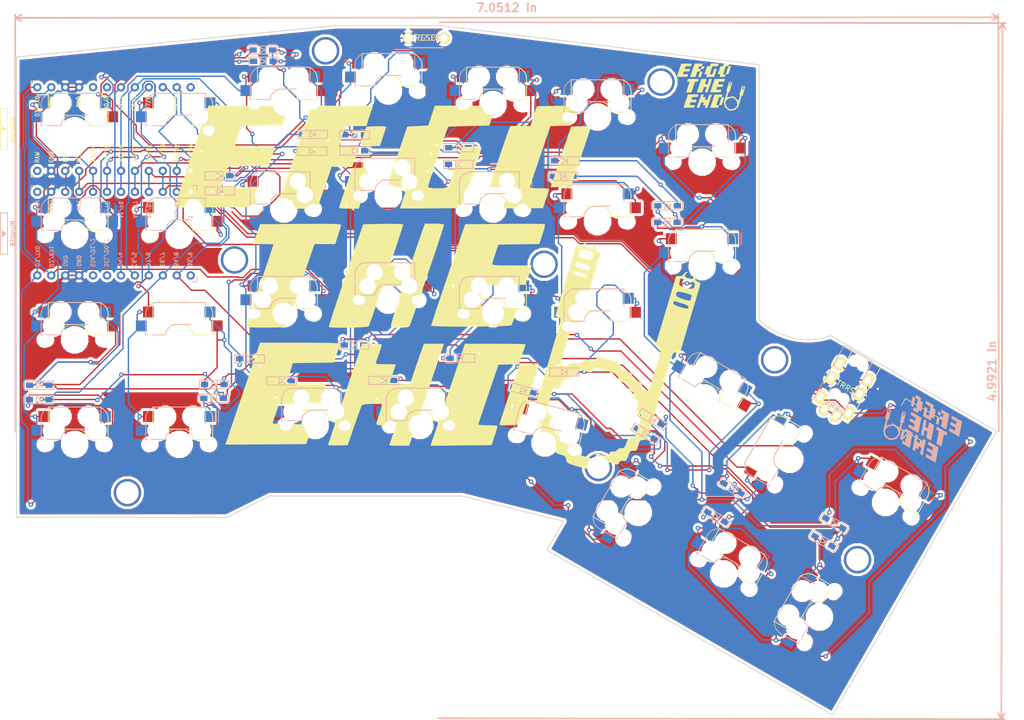
<source format=kicad_pcb>
(kicad_pcb (version 20171130) (host pcbnew "(5.0.2)-1")
  (layers (0 F.Cu signal) (31 B.Cu signal) (34 B.Paste user) (35 F.Paste user) (36 B.SilkS user) (37 F.SilkS user) (38 B.Mask user) (39 F.Mask user) (44 Edge.Cuts user))
  (net 0 "")
  (net 1 row0)
  (net 2 "Net-(D1-Pad1)")
  (net 3 "Net-(D2-Pad1)")
  (net 4 "Net-(D3-Pad1)")
  (net 5 "Net-(D4-Pad1)")
  (net 6 "Net-(D5-Pad1)")
  (net 7 "Net-(D6-Pad1)")
  (net 8 "Net-(D7-Pad1)")
  (net 9 row1)
  (net 10 "Net-(D15-Pad1)")
  (net 11 "Net-(D16-Pad1)")
  (net 12 "Net-(D17-Pad1)")
  (net 13 "Net-(D18-Pad1)")
  (net 14 "Net-(D19-Pad1)")
  (net 15 "Net-(D20-Pad1)")
  (net 16 "Net-(D21-Pad1)")
  (net 17 "Net-(D29-Pad1)")
  (net 18 col7)
  (net 19 "Net-(D30-Pad1)")
  (net 20 "Net-(D31-Pad1)")
  (net 21 "Net-(D32-Pad1)")
  (net 22 "Net-(D33-Pad1)")
  (net 23 "Net-(D34-Pad1)")
  (net 24 "Net-(D35-Pad1)")
  (net 25 row4)
  (net 26 "Net-(D36-Pad1)")
  (net 27 row3)
  (net 28 "Net-(D45-Pad1)")
  (net 29 "Net-(D46-Pad1)")
  (net 30 "Net-(D47-Pad1)")
  (net 31 "Net-(D48-Pad1)")
  (net 32 "Net-(D49-Pad1)")
  (net 33 "Net-(D50-Pad1)")
  (net 34 "Net-(D201-Pad1)")
  (net 35 "Net-(D202-Pad1)")
  (net 36 "Net-(D203-Pad1)")
  (net 37 VCC)
  (net 38 GND)
  (net 39 LED)
  (net 40 data)
  (net 41 reset)
  (net 42 col0)
  (net 43 col1)
  (net 44 col2)
  (net 45 col3)
  (net 46 col4)
  (net 47 col5)
  (net 48 col6)
  (net 49 "Net-(J1-PadA)")
  (net 50 row2)
  (module kbd2:HOLE (layer F.Cu) (at 123.938429 100.535451)
    (fp_text reference Ref**)
    (fp_text value Val**)
    (pad "" thru_hole circle (at 0 0) (size 5 5) (drill 4.1) (layers *.Cu *.Mask))
  )
  (module kbd2:ProMicro_v3_con (layer F.Cu) (at 46.1 75.9 90)
    (fp_text reference U1 hide)
    (fp_text value ProMicro_r hide)
    (fp_text user GND (at -5.115 -11.94 90) (layer F.SilkS) (effects (font (size 0.75 0.67) (thickness 0.125))))
    (fp_text user MicroUSB (at -0.05 -18.95 90) (layer F.SilkS) (effects (font (size 0.75 0.67) (thickness 0.125))))
    (fp_text user MicroUSB (at -0.05 -18.95 90) (layer F.SilkS) (effects (font (size 0.75 0.67) (thickness 0.125))))
    (fp_text user B4/8 (at 4.705 10.8 90 unlocked) (layer F.SilkS) (effects (font (size 0.75 0.67) (thickness 0.125))))
    (fp_text user D2/RX1 (at 4.155 -11.9 90 unlocked) (layer F.SilkS) (effects (font (size 0.75 0.67) (thickness 0.125))))
    (fp_text user B5/9 (at 4.705 13.3 90 unlocked) (layer F.SilkS) (effects (font (size 0.75 0.67) (thickness 0.125))))
    (fp_text user C6/5 (at 4.705 3.15 90 unlocked) (layer F.SilkS) (effects (font (size 0.75 0.67) (thickness 0.125))))
    (fp_text user SCL/D0/3 (at 3.455 -1.9 90 unlocked) (layer F.SilkS) (effects (font (size 0.75 0.67) (thickness 0.125))))
    (fp_text user SDA/D1/2 (at 3.455 -4.4 90 unlocked) (layer F.SilkS) (effects (font (size 0.75 0.67) (thickness 0.125))))
    (fp_text user D4/4 (at 4.705 0.6 90 unlocked) (layer F.SilkS) (effects (font (size 0.75 0.67) (thickness 0.125))))
    (fp_text user D3/TX0 (at 4.155 -14.45 90 unlocked) (layer F.SilkS) (effects (font (size 0.75 0.67) (thickness 0.125))))
    (fp_text user GND (at 4.955 -6.9 90 unlocked) (layer F.SilkS) (effects (font (size 0.75 0.67) (thickness 0.125))))
    (fp_text user GND (at 4.955 -9.35 90 unlocked) (layer F.SilkS) (effects (font (size 0.75 0.67) (thickness 0.125))))
    (fp_text user D7/6 (at 4.705 5.7 90 unlocked) (layer F.SilkS) (effects (font (size 0.75 0.67) (thickness 0.125))))
    (fp_text user E6/7 (at 4.705 8.25 90 unlocked) (layer F.SilkS) (effects (font (size 0.75 0.67) (thickness 0.125))))
    (fp_text user 16/B2 (at -4.395 10.95 90 unlocked) (layer F.SilkS) (effects (font (size 0.75 0.67) (thickness 0.125))))
    (fp_text user 10/B6 (at -4.395 13.45 90 unlocked) (layer F.SilkS) (effects (font (size 0.75 0.67) (thickness 0.125))))
    (fp_text user 14/B3 (at -4.395 8.4 90 unlocked) (layer F.SilkS) (effects (font (size 0.75 0.67) (thickness 0.125))))
    (fp_text user 15/B1 (at -4.395 5.85 90 unlocked) (layer F.SilkS) (effects (font (size 0.75 0.67) (thickness 0.125))))
    (fp_text user A0/F7 (at -4.395 3.3 90 unlocked) (layer F.SilkS) (effects (font (size 0.75 0.67) (thickness 0.125))))
    (fp_text user A1/F6 (at -4.395 0.75 90 unlocked) (layer F.SilkS) (effects (font (size 0.75 0.67) (thickness 0.125))))
    (fp_text user A2/F5 (at -4.395 -1.75 90 unlocked) (layer F.SilkS) (effects (font (size 0.75 0.67) (thickness 0.125))))
    (fp_text user A3/F4 (at -4.395 -4.25 90 unlocked) (layer F.SilkS) (effects (font (size 0.75 0.67) (thickness 0.125))))
    (fp_text user VCC (at -5.175 -6.915 90 unlocked) (layer F.SilkS) (effects (font (size 0.75 0.67) (thickness 0.125))))
    (fp_text user RST (at -5.1355 -9.3345 90 unlocked) (layer F.SilkS) (effects (font (size 0.75 0.67) (thickness 0.125))))
    (fp_text user GND (at 4.955 -6.9 90 unlocked) (layer F.SilkS) (effects (font (size 0.75 0.67) (thickness 0.125))))
    (fp_text user RAW (at -5.1355 -14.478 90 unlocked) (layer F.SilkS) (effects (font (size 0.75 0.67) (thickness 0.125))))
    (pad 1 thru_hole circle (at 7.6114 -14.478 90) (size 1.524 1.524) (drill 0.8128) (layers *.Cu B.Mask) (net 39 LED))
    (pad 2 thru_hole circle (at 7.6114 -11.938 90) (size 1.524 1.524) (drill 0.8128) (layers *.Cu B.Mask) (net 40 data))
    (pad 3 thru_hole circle (at 7.6114 -9.398 90) (size 1.524 1.524) (drill 0.8128) (layers *.Cu B.Mask) (net 38 GND))
    (pad 4 thru_hole circle (at 7.6114 -6.858 90) (size 1.524 1.524) (drill 0.8128) (layers *.Cu B.Mask) (net 38 GND))
    (pad 5 thru_hole circle (at 7.6114 -4.318 90) (size 1.524 1.524) (drill 0.8128) (layers *.Cu B.Mask))
    (pad 6 thru_hole circle (at 7.6114 -1.778 90) (size 1.524 1.524) (drill 0.8128) (layers *.Cu B.Mask))
    (pad 7 thru_hole circle (at 7.6114 0.762 90) (size 1.524 1.524) (drill 0.8128) (layers *.Cu B.Mask) (net 1 row0))
    (pad 8 thru_hole circle (at 7.6114 3.302 90) (size 1.524 1.524) (drill 0.8128) (layers *.Cu B.Mask) (net 9 row1))
    (pad 9 thru_hole circle (at 7.6114 5.842 90) (size 1.524 1.524) (drill 0.8128) (layers *.Cu B.Mask) (net 50 row2))
    (pad 10 thru_hole circle (at 7.6114 8.382 90) (size 1.524 1.524) (drill 0.8128) (layers *.Cu B.Mask) (net 27 row3))
    (pad 11 thru_hole circle (at 7.6114 10.922 90) (size 1.524 1.524) (drill 0.8128) (layers *.Cu B.Mask) (net 25 row4))
    (pad 12 thru_hole circle (at 7.6114 13.462 90) (size 1.524 1.524) (drill 0.8128) (layers *.Cu B.Mask))
    (pad 13 thru_hole circle (at -7.6086 13.462 90) (size 1.524 1.524) (drill 0.8128) (layers *.Cu B.Mask) (net 18 col7))
    (pad 14 thru_hole circle (at -7.6086 10.922 90) (size 1.524 1.524) (drill 0.8128) (layers *.Cu B.Mask) (net 48 col6))
    (pad 15 thru_hole circle (at -7.6086 8.382 90) (size 1.524 1.524) (drill 0.8128) (layers *.Cu B.Mask) (net 47 col5))
    (pad 16 thru_hole circle (at -7.6086 5.842 90) (size 1.524 1.524) (drill 0.8128) (layers *.Cu B.Mask) (net 46 col4))
    (pad 17 thru_hole circle (at -7.6086 3.302 90) (size 1.524 1.524) (drill 0.8128) (layers *.Cu B.Mask) (net 45 col3))
    (pad 18 thru_hole circle (at -7.6086 0.762 90) (size 1.524 1.524) (drill 0.8128) (layers *.Cu B.Mask) (net 44 col2))
    (pad 19 thru_hole circle (at -7.6086 -1.778 90) (size 1.524 1.524) (drill 0.8128) (layers *.Cu B.Mask) (net 43 col1))
    (pad 20 thru_hole circle (at -7.6086 -4.318 90) (size 1.524 1.524) (drill 0.8128) (layers *.Cu B.Mask) (net 42 col0))
    (pad 21 thru_hole circle (at -7.6086 -6.858 90) (size 1.524 1.524) (drill 0.8128) (layers *.Cu B.Mask) (net 37 VCC))
    (pad 22 thru_hole circle (at -7.6086 -9.398 90) (size 1.524 1.524) (drill 0.8128) (layers *.Cu B.Mask) (net 41 reset))
    (pad 23 thru_hole circle (at -7.6086 -11.938 90) (size 1.524 1.524) (drill 0.8128) (layers *.Cu B.Mask) (net 38 GND))
    (pad 24 thru_hole circle (at -7.6086 -14.478 90) (size 1.524 1.524) (drill 0.8128) (layers *.Cu B.Mask))
  )
  (module kbd2:HOLE (layer F.Cu) (at 181.038429 154.335451)
    (fp_text reference Ref**)
    (fp_text value Val**)
    (pad "" thru_hole circle (at 0 0) (size 5 5) (drill 4.1) (layers *.Cu *.Mask))
  )
  (module kbd2:HOLE (layer F.Cu) (at 133.838429 137.535451)
    (fp_text reference Ref**)
    (fp_text value Val**)
    (pad "" thru_hole circle (at 0 0) (size 5 5) (drill 4.1) (layers *.Cu *.Mask))
  )
  (module kbd2:HOLE (layer F.Cu) (at 67.538429 99.735451)
    (fp_text reference Ref**)
    (fp_text value Val**)
    (pad "" thru_hole circle (at 0 0) (size 5 5) (drill 4.1) (layers *.Cu *.Mask))
  )
  (module kbd2:HOLE (layer F.Cu) (at 48.038429 142.135451)
    (fp_text reference Ref**)
    (fp_text value Val**)
    (pad "" thru_hole circle (at 0 0) (size 5 5) (drill 4.1) (layers *.Cu *.Mask))
  )
  (module kbd2:HOLE (layer F.Cu) (at 165.938429 117.935451)
    (fp_text reference Ref**)
    (fp_text value Val**)
    (pad "" thru_hole circle (at 0 0) (size 5 5) (drill 4.1) (layers *.Cu *.Mask))
  )
  (module kbd2:HOLE (layer F.Cu) (at 145.238429 67.335451)
    (fp_text reference Ref**)
    (fp_text value Val**)
    (pad "" thru_hole circle (at 0 0) (size 5 5) (drill 4.1) (layers *.Cu *.Mask))
  )
  (module ETE:ETE_logo3 (layer B.Cu) (at 193.797029 130.489351 150)
    (fp_text reference G*** hide)
    (fp_text value LOGO hide)
  )
  (module CherryMX_Hotswap_REV:CherryMX_Hotswap_1u (layer F.Cu) (at 133.675 92.7659)
    (fp_text reference SW20 hide)
    (fp_text value SW_Push hide)
    (pad 1 smd rect (at -5.6 -5.08 180) (size 2 2) (layers F.Cu F.Paste F.Mask) (net 47 col5))
    (pad "" np_thru_hole circle (at 3.81 -2.54 180) (size 3 3) (drill 3) (layers *.Cu *.Mask))
    (pad "" np_thru_hole circle (at -2.54 -5.08 180) (size 3 3) (drill 3) (layers *.Cu *.Mask))
    (pad 2 smd rect (at 6.9 -2.54 180) (size 2 2) (layers F.Cu F.Paste F.Mask) (net 15 "Net-(D20-Pad1)"))
    (pad 1 smd rect (at -6.9 -2.54 180) (size 2 2) (layers B.Cu B.Paste B.Mask) (net 47 col5))
    (pad "" np_thru_hole circle (at 2.54 -5.08 180) (size 3 3) (drill 3) (layers *.Cu *.Mask))
    (pad "" np_thru_hole circle (at 0 0 90) (size 4 4) (drill 4) (layers *.Cu *.Mask))
    (pad "" np_thru_hole circle (at -5.5 0 90) (size 1.9 1.9) (drill 1.9) (layers *.Cu *.Mask))
    (pad "" np_thru_hole circle (at 5.5 0 90) (size 1.9 1.9) (drill 1.9) (layers *.Cu *.Mask))
    (pad "" np_thru_hole circle (at 5.08 0) (size 1.7 1.7) (drill 1.7) (layers *.Cu *.Mask))
    (pad "" np_thru_hole circle (at -5.08 0) (size 1.7 1.7) (drill 1.7) (layers *.Cu *.Mask))
    (pad "" np_thru_hole circle (at -3.81 -2.54 180) (size 3 3) (drill 3) (layers *.Cu *.Mask))
    (pad 2 smd rect (at 5.6 -5.08 180) (size 2 2) (layers B.Cu B.Paste B.Mask) (net 15 "Net-(D20-Pad1)"))
  )
  (module CherryMX_Hotswap_REV:CherryMX_Hotswap_1.5u (layer F.Cu) (at 174.11 164.805 330)
    (fp_text reference SW203 hide)
    (fp_text value SW_Push hide)
    (pad "" np_thru_hole circle (at -2.540001 -3.81 240) (size 3 3) (drill 3) (layers *.Cu *.Mask))
    (pad 1 smd rect (at -5.08 5.5 240) (size 1.5 2) (layers F.Cu F.Paste F.Mask) (net 18 col7))
    (pad "" np_thru_hole circle (at -2.540001 -3.81 240) (size 3 3) (drill 3) (layers *.Cu *.Mask))
    (pad "" np_thru_hole circle (at -5.08 2.54 240) (size 3 3) (drill 3) (layers *.Cu *.Mask))
    (pad 2 smd rect (at -2.540001 -6.8 240) (size 1.5 2) (layers F.Cu F.Paste F.Mask) (net 36 "Net-(D203-Pad1)"))
    (pad "" np_thru_hole circle (at -2.58 -3.825 240) (size 0.1 0.1) (drill 0.1) (layers *.Cu *.Mask))
    (pad "" np_thru_hole circle (at -2.58 3.825 240) (size 0.1 0.1) (drill 0.1) (layers *.Cu *.Mask))
    (pad 1 smd rect (at -2.54 6.8 240) (size 1.5 2) (layers B.Cu B.Paste B.Mask) (net 18 col7))
    (pad "" np_thru_hole circle (at -5.08 -2.54 240) (size 3 3) (drill 3) (layers *.Cu *.Mask))
    (pad "" np_thru_hole circle (at 0 0 150) (size 4 4) (drill 4) (layers *.Cu *.Mask))
    (pad "" np_thru_hole circle (at 0 5.5 150) (size 1.9 1.9) (drill 1.9) (layers *.Cu *.Mask))
    (pad "" np_thru_hole circle (at 0 -5.5 150) (size 1.9 1.9) (drill 1.9) (layers *.Cu *.Mask))
    (pad "" np_thru_hole circle (at 0 -5.08 60) (size 1.7 1.7) (drill 1.7) (layers *.Cu *.Mask))
    (pad "" np_thru_hole circle (at 0 5.08 60) (size 1.7 1.7) (drill 1.7) (layers *.Cu *.Mask))
    (pad "" np_thru_hole circle (at -2.54 3.81 240) (size 3 3) (drill 3) (layers *.Cu *.Mask))
    (pad 2 smd rect (at -5.08 -5.5 240) (size 1.5 2) (layers B.Cu B.Paste B.Mask) (net 36 "Net-(D203-Pad1)"))
  )
  (module CherryMX_Hotswap_REV:CherryMX_Hotswap_1u (layer F.Cu) (at 76.5251 71.4299)
    (fp_text reference SW3 hide)
    (fp_text value SW_Push hide)
    (pad 2 smd rect (at 5.6 -5.08 180) (size 2 2) (layers B.Cu B.Paste B.Mask) (net 4 "Net-(D3-Pad1)"))
    (pad "" np_thru_hole circle (at -3.81 -2.54 180) (size 3 3) (drill 3) (layers *.Cu *.Mask))
    (pad "" np_thru_hole circle (at -5.08 0) (size 1.7 1.7) (drill 1.7) (layers *.Cu *.Mask))
    (pad "" np_thru_hole circle (at 5.08 0) (size 1.7 1.7) (drill 1.7) (layers *.Cu *.Mask))
    (pad "" np_thru_hole circle (at 5.5 0 90) (size 1.9 1.9) (drill 1.9) (layers *.Cu *.Mask))
    (pad "" np_thru_hole circle (at -5.5 0 90) (size 1.9 1.9) (drill 1.9) (layers *.Cu *.Mask))
    (pad "" np_thru_hole circle (at 0 0 90) (size 4 4) (drill 4) (layers *.Cu *.Mask))
    (pad "" np_thru_hole circle (at 2.54 -5.08 180) (size 3 3) (drill 3) (layers *.Cu *.Mask))
    (pad 1 smd rect (at -6.9 -2.54 180) (size 2 2) (layers B.Cu B.Paste B.Mask) (net 44 col2))
    (pad 2 smd rect (at 6.9 -2.54 180) (size 2 2) (layers F.Cu F.Paste F.Mask) (net 4 "Net-(D3-Pad1)"))
    (pad "" np_thru_hole circle (at -2.54 -5.08 180) (size 3 3) (drill 3) (layers *.Cu *.Mask))
    (pad "" np_thru_hole circle (at 3.81 -2.54 180) (size 3 3) (drill 3) (layers *.Cu *.Mask))
    (pad 1 smd rect (at -5.6 -5.08 180) (size 2 2) (layers F.Cu F.Paste F.Mask) (net 44 col2))
  )
  (module CherryMX_Hotswap_REV:CherryMX_Hotswap_1u (layer F.Cu) (at 156.653 156.941 330)
    (fp_text reference SW50 hide)
    (fp_text value SW_Push hide)
    (pad 2 smd rect (at 5.6 -5.08 150) (size 2 2) (layers B.Cu B.Paste B.Mask) (net 33 "Net-(D50-Pad1)"))
    (pad "" np_thru_hole circle (at -3.81 -2.54 150) (size 3 3) (drill 3) (layers *.Cu *.Mask))
    (pad "" np_thru_hole circle (at -5.08 0 330) (size 1.7 1.7) (drill 1.7) (layers *.Cu *.Mask))
    (pad "" np_thru_hole circle (at 5.08 0 330) (size 1.7 1.7) (drill 1.7) (layers *.Cu *.Mask))
    (pad "" np_thru_hole circle (at 5.5 0 60) (size 1.9 1.9) (drill 1.9) (layers *.Cu *.Mask))
    (pad "" np_thru_hole circle (at -5.5 0 60) (size 1.9 1.9) (drill 1.9) (layers *.Cu *.Mask))
    (pad "" np_thru_hole circle (at 0 0 60) (size 4 4) (drill 4) (layers *.Cu *.Mask))
    (pad "" np_thru_hole circle (at 2.54 -5.08 150) (size 3 3) (drill 3) (layers *.Cu *.Mask))
    (pad 1 smd rect (at -6.9 -2.540001 150) (size 2 2) (layers B.Cu B.Paste B.Mask) (net 18 col7))
    (pad 2 smd rect (at 6.9 -2.54 150) (size 2 2) (layers F.Cu F.Paste F.Mask) (net 33 "Net-(D50-Pad1)"))
    (pad "" np_thru_hole circle (at -2.54 -5.08 150) (size 3 3) (drill 3) (layers *.Cu *.Mask))
    (pad "" np_thru_hole circle (at 3.81 -2.540001 150) (size 3 3) (drill 3) (layers *.Cu *.Mask))
    (pad 1 smd rect (at -5.6 -5.08 150) (size 2 2) (layers F.Cu F.Paste F.Mask) (net 18 col7))
  )
  (module CherryMX_Hotswap_REV:CherryMX_Hotswap_1.5u (layer F.Cu) (at 168.703 136.071 330)
    (fp_text reference SW202 hide)
    (fp_text value SW_Push hide)
    (pad 2 smd rect (at -5.08 -5.5 240) (size 1.5 2) (layers B.Cu B.Paste B.Mask) (net 35 "Net-(D202-Pad1)"))
    (pad "" np_thru_hole circle (at -2.54 3.81 240) (size 3 3) (drill 3) (layers *.Cu *.Mask))
    (pad "" np_thru_hole circle (at 0 5.08 60) (size 1.7 1.7) (drill 1.7) (layers *.Cu *.Mask))
    (pad "" np_thru_hole circle (at 0 -5.08 60) (size 1.7 1.7) (drill 1.7) (layers *.Cu *.Mask))
    (pad "" np_thru_hole circle (at 0 -5.5 150) (size 1.9 1.9) (drill 1.9) (layers *.Cu *.Mask))
    (pad "" np_thru_hole circle (at 0 5.5 150) (size 1.9 1.9) (drill 1.9) (layers *.Cu *.Mask))
    (pad "" np_thru_hole circle (at 0 0 150) (size 4 4) (drill 4) (layers *.Cu *.Mask))
    (pad "" np_thru_hole circle (at -5.08 -2.54 240) (size 3 3) (drill 3) (layers *.Cu *.Mask))
    (pad 1 smd rect (at -2.54 6.8 240) (size 1.5 2) (layers B.Cu B.Paste B.Mask) (net 18 col7))
    (pad "" np_thru_hole circle (at -2.58 3.825 240) (size 0.1 0.1) (drill 0.1) (layers *.Cu *.Mask))
    (pad "" np_thru_hole circle (at -2.58 -3.825 240) (size 0.1 0.1) (drill 0.1) (layers *.Cu *.Mask))
    (pad 2 smd rect (at -2.540001 -6.8 240) (size 1.5 2) (layers F.Cu F.Paste F.Mask) (net 35 "Net-(D202-Pad1)"))
    (pad "" np_thru_hole circle (at -5.08 2.54 240) (size 3 3) (drill 3) (layers *.Cu *.Mask))
    (pad "" np_thru_hole circle (at -2.540001 -3.81 240) (size 3 3) (drill 3) (layers *.Cu *.Mask))
    (pad 1 smd rect (at -5.08 5.5 240) (size 1.5 2) (layers F.Cu F.Paste F.Mask) (net 18 col7))
    (pad "" np_thru_hole circle (at -2.540001 -3.81 240) (size 3 3) (drill 3) (layers *.Cu *.Mask))
  )
  (module CherryMX_Hotswap_REV:CherryMX_Hotswap_1u (layer F.Cu) (at 153.164 124.883 330)
    (fp_text reference SW35 hide)
    (fp_text value SW_Push hide)
    (pad 2 smd rect (at 5.6 -5.08 150) (size 2 2) (layers B.Cu B.Paste B.Mask) (net 24 "Net-(D35-Pad1)"))
    (pad "" np_thru_hole circle (at -3.81 -2.54 150) (size 3 3) (drill 3) (layers *.Cu *.Mask))
    (pad "" np_thru_hole circle (at -5.08 0 330) (size 1.7 1.7) (drill 1.7) (layers *.Cu *.Mask))
    (pad "" np_thru_hole circle (at 5.08 0 330) (size 1.7 1.7) (drill 1.7) (layers *.Cu *.Mask))
    (pad "" np_thru_hole circle (at 5.5 0 60) (size 1.9 1.9) (drill 1.9) (layers *.Cu *.Mask))
    (pad "" np_thru_hole circle (at -5.5 0 60) (size 1.9 1.9) (drill 1.9) (layers *.Cu *.Mask))
    (pad "" np_thru_hole circle (at 0 0 60) (size 4 4) (drill 4) (layers *.Cu *.Mask))
    (pad "" np_thru_hole circle (at 2.54 -5.08 150) (size 3 3) (drill 3) (layers *.Cu *.Mask))
    (pad 1 smd rect (at -6.9 -2.540001 150) (size 2 2) (layers B.Cu B.Paste B.Mask) (net 48 col6))
    (pad 2 smd rect (at 6.9 -2.54 150) (size 2 2) (layers F.Cu F.Paste F.Mask) (net 24 "Net-(D35-Pad1)"))
    (pad "" np_thru_hole circle (at -2.54 -5.08 150) (size 3 3) (drill 3) (layers *.Cu *.Mask))
    (pad "" np_thru_hole circle (at 3.81 -2.540001 150) (size 3 3) (drill 3) (layers *.Cu *.Mask))
    (pad 1 smd rect (at -5.6 -5.08 150) (size 2 2) (layers F.Cu F.Paste F.Mask) (net 48 col6))
  )
  (module CherryMX_Hotswap_REV:CherryMX_Hotswap_1.5u (layer F.Cu) (at 141.095 145.744 330)
    (fp_text reference SW201 hide)
    (fp_text value SW_Push hide)
    (pad "" np_thru_hole circle (at -2.540001 -3.81 240) (size 3 3) (drill 3) (layers *.Cu *.Mask))
    (pad 1 smd rect (at -5.08 5.5 240) (size 1.5 2) (layers F.Cu F.Paste F.Mask) (net 48 col6))
    (pad "" np_thru_hole circle (at -2.540001 -3.81 240) (size 3 3) (drill 3) (layers *.Cu *.Mask))
    (pad "" np_thru_hole circle (at -5.08 2.54 240) (size 3 3) (drill 3) (layers *.Cu *.Mask))
    (pad 2 smd rect (at -2.540001 -6.8 240) (size 1.5 2) (layers F.Cu F.Paste F.Mask) (net 34 "Net-(D201-Pad1)"))
    (pad "" np_thru_hole circle (at -2.58 -3.825 240) (size 0.1 0.1) (drill 0.1) (layers *.Cu *.Mask))
    (pad "" np_thru_hole circle (at -2.58 3.825 240) (size 0.1 0.1) (drill 0.1) (layers *.Cu *.Mask))
    (pad 1 smd rect (at -2.54 6.8 240) (size 1.5 2) (layers B.Cu B.Paste B.Mask) (net 48 col6))
    (pad "" np_thru_hole circle (at -5.08 -2.54 240) (size 3 3) (drill 3) (layers *.Cu *.Mask))
    (pad "" np_thru_hole circle (at 0 0 150) (size 4 4) (drill 4) (layers *.Cu *.Mask))
    (pad "" np_thru_hole circle (at 0 5.5 150) (size 1.9 1.9) (drill 1.9) (layers *.Cu *.Mask))
    (pad "" np_thru_hole circle (at 0 -5.5 150) (size 1.9 1.9) (drill 1.9) (layers *.Cu *.Mask))
    (pad "" np_thru_hole circle (at 0 -5.08 60) (size 1.7 1.7) (drill 1.7) (layers *.Cu *.Mask))
    (pad "" np_thru_hole circle (at 0 5.08 60) (size 1.7 1.7) (drill 1.7) (layers *.Cu *.Mask))
    (pad "" np_thru_hole circle (at -2.54 3.81 240) (size 3 3) (drill 3) (layers *.Cu *.Mask))
    (pad 2 smd rect (at -5.08 -5.5 240) (size 1.5 2) (layers B.Cu B.Paste B.Mask) (net 34 "Net-(D201-Pad1)"))
  )
  (module CherryMX_Hotswap_REV:CherryMX_Hotswap_1u (layer F.Cu) (at 186.142 143.923 330)
    (fp_text reference SW36 hide)
    (fp_text value SW_Push hide)
    (pad 2 smd rect (at 5.6 -5.08 150) (size 2 2) (layers B.Cu B.Paste B.Mask) (net 26 "Net-(D36-Pad1)"))
    (pad "" np_thru_hole circle (at -3.81 -2.54 150) (size 3 3) (drill 3) (layers *.Cu *.Mask))
    (pad "" np_thru_hole circle (at -5.08 0 330) (size 1.7 1.7) (drill 1.7) (layers *.Cu *.Mask))
    (pad "" np_thru_hole circle (at 5.08 0 330) (size 1.7 1.7) (drill 1.7) (layers *.Cu *.Mask))
    (pad "" np_thru_hole circle (at 5.5 0 60) (size 1.9 1.9) (drill 1.9) (layers *.Cu *.Mask))
    (pad "" np_thru_hole circle (at -5.5 0 60) (size 1.9 1.9) (drill 1.9) (layers *.Cu *.Mask))
    (pad "" np_thru_hole circle (at 0 0 60) (size 4 4) (drill 4) (layers *.Cu *.Mask))
    (pad "" np_thru_hole circle (at 2.54 -5.08 150) (size 3 3) (drill 3) (layers *.Cu *.Mask))
    (pad 1 smd rect (at -6.9 -2.540001 150) (size 2 2) (layers B.Cu B.Paste B.Mask) (net 48 col6))
    (pad 2 smd rect (at 6.9 -2.54 150) (size 2 2) (layers F.Cu F.Paste F.Mask) (net 26 "Net-(D36-Pad1)"))
    (pad "" np_thru_hole circle (at -2.54 -5.08 150) (size 3 3) (drill 3) (layers *.Cu *.Mask))
    (pad "" np_thru_hole circle (at 3.81 -2.540001 150) (size 3 3) (drill 3) (layers *.Cu *.Mask))
    (pad 1 smd rect (at -5.6 -5.08 150) (size 2 2) (layers F.Cu F.Paste F.Mask) (net 48 col6))
  )
  (module kbd2:MJ-4PP-9 (layer F.Cu) (at 182.742 117.682 330)
    (fp_text reference J1)
    (fp_text value MJ-4PP-9 hide)
    (fp_text user TRRS (at -0.75 6.45 330) (layer F.SilkS))
    (fp_text user TRRS (at -0.781547 10.564001 330) (layer B.SilkS) (effects (justify mirror)))
    (pad A thru_hole oval (at -2.1 11.8 330) (size 1.7 2.5) (drill oval 1 1.5) (layers *.Cu *.Mask F.SilkS) (net 49 "Net-(J1-PadA)") (clearance 0.15))
    (pad D thru_hole oval (at 2.1 10.3 330) (size 1.7 2.5) (drill oval 1 1.5) (layers *.Cu *.Mask F.SilkS) (net 37 VCC) (clearance 0.15))
    (pad C thru_hole oval (at 2.1 6.3 330) (size 1.7 2.5) (drill oval 1 1.5) (layers *.Cu *.Mask F.SilkS) (net 38 GND))
    (pad B thru_hole oval (at 2.1 3.3 330) (size 1.7 2.5) (drill oval 1 1.5) (layers *.Cu *.Mask F.SilkS) (net 40 data))
    (pad "" np_thru_hole circle (at 0 8.5 330) (size 1.2 1.2) (drill 1.2) (layers *.Cu *.Mask F.SilkS))
    (pad "" np_thru_hole circle (at 0 1.5 330) (size 1.2 1.2) (drill 1.2) (layers *.Cu *.Mask F.SilkS))
    (pad C thru_hole oval (at -3.85 6.3 330) (size 1.7 2.5) (drill oval 1 1.5) (layers *.Cu *.Mask F.SilkS) (net 38 GND))
    (pad B thru_hole oval (at -3.85 3.3 330) (size 1.7 2.5) (drill oval 1 1.5) (layers *.Cu *.Mask F.SilkS) (net 40 data))
    (pad A thru_hole oval (at 0.35 11.8 330) (size 1.7 2.5) (drill oval 1 1.5) (layers *.Cu *.Mask F.SilkS) (net 49 "Net-(J1-PadA)") (clearance 0.15))
    (pad D thru_hole oval (at -3.85 10.3 330) (size 1.7 2.5) (drill oval 1 1.5) (layers *.Cu *.Mask F.SilkS) (net 37 VCC) (clearance 0.15))
    (pad "" np_thru_hole circle (at -1.75 1.5 330) (size 1.2 1.2) (drill 1.2) (layers *.Cu *.Mask F.SilkS))
    (pad "" np_thru_hole circle (at -1.75 8.5 330) (size 1.2 1.2) (drill 1.2) (layers *.Cu *.Mask F.SilkS))
  )
  (module kbd2:LED_WS2812B-PLCC4 (layer F.Cu) (at 191.673365 129.071091 150)
    (fp_text reference J2 (at 0 -3.5 150) (layer F.SilkS))
    (fp_text value LED)
    (pad 1 smd rect (at -2.5 -1.600001 150) (size 1.6 1) (layers F.Cu F.Paste F.Mask) (net 38 GND))
    (pad 2 smd rect (at -2.500001 1.6 150) (size 1.6 1) (layers F.Cu F.Paste F.Mask) (net 39 LED))
    (pad 4 smd rect (at 2.500001 -1.6 150) (size 1.6 1) (layers F.Cu F.Paste F.Mask))
    (pad 3 smd rect (at 2.5 1.600001 150) (size 1.6 1) (layers F.Cu F.Paste F.Mask) (net 37 VCC))
  )
  (module kbd2:ResetSW (layer F.Cu) (at 102.464 59.3313)
    (fp_text reference RSW1 hide)
    (fp_text value SW_Push)
    (fp_text user RESET (at 0.060669 -0.050849) (layer B.SilkS) (effects (justify mirror)))
    (fp_text user RESET (at 0.1524 -0.05588) (layer F.SilkS))
    (pad 1 thru_hole circle (at 3.25 0) (size 2 2) (drill 1.3) (layers *.Cu *.Mask F.SilkS) (net 41 reset))
    (pad 2 thru_hole circle (at -3.25 0) (size 2 2) (drill 1.3) (layers *.Cu *.Mask F.SilkS) (net 38 GND))
  )
  (module CherryMX_Hotswap_REV:CherryMX_Hotswap_1u (layer F.Cu) (at 38.4251 76.1924)
    (fp_text reference SW1 hide)
    (fp_text value SW_Push hide)
    (pad 2 smd rect (at 5.6 -5.08 180) (size 2 2) (layers B.Cu B.Paste B.Mask) (net 2 "Net-(D1-Pad1)"))
    (pad "" np_thru_hole circle (at -3.81 -2.54 180) (size 3 3) (drill 3) (layers *.Cu *.Mask))
    (pad "" np_thru_hole circle (at -5.08 0) (size 1.7 1.7) (drill 1.7) (layers *.Cu *.Mask))
    (pad "" np_thru_hole circle (at 5.08 0) (size 1.7 1.7) (drill 1.7) (layers *.Cu *.Mask))
    (pad "" np_thru_hole circle (at 5.5 0 90) (size 1.9 1.9) (drill 1.9) (layers *.Cu *.Mask))
    (pad "" np_thru_hole circle (at -5.5 0 90) (size 1.9 1.9) (drill 1.9) (layers *.Cu *.Mask))
    (pad "" np_thru_hole circle (at 0 0 90) (size 4 4) (drill 4) (layers *.Cu *.Mask))
    (pad "" np_thru_hole circle (at 2.54 -5.08 180) (size 3 3) (drill 3) (layers *.Cu *.Mask))
    (pad 1 smd rect (at -6.9 -2.54 180) (size 2 2) (layers B.Cu B.Paste B.Mask) (net 42 col0))
    (pad 2 smd rect (at 6.9 -2.54 180) (size 2 2) (layers F.Cu F.Paste F.Mask) (net 2 "Net-(D1-Pad1)"))
    (pad "" np_thru_hole circle (at -2.54 -5.08 180) (size 3 3) (drill 3) (layers *.Cu *.Mask))
    (pad "" np_thru_hole circle (at 3.81 -2.54 180) (size 3 3) (drill 3) (layers *.Cu *.Mask))
    (pad 1 smd rect (at -5.6 -5.08 180) (size 2 2) (layers F.Cu F.Paste F.Mask) (net 42 col0))
  )
  (module CherryMX_Hotswap_REV:CherryMX_Hotswap_1u (layer F.Cu) (at 57.4751 76.1924)
    (fp_text reference SW2 hide)
    (fp_text value SW_Push hide)
    (pad 1 smd rect (at -5.6 -5.08 180) (size 2 2) (layers F.Cu F.Paste F.Mask) (net 43 col1))
    (pad "" np_thru_hole circle (at 3.81 -2.54 180) (size 3 3) (drill 3) (layers *.Cu *.Mask))
    (pad "" np_thru_hole circle (at -2.54 -5.08 180) (size 3 3) (drill 3) (layers *.Cu *.Mask))
    (pad 2 smd rect (at 6.9 -2.54 180) (size 2 2) (layers F.Cu F.Paste F.Mask) (net 3 "Net-(D2-Pad1)"))
    (pad 1 smd rect (at -6.9 -2.54 180) (size 2 2) (layers B.Cu B.Paste B.Mask) (net 43 col1))
    (pad "" np_thru_hole circle (at 2.54 -5.08 180) (size 3 3) (drill 3) (layers *.Cu *.Mask))
    (pad "" np_thru_hole circle (at 0 0 90) (size 4 4) (drill 4) (layers *.Cu *.Mask))
    (pad "" np_thru_hole circle (at -5.5 0 90) (size 1.9 1.9) (drill 1.9) (layers *.Cu *.Mask))
    (pad "" np_thru_hole circle (at 5.5 0 90) (size 1.9 1.9) (drill 1.9) (layers *.Cu *.Mask))
    (pad "" np_thru_hole circle (at 5.08 0) (size 1.7 1.7) (drill 1.7) (layers *.Cu *.Mask))
    (pad "" np_thru_hole circle (at -5.08 0) (size 1.7 1.7) (drill 1.7) (layers *.Cu *.Mask))
    (pad "" np_thru_hole circle (at -3.81 -2.54 180) (size 3 3) (drill 3) (layers *.Cu *.Mask))
    (pad 2 smd rect (at 5.6 -5.08 180) (size 2 2) (layers B.Cu B.Paste B.Mask) (net 3 "Net-(D2-Pad1)"))
  )
  (module CherryMX_Hotswap_REV:CherryMX_Hotswap_1u (layer F.Cu) (at 95.5751 68.9534)
    (fp_text reference SW4 hide)
    (fp_text value SW_Push hide)
    (pad 1 smd rect (at -5.6 -5.08 180) (size 2 2) (layers F.Cu F.Paste F.Mask) (net 45 col3))
    (pad "" np_thru_hole circle (at 3.81 -2.54 180) (size 3 3) (drill 3) (layers *.Cu *.Mask))
    (pad "" np_thru_hole circle (at -2.54 -5.08 180) (size 3 3) (drill 3) (layers *.Cu *.Mask))
    (pad 2 smd rect (at 6.9 -2.54 180) (size 2 2) (layers F.Cu F.Paste F.Mask) (net 5 "Net-(D4-Pad1)"))
    (pad 1 smd rect (at -6.9 -2.54 180) (size 2 2) (layers B.Cu B.Paste B.Mask) (net 45 col3))
    (pad "" np_thru_hole circle (at 2.54 -5.08 180) (size 3 3) (drill 3) (layers *.Cu *.Mask))
    (pad "" np_thru_hole circle (at 0 0 90) (size 4 4) (drill 4) (layers *.Cu *.Mask))
    (pad "" np_thru_hole circle (at -5.5 0 90) (size 1.9 1.9) (drill 1.9) (layers *.Cu *.Mask))
    (pad "" np_thru_hole circle (at 5.5 0 90) (size 1.9 1.9) (drill 1.9) (layers *.Cu *.Mask))
    (pad "" np_thru_hole circle (at 5.08 0) (size 1.7 1.7) (drill 1.7) (layers *.Cu *.Mask))
    (pad "" np_thru_hole circle (at -5.08 0) (size 1.7 1.7) (drill 1.7) (layers *.Cu *.Mask))
    (pad "" np_thru_hole circle (at -3.81 -2.54 180) (size 3 3) (drill 3) (layers *.Cu *.Mask))
    (pad 2 smd rect (at 5.6 -5.08 180) (size 2 2) (layers B.Cu B.Paste B.Mask) (net 5 "Net-(D4-Pad1)"))
  )
  (module CherryMX_Hotswap_REV:CherryMX_Hotswap_1u (layer F.Cu) (at 114.625 71.4299)
    (fp_text reference SW5 hide)
    (fp_text value SW_Push hide)
    (pad 2 smd rect (at 5.6 -5.08 180) (size 2 2) (layers B.Cu B.Paste B.Mask) (net 6 "Net-(D5-Pad1)"))
    (pad "" np_thru_hole circle (at -3.81 -2.54 180) (size 3 3) (drill 3) (layers *.Cu *.Mask))
    (pad "" np_thru_hole circle (at -5.08 0) (size 1.7 1.7) (drill 1.7) (layers *.Cu *.Mask))
    (pad "" np_thru_hole circle (at 5.08 0) (size 1.7 1.7) (drill 1.7) (layers *.Cu *.Mask))
    (pad "" np_thru_hole circle (at 5.5 0 90) (size 1.9 1.9) (drill 1.9) (layers *.Cu *.Mask))
    (pad "" np_thru_hole circle (at -5.5 0 90) (size 1.9 1.9) (drill 1.9) (layers *.Cu *.Mask))
    (pad "" np_thru_hole circle (at 0 0 90) (size 4 4) (drill 4) (layers *.Cu *.Mask))
    (pad "" np_thru_hole circle (at 2.54 -5.08 180) (size 3 3) (drill 3) (layers *.Cu *.Mask))
    (pad 1 smd rect (at -6.9 -2.54 180) (size 2 2) (layers B.Cu B.Paste B.Mask) (net 46 col4))
    (pad 2 smd rect (at 6.9 -2.54 180) (size 2 2) (layers F.Cu F.Paste F.Mask) (net 6 "Net-(D5-Pad1)"))
    (pad "" np_thru_hole circle (at -2.54 -5.08 180) (size 3 3) (drill 3) (layers *.Cu *.Mask))
    (pad "" np_thru_hole circle (at 3.81 -2.54 180) (size 3 3) (drill 3) (layers *.Cu *.Mask))
    (pad 1 smd rect (at -5.6 -5.08 180) (size 2 2) (layers F.Cu F.Paste F.Mask) (net 46 col4))
  )
  (module CherryMX_Hotswap_REV:CherryMX_Hotswap_1u (layer F.Cu) (at 133.675 73.7159)
    (fp_text reference SW6 hide)
    (fp_text value SW_Push hide)
    (pad 1 smd rect (at -5.6 -5.08 180) (size 2 2) (layers F.Cu F.Paste F.Mask) (net 47 col5))
    (pad "" np_thru_hole circle (at 3.81 -2.54 180) (size 3 3) (drill 3) (layers *.Cu *.Mask))
    (pad "" np_thru_hole circle (at -2.54 -5.08 180) (size 3 3) (drill 3) (layers *.Cu *.Mask))
    (pad 2 smd rect (at 6.9 -2.54 180) (size 2 2) (layers F.Cu F.Paste F.Mask) (net 7 "Net-(D6-Pad1)"))
    (pad 1 smd rect (at -6.9 -2.54 180) (size 2 2) (layers B.Cu B.Paste B.Mask) (net 47 col5))
    (pad "" np_thru_hole circle (at 2.54 -5.08 180) (size 3 3) (drill 3) (layers *.Cu *.Mask))
    (pad "" np_thru_hole circle (at 0 0 90) (size 4 4) (drill 4) (layers *.Cu *.Mask))
    (pad "" np_thru_hole circle (at -5.5 0 90) (size 1.9 1.9) (drill 1.9) (layers *.Cu *.Mask))
    (pad "" np_thru_hole circle (at 5.5 0 90) (size 1.9 1.9) (drill 1.9) (layers *.Cu *.Mask))
    (pad "" np_thru_hole circle (at 5.08 0) (size 1.7 1.7) (drill 1.7) (layers *.Cu *.Mask))
    (pad "" np_thru_hole circle (at -5.08 0) (size 1.7 1.7) (drill 1.7) (layers *.Cu *.Mask))
    (pad "" np_thru_hole circle (at -3.81 -2.54 180) (size 3 3) (drill 3) (layers *.Cu *.Mask))
    (pad 2 smd rect (at 5.6 -5.08 180) (size 2 2) (layers B.Cu B.Paste B.Mask) (net 7 "Net-(D6-Pad1)"))
  )
  (module CherryMX_Hotswap_REV:CherryMX_Hotswap_1u (layer F.Cu) (at 152.725 81.9074)
    (fp_text reference SW7 hide)
    (fp_text value SW_Push hide)
    (pad 2 smd rect (at 5.6 -5.08 180) (size 2 2) (layers B.Cu B.Paste B.Mask) (net 8 "Net-(D7-Pad1)"))
    (pad "" np_thru_hole circle (at -3.81 -2.54 180) (size 3 3) (drill 3) (layers *.Cu *.Mask))
    (pad "" np_thru_hole circle (at -5.08 0) (size 1.7 1.7) (drill 1.7) (layers *.Cu *.Mask))
    (pad "" np_thru_hole circle (at 5.08 0) (size 1.7 1.7) (drill 1.7) (layers *.Cu *.Mask))
    (pad "" np_thru_hole circle (at 5.5 0 90) (size 1.9 1.9) (drill 1.9) (layers *.Cu *.Mask))
    (pad "" np_thru_hole circle (at -5.5 0 90) (size 1.9 1.9) (drill 1.9) (layers *.Cu *.Mask))
    (pad "" np_thru_hole circle (at 0 0 90) (size 4 4) (drill 4) (layers *.Cu *.Mask))
    (pad "" np_thru_hole circle (at 2.54 -5.08 180) (size 3 3) (drill 3) (layers *.Cu *.Mask))
    (pad 1 smd rect (at -6.9 -2.54 180) (size 2 2) (layers B.Cu B.Paste B.Mask) (net 48 col6))
    (pad 2 smd rect (at 6.9 -2.54 180) (size 2 2) (layers F.Cu F.Paste F.Mask) (net 8 "Net-(D7-Pad1)"))
    (pad "" np_thru_hole circle (at -2.54 -5.08 180) (size 3 3) (drill 3) (layers *.Cu *.Mask))
    (pad "" np_thru_hole circle (at 3.81 -2.54 180) (size 3 3) (drill 3) (layers *.Cu *.Mask))
    (pad 1 smd rect (at -5.6 -5.08 180) (size 2 2) (layers F.Cu F.Paste F.Mask) (net 48 col6))
  )
  (module CherryMX_Hotswap_REV:CherryMX_Hotswap_1u (layer F.Cu) (at 38.4251 95.2424)
    (fp_text reference SW15 hide)
    (fp_text value SW_Push hide)
    (pad 2 smd rect (at 5.6 -5.08 180) (size 2 2) (layers B.Cu B.Paste B.Mask) (net 10 "Net-(D15-Pad1)"))
    (pad "" np_thru_hole circle (at -3.81 -2.54 180) (size 3 3) (drill 3) (layers *.Cu *.Mask))
    (pad "" np_thru_hole circle (at -5.08 0) (size 1.7 1.7) (drill 1.7) (layers *.Cu *.Mask))
    (pad "" np_thru_hole circle (at 5.08 0) (size 1.7 1.7) (drill 1.7) (layers *.Cu *.Mask))
    (pad "" np_thru_hole circle (at 5.5 0 90) (size 1.9 1.9) (drill 1.9) (layers *.Cu *.Mask))
    (pad "" np_thru_hole circle (at -5.5 0 90) (size 1.9 1.9) (drill 1.9) (layers *.Cu *.Mask))
    (pad "" np_thru_hole circle (at 0 0 90) (size 4 4) (drill 4) (layers *.Cu *.Mask))
    (pad "" np_thru_hole circle (at 2.54 -5.08 180) (size 3 3) (drill 3) (layers *.Cu *.Mask))
    (pad 1 smd rect (at -6.9 -2.54 180) (size 2 2) (layers B.Cu B.Paste B.Mask) (net 42 col0))
    (pad 2 smd rect (at 6.9 -2.54 180) (size 2 2) (layers F.Cu F.Paste F.Mask) (net 10 "Net-(D15-Pad1)"))
    (pad "" np_thru_hole circle (at -2.54 -5.08 180) (size 3 3) (drill 3) (layers *.Cu *.Mask))
    (pad "" np_thru_hole circle (at 3.81 -2.54 180) (size 3 3) (drill 3) (layers *.Cu *.Mask))
    (pad 1 smd rect (at -5.6 -5.08 180) (size 2 2) (layers F.Cu F.Paste F.Mask) (net 42 col0))
  )
  (module CherryMX_Hotswap_REV:CherryMX_Hotswap_1u (layer F.Cu) (at 57.4751 95.2424)
    (fp_text reference SW16 hide)
    (fp_text value SW_Push hide)
    (pad 1 smd rect (at -5.6 -5.08 180) (size 2 2) (layers F.Cu F.Paste F.Mask) (net 43 col1))
    (pad "" np_thru_hole circle (at 3.81 -2.54 180) (size 3 3) (drill 3) (layers *.Cu *.Mask))
    (pad "" np_thru_hole circle (at -2.54 -5.08 180) (size 3 3) (drill 3) (layers *.Cu *.Mask))
    (pad 2 smd rect (at 6.9 -2.54 180) (size 2 2) (layers F.Cu F.Paste F.Mask) (net 11 "Net-(D16-Pad1)"))
    (pad 1 smd rect (at -6.9 -2.54 180) (size 2 2) (layers B.Cu B.Paste B.Mask) (net 43 col1))
    (pad "" np_thru_hole circle (at 2.54 -5.08 180) (size 3 3) (drill 3) (layers *.Cu *.Mask))
    (pad "" np_thru_hole circle (at 0 0 90) (size 4 4) (drill 4) (layers *.Cu *.Mask))
    (pad "" np_thru_hole circle (at -5.5 0 90) (size 1.9 1.9) (drill 1.9) (layers *.Cu *.Mask))
    (pad "" np_thru_hole circle (at 5.5 0 90) (size 1.9 1.9) (drill 1.9) (layers *.Cu *.Mask))
    (pad "" np_thru_hole circle (at 5.08 0) (size 1.7 1.7) (drill 1.7) (layers *.Cu *.Mask))
    (pad "" np_thru_hole circle (at -5.08 0) (size 1.7 1.7) (drill 1.7) (layers *.Cu *.Mask))
    (pad "" np_thru_hole circle (at -3.81 -2.54 180) (size 3 3) (drill 3) (layers *.Cu *.Mask))
    (pad 2 smd rect (at 5.6 -5.08 180) (size 2 2) (layers B.Cu B.Paste B.Mask) (net 11 "Net-(D16-Pad1)"))
  )
  (module CherryMX_Hotswap_REV:CherryMX_Hotswap_1u (layer F.Cu) (at 76.5251 90.4799)
    (fp_text reference SW17 hide)
    (fp_text value SW_Push hide)
    (pad 2 smd rect (at 5.6 -5.08 180) (size 2 2) (layers B.Cu B.Paste B.Mask) (net 12 "Net-(D17-Pad1)"))
    (pad "" np_thru_hole circle (at -3.81 -2.54 180) (size 3 3) (drill 3) (layers *.Cu *.Mask))
    (pad "" np_thru_hole circle (at -5.08 0) (size 1.7 1.7) (drill 1.7) (layers *.Cu *.Mask))
    (pad "" np_thru_hole circle (at 5.08 0) (size 1.7 1.7) (drill 1.7) (layers *.Cu *.Mask))
    (pad "" np_thru_hole circle (at 5.5 0 90) (size 1.9 1.9) (drill 1.9) (layers *.Cu *.Mask))
    (pad "" np_thru_hole circle (at -5.5 0 90) (size 1.9 1.9) (drill 1.9) (layers *.Cu *.Mask))
    (pad "" np_thru_hole circle (at 0 0 90) (size 4 4) (drill 4) (layers *.Cu *.Mask))
    (pad "" np_thru_hole circle (at 2.54 -5.08 180) (size 3 3) (drill 3) (layers *.Cu *.Mask))
    (pad 1 smd rect (at -6.9 -2.54 180) (size 2 2) (layers B.Cu B.Paste B.Mask) (net 44 col2))
    (pad 2 smd rect (at 6.9 -2.54 180) (size 2 2) (layers F.Cu F.Paste F.Mask) (net 12 "Net-(D17-Pad1)"))
    (pad "" np_thru_hole circle (at -2.54 -5.08 180) (size 3 3) (drill 3) (layers *.Cu *.Mask))
    (pad "" np_thru_hole circle (at 3.81 -2.54 180) (size 3 3) (drill 3) (layers *.Cu *.Mask))
    (pad 1 smd rect (at -5.6 -5.08 180) (size 2 2) (layers F.Cu F.Paste F.Mask) (net 44 col2))
  )
  (module CherryMX_Hotswap_REV:CherryMX_Hotswap_1u (layer F.Cu) (at 95.5751 88.0034)
    (fp_text reference SW18 hide)
    (fp_text value SW_Push hide)
    (pad 1 smd rect (at -5.6 -5.08 180) (size 2 2) (layers F.Cu F.Paste F.Mask) (net 45 col3))
    (pad "" np_thru_hole circle (at 3.81 -2.54 180) (size 3 3) (drill 3) (layers *.Cu *.Mask))
    (pad "" np_thru_hole circle (at -2.54 -5.08 180) (size 3 3) (drill 3) (layers *.Cu *.Mask))
    (pad 2 smd rect (at 6.9 -2.54 180) (size 2 2) (layers F.Cu F.Paste F.Mask) (net 13 "Net-(D18-Pad1)"))
    (pad 1 smd rect (at -6.9 -2.54 180) (size 2 2) (layers B.Cu B.Paste B.Mask) (net 45 col3))
    (pad "" np_thru_hole circle (at 2.54 -5.08 180) (size 3 3) (drill 3) (layers *.Cu *.Mask))
    (pad "" np_thru_hole circle (at 0 0 90) (size 4 4) (drill 4) (layers *.Cu *.Mask))
    (pad "" np_thru_hole circle (at -5.5 0 90) (size 1.9 1.9) (drill 1.9) (layers *.Cu *.Mask))
    (pad "" np_thru_hole circle (at 5.5 0 90) (size 1.9 1.9) (drill 1.9) (layers *.Cu *.Mask))
    (pad "" np_thru_hole circle (at 5.08 0) (size 1.7 1.7) (drill 1.7) (layers *.Cu *.Mask))
    (pad "" np_thru_hole circle (at -5.08 0) (size 1.7 1.7) (drill 1.7) (layers *.Cu *.Mask))
    (pad "" np_thru_hole circle (at -3.81 -2.54 180) (size 3 3) (drill 3) (layers *.Cu *.Mask))
    (pad 2 smd rect (at 5.6 -5.08 180) (size 2 2) (layers B.Cu B.Paste B.Mask) (net 13 "Net-(D18-Pad1)"))
  )
  (module CherryMX_Hotswap_REV:CherryMX_Hotswap_1u (layer F.Cu) (at 114.625 90.4799)
    (fp_text reference SW19 hide)
    (fp_text value SW_Push hide)
    (pad 2 smd rect (at 5.6 -5.08 180) (size 2 2) (layers B.Cu B.Paste B.Mask) (net 14 "Net-(D19-Pad1)"))
    (pad "" np_thru_hole circle (at -3.81 -2.54 180) (size 3 3) (drill 3) (layers *.Cu *.Mask))
    (pad "" np_thru_hole circle (at -5.08 0) (size 1.7 1.7) (drill 1.7) (layers *.Cu *.Mask))
    (pad "" np_thru_hole circle (at 5.08 0) (size 1.7 1.7) (drill 1.7) (layers *.Cu *.Mask))
    (pad "" np_thru_hole circle (at 5.5 0 90) (size 1.9 1.9) (drill 1.9) (layers *.Cu *.Mask))
    (pad "" np_thru_hole circle (at -5.5 0 90) (size 1.9 1.9) (drill 1.9) (layers *.Cu *.Mask))
    (pad "" np_thru_hole circle (at 0 0 90) (size 4 4) (drill 4) (layers *.Cu *.Mask))
    (pad "" np_thru_hole circle (at 2.54 -5.08 180) (size 3 3) (drill 3) (layers *.Cu *.Mask))
    (pad 1 smd rect (at -6.9 -2.54 180) (size 2 2) (layers B.Cu B.Paste B.Mask) (net 46 col4))
    (pad 2 smd rect (at 6.9 -2.54 180) (size 2 2) (layers F.Cu F.Paste F.Mask) (net 14 "Net-(D19-Pad1)"))
    (pad "" np_thru_hole circle (at -2.54 -5.08 180) (size 3 3) (drill 3) (layers *.Cu *.Mask))
    (pad "" np_thru_hole circle (at 3.81 -2.54 180) (size 3 3) (drill 3) (layers *.Cu *.Mask))
    (pad 1 smd rect (at -5.6 -5.08 180) (size 2 2) (layers F.Cu F.Paste F.Mask) (net 46 col4))
  )
  (module CherryMX_Hotswap_REV:CherryMX_Hotswap_1u (layer F.Cu) (at 152.725 100.957)
    (fp_text reference SW21 hide)
    (fp_text value SW_Push hide)
    (pad 1 smd rect (at -5.6 -5.08 180) (size 2 2) (layers F.Cu F.Paste F.Mask) (net 48 col6))
    (pad "" np_thru_hole circle (at 3.81 -2.54 180) (size 3 3) (drill 3) (layers *.Cu *.Mask))
    (pad "" np_thru_hole circle (at -2.54 -5.08 180) (size 3 3) (drill 3) (layers *.Cu *.Mask))
    (pad 2 smd rect (at 6.9 -2.54 180) (size 2 2) (layers F.Cu F.Paste F.Mask) (net 16 "Net-(D21-Pad1)"))
    (pad 1 smd rect (at -6.9 -2.54 180) (size 2 2) (layers B.Cu B.Paste B.Mask) (net 48 col6))
    (pad "" np_thru_hole circle (at 2.54 -5.08 180) (size 3 3) (drill 3) (layers *.Cu *.Mask))
    (pad "" np_thru_hole circle (at 0 0 90) (size 4 4) (drill 4) (layers *.Cu *.Mask))
    (pad "" np_thru_hole circle (at -5.5 0 90) (size 1.9 1.9) (drill 1.9) (layers *.Cu *.Mask))
    (pad "" np_thru_hole circle (at 5.5 0 90) (size 1.9 1.9) (drill 1.9) (layers *.Cu *.Mask))
    (pad "" np_thru_hole circle (at 5.08 0) (size 1.7 1.7) (drill 1.7) (layers *.Cu *.Mask))
    (pad "" np_thru_hole circle (at -5.08 0) (size 1.7 1.7) (drill 1.7) (layers *.Cu *.Mask))
    (pad "" np_thru_hole circle (at -3.81 -2.54 180) (size 3 3) (drill 3) (layers *.Cu *.Mask))
    (pad 2 smd rect (at 5.6 -5.08 180) (size 2 2) (layers B.Cu B.Paste B.Mask) (net 16 "Net-(D21-Pad1)"))
  )
  (module CherryMX_Hotswap_REV:CherryMX_Hotswap_1u (layer F.Cu) (at 38.4251 114.292)
    (fp_text reference SW29 hide)
    (fp_text value SW_Push hide)
    (pad 2 smd rect (at 5.6 -5.08 180) (size 2 2) (layers B.Cu B.Paste B.Mask) (net 17 "Net-(D29-Pad1)"))
    (pad "" np_thru_hole circle (at -3.81 -2.54 180) (size 3 3) (drill 3) (layers *.Cu *.Mask))
    (pad "" np_thru_hole circle (at -5.08 0) (size 1.7 1.7) (drill 1.7) (layers *.Cu *.Mask))
    (pad "" np_thru_hole circle (at 5.08 0) (size 1.7 1.7) (drill 1.7) (layers *.Cu *.Mask))
    (pad "" np_thru_hole circle (at 5.5 0 90) (size 1.9 1.9) (drill 1.9) (layers *.Cu *.Mask))
    (pad "" np_thru_hole circle (at -5.5 0 90) (size 1.9 1.9) (drill 1.9) (layers *.Cu *.Mask))
    (pad "" np_thru_hole circle (at 0 0 90) (size 4 4) (drill 4) (layers *.Cu *.Mask))
    (pad "" np_thru_hole circle (at 2.54 -5.08 180) (size 3 3) (drill 3) (layers *.Cu *.Mask))
    (pad 1 smd rect (at -6.9 -2.54 180) (size 2 2) (layers B.Cu B.Paste B.Mask) (net 42 col0))
    (pad 2 smd rect (at 6.9 -2.54 180) (size 2 2) (layers F.Cu F.Paste F.Mask) (net 17 "Net-(D29-Pad1)"))
    (pad "" np_thru_hole circle (at -2.54 -5.08 180) (size 3 3) (drill 3) (layers *.Cu *.Mask))
    (pad "" np_thru_hole circle (at 3.81 -2.54 180) (size 3 3) (drill 3) (layers *.Cu *.Mask))
    (pad 1 smd rect (at -5.6 -5.08 180) (size 2 2) (layers F.Cu F.Paste F.Mask) (net 42 col0))
  )
  (module CherryMX_Hotswap_REV:CherryMX_Hotswap_1u (layer F.Cu) (at 57.4751 114.292)
    (fp_text reference SW30 hide)
    (fp_text value SW_Push hide)
    (pad 1 smd rect (at -5.6 -5.08 180) (size 2 2) (layers F.Cu F.Paste F.Mask) (net 43 col1))
    (pad "" np_thru_hole circle (at 3.81 -2.54 180) (size 3 3) (drill 3) (layers *.Cu *.Mask))
    (pad "" np_thru_hole circle (at -2.54 -5.08 180) (size 3 3) (drill 3) (layers *.Cu *.Mask))
    (pad 2 smd rect (at 6.9 -2.54 180) (size 2 2) (layers F.Cu F.Paste F.Mask) (net 19 "Net-(D30-Pad1)"))
    (pad 1 smd rect (at -6.9 -2.54 180) (size 2 2) (layers B.Cu B.Paste B.Mask) (net 43 col1))
    (pad "" np_thru_hole circle (at 2.54 -5.08 180) (size 3 3) (drill 3) (layers *.Cu *.Mask))
    (pad "" np_thru_hole circle (at 0 0 90) (size 4 4) (drill 4) (layers *.Cu *.Mask))
    (pad "" np_thru_hole circle (at -5.5 0 90) (size 1.9 1.9) (drill 1.9) (layers *.Cu *.Mask))
    (pad "" np_thru_hole circle (at 5.5 0 90) (size 1.9 1.9) (drill 1.9) (layers *.Cu *.Mask))
    (pad "" np_thru_hole circle (at 5.08 0) (size 1.7 1.7) (drill 1.7) (layers *.Cu *.Mask))
    (pad "" np_thru_hole circle (at -5.08 0) (size 1.7 1.7) (drill 1.7) (layers *.Cu *.Mask))
    (pad "" np_thru_hole circle (at -3.81 -2.54 180) (size 3 3) (drill 3) (layers *.Cu *.Mask))
    (pad 2 smd rect (at 5.6 -5.08 180) (size 2 2) (layers B.Cu B.Paste B.Mask) (net 19 "Net-(D30-Pad1)"))
  )
  (module CherryMX_Hotswap_REV:CherryMX_Hotswap_1u (layer F.Cu) (at 76.5251 109.53)
    (fp_text reference SW31 hide)
    (fp_text value SW_Push hide)
    (pad 2 smd rect (at 5.6 -5.08 180) (size 2 2) (layers B.Cu B.Paste B.Mask) (net 20 "Net-(D31-Pad1)"))
    (pad "" np_thru_hole circle (at -3.81 -2.54 180) (size 3 3) (drill 3) (layers *.Cu *.Mask))
    (pad "" np_thru_hole circle (at -5.08 0) (size 1.7 1.7) (drill 1.7) (layers *.Cu *.Mask))
    (pad "" np_thru_hole circle (at 5.08 0) (size 1.7 1.7) (drill 1.7) (layers *.Cu *.Mask))
    (pad "" np_thru_hole circle (at 5.5 0 90) (size 1.9 1.9) (drill 1.9) (layers *.Cu *.Mask))
    (pad "" np_thru_hole circle (at -5.5 0 90) (size 1.9 1.9) (drill 1.9) (layers *.Cu *.Mask))
    (pad "" np_thru_hole circle (at 0 0 90) (size 4 4) (drill 4) (layers *.Cu *.Mask))
    (pad "" np_thru_hole circle (at 2.54 -5.08 180) (size 3 3) (drill 3) (layers *.Cu *.Mask))
    (pad 1 smd rect (at -6.9 -2.54 180) (size 2 2) (layers B.Cu B.Paste B.Mask) (net 44 col2))
    (pad 2 smd rect (at 6.9 -2.54 180) (size 2 2) (layers F.Cu F.Paste F.Mask) (net 20 "Net-(D31-Pad1)"))
    (pad "" np_thru_hole circle (at -2.54 -5.08 180) (size 3 3) (drill 3) (layers *.Cu *.Mask))
    (pad "" np_thru_hole circle (at 3.81 -2.54 180) (size 3 3) (drill 3) (layers *.Cu *.Mask))
    (pad 1 smd rect (at -5.6 -5.08 180) (size 2 2) (layers F.Cu F.Paste F.Mask) (net 44 col2))
  )
  (module CherryMX_Hotswap_REV:CherryMX_Hotswap_1u (layer F.Cu) (at 95.5751 107.053)
    (fp_text reference SW32 hide)
    (fp_text value SW_Push hide)
    (pad 2 smd rect (at 5.6 -5.08 180) (size 2 2) (layers B.Cu B.Paste B.Mask) (net 21 "Net-(D32-Pad1)"))
    (pad "" np_thru_hole circle (at -3.81 -2.54 180) (size 3 3) (drill 3) (layers *.Cu *.Mask))
    (pad "" np_thru_hole circle (at -5.08 0) (size 1.7 1.7) (drill 1.7) (layers *.Cu *.Mask))
    (pad "" np_thru_hole circle (at 5.08 0) (size 1.7 1.7) (drill 1.7) (layers *.Cu *.Mask))
    (pad "" np_thru_hole circle (at 5.5 0 90) (size 1.9 1.9) (drill 1.9) (layers *.Cu *.Mask))
    (pad "" np_thru_hole circle (at -5.5 0 90) (size 1.9 1.9) (drill 1.9) (layers *.Cu *.Mask))
    (pad "" np_thru_hole circle (at 0 0 90) (size 4 4) (drill 4) (layers *.Cu *.Mask))
    (pad "" np_thru_hole circle (at 2.54 -5.08 180) (size 3 3) (drill 3) (layers *.Cu *.Mask))
    (pad 1 smd rect (at -6.9 -2.54 180) (size 2 2) (layers B.Cu B.Paste B.Mask) (net 45 col3))
    (pad 2 smd rect (at 6.9 -2.54 180) (size 2 2) (layers F.Cu F.Paste F.Mask) (net 21 "Net-(D32-Pad1)"))
    (pad "" np_thru_hole circle (at -2.54 -5.08 180) (size 3 3) (drill 3) (layers *.Cu *.Mask))
    (pad "" np_thru_hole circle (at 3.81 -2.54 180) (size 3 3) (drill 3) (layers *.Cu *.Mask))
    (pad 1 smd rect (at -5.6 -5.08 180) (size 2 2) (layers F.Cu F.Paste F.Mask) (net 45 col3))
  )
  (module CherryMX_Hotswap_REV:CherryMX_Hotswap_1u (layer F.Cu) (at 114.625 109.53)
    (fp_text reference SW33 hide)
    (fp_text value SW_Push hide)
    (pad 1 smd rect (at -5.6 -5.08 180) (size 2 2) (layers F.Cu F.Paste F.Mask) (net 46 col4))
    (pad "" np_thru_hole circle (at 3.81 -2.54 180) (size 3 3) (drill 3) (layers *.Cu *.Mask))
    (pad "" np_thru_hole circle (at -2.54 -5.08 180) (size 3 3) (drill 3) (layers *.Cu *.Mask))
    (pad 2 smd rect (at 6.9 -2.54 180) (size 2 2) (layers F.Cu F.Paste F.Mask) (net 22 "Net-(D33-Pad1)"))
    (pad 1 smd rect (at -6.9 -2.54 180) (size 2 2) (layers B.Cu B.Paste B.Mask) (net 46 col4))
    (pad "" np_thru_hole circle (at 2.54 -5.08 180) (size 3 3) (drill 3) (layers *.Cu *.Mask))
    (pad "" np_thru_hole circle (at 0 0 90) (size 4 4) (drill 4) (layers *.Cu *.Mask))
    (pad "" np_thru_hole circle (at -5.5 0 90) (size 1.9 1.9) (drill 1.9) (layers *.Cu *.Mask))
    (pad "" np_thru_hole circle (at 5.5 0 90) (size 1.9 1.9) (drill 1.9) (layers *.Cu *.Mask))
    (pad "" np_thru_hole circle (at 5.08 0) (size 1.7 1.7) (drill 1.7) (layers *.Cu *.Mask))
    (pad "" np_thru_hole circle (at -5.08 0) (size 1.7 1.7) (drill 1.7) (layers *.Cu *.Mask))
    (pad "" np_thru_hole circle (at -3.81 -2.54 180) (size 3 3) (drill 3) (layers *.Cu *.Mask))
    (pad 2 smd rect (at 5.6 -5.08 180) (size 2 2) (layers B.Cu B.Paste B.Mask) (net 22 "Net-(D33-Pad1)"))
  )
  (module CherryMX_Hotswap_REV:CherryMX_Hotswap_1u (layer F.Cu) (at 133.675 111.816)
    (fp_text reference SW34 hide)
    (fp_text value SW_Push hide)
    (pad 2 smd rect (at 5.6 -5.08 180) (size 2 2) (layers B.Cu B.Paste B.Mask) (net 23 "Net-(D34-Pad1)"))
    (pad "" np_thru_hole circle (at -3.81 -2.54 180) (size 3 3) (drill 3) (layers *.Cu *.Mask))
    (pad "" np_thru_hole circle (at -5.08 0) (size 1.7 1.7) (drill 1.7) (layers *.Cu *.Mask))
    (pad "" np_thru_hole circle (at 5.08 0) (size 1.7 1.7) (drill 1.7) (layers *.Cu *.Mask))
    (pad "" np_thru_hole circle (at 5.5 0 90) (size 1.9 1.9) (drill 1.9) (layers *.Cu *.Mask))
    (pad "" np_thru_hole circle (at -5.5 0 90) (size 1.9 1.9) (drill 1.9) (layers *.Cu *.Mask))
    (pad "" np_thru_hole circle (at 0 0 90) (size 4 4) (drill 4) (layers *.Cu *.Mask))
    (pad "" np_thru_hole circle (at 2.54 -5.08 180) (size 3 3) (drill 3) (layers *.Cu *.Mask))
    (pad 1 smd rect (at -6.9 -2.54 180) (size 2 2) (layers B.Cu B.Paste B.Mask) (net 47 col5))
    (pad 2 smd rect (at 6.9 -2.54 180) (size 2 2) (layers F.Cu F.Paste F.Mask) (net 23 "Net-(D34-Pad1)"))
    (pad "" np_thru_hole circle (at -2.54 -5.08 180) (size 3 3) (drill 3) (layers *.Cu *.Mask))
    (pad "" np_thru_hole circle (at 3.81 -2.54 180) (size 3 3) (drill 3) (layers *.Cu *.Mask))
    (pad 1 smd rect (at -5.6 -5.08 180) (size 2 2) (layers F.Cu F.Paste F.Mask) (net 47 col5))
  )
  (module CherryMX_Hotswap_REV:CherryMX_Hotswap_1u (layer F.Cu) (at 38.4251 133.342)
    (fp_text reference SW45 hide)
    (fp_text value SW_Push hide)
    (pad 2 smd rect (at 5.6 -5.08 180) (size 2 2) (layers B.Cu B.Paste B.Mask) (net 28 "Net-(D45-Pad1)"))
    (pad "" np_thru_hole circle (at -3.81 -2.54 180) (size 3 3) (drill 3) (layers *.Cu *.Mask))
    (pad "" np_thru_hole circle (at -5.08 0) (size 1.7 1.7) (drill 1.7) (layers *.Cu *.Mask))
    (pad "" np_thru_hole circle (at 5.08 0) (size 1.7 1.7) (drill 1.7) (layers *.Cu *.Mask))
    (pad "" np_thru_hole circle (at 5.5 0 90) (size 1.9 1.9) (drill 1.9) (layers *.Cu *.Mask))
    (pad "" np_thru_hole circle (at -5.5 0 90) (size 1.9 1.9) (drill 1.9) (layers *.Cu *.Mask))
    (pad "" np_thru_hole circle (at 0 0 90) (size 4 4) (drill 4) (layers *.Cu *.Mask))
    (pad "" np_thru_hole circle (at 2.54 -5.08 180) (size 3 3) (drill 3) (layers *.Cu *.Mask))
    (pad 1 smd rect (at -6.9 -2.54 180) (size 2 2) (layers B.Cu B.Paste B.Mask) (net 42 col0))
    (pad 2 smd rect (at 6.9 -2.54 180) (size 2 2) (layers F.Cu F.Paste F.Mask) (net 28 "Net-(D45-Pad1)"))
    (pad "" np_thru_hole circle (at -2.54 -5.08 180) (size 3 3) (drill 3) (layers *.Cu *.Mask))
    (pad "" np_thru_hole circle (at 3.81 -2.54 180) (size 3 3) (drill 3) (layers *.Cu *.Mask))
    (pad 1 smd rect (at -5.6 -5.08 180) (size 2 2) (layers F.Cu F.Paste F.Mask) (net 42 col0))
  )
  (module CherryMX_Hotswap_REV:CherryMX_Hotswap_1u (layer F.Cu) (at 57.4751 133.342)
    (fp_text reference SW46 hide)
    (fp_text value SW_Push hide)
    (pad 2 smd rect (at 5.6 -5.08 180) (size 2 2) (layers B.Cu B.Paste B.Mask) (net 29 "Net-(D46-Pad1)"))
    (pad "" np_thru_hole circle (at -3.81 -2.54 180) (size 3 3) (drill 3) (layers *.Cu *.Mask))
    (pad "" np_thru_hole circle (at -5.08 0) (size 1.7 1.7) (drill 1.7) (layers *.Cu *.Mask))
    (pad "" np_thru_hole circle (at 5.08 0) (size 1.7 1.7) (drill 1.7) (layers *.Cu *.Mask))
    (pad "" np_thru_hole circle (at 5.5 0 90) (size 1.9 1.9) (drill 1.9) (layers *.Cu *.Mask))
    (pad "" np_thru_hole circle (at -5.5 0 90) (size 1.9 1.9) (drill 1.9) (layers *.Cu *.Mask))
    (pad "" np_thru_hole circle (at 0 0 90) (size 4 4) (drill 4) (layers *.Cu *.Mask))
    (pad "" np_thru_hole circle (at 2.54 -5.08 180) (size 3 3) (drill 3) (layers *.Cu *.Mask))
    (pad 1 smd rect (at -6.9 -2.54 180) (size 2 2) (layers B.Cu B.Paste B.Mask) (net 43 col1))
    (pad 2 smd rect (at 6.9 -2.54 180) (size 2 2) (layers F.Cu F.Paste F.Mask) (net 29 "Net-(D46-Pad1)"))
    (pad "" np_thru_hole circle (at -2.54 -5.08 180) (size 3 3) (drill 3) (layers *.Cu *.Mask))
    (pad "" np_thru_hole circle (at 3.81 -2.54 180) (size 3 3) (drill 3) (layers *.Cu *.Mask))
    (pad 1 smd rect (at -5.6 -5.08 180) (size 2 2) (layers F.Cu F.Paste F.Mask) (net 43 col1))
  )
  (module CherryMX_Hotswap_REV:CherryMX_Hotswap_1u (layer F.Cu) (at 82.2401 129.913)
    (fp_text reference SW47 hide)
    (fp_text value SW_Push hide)
    (pad 1 smd rect (at -5.6 -5.08 180) (size 2 2) (layers F.Cu F.Paste F.Mask) (net 44 col2))
    (pad "" np_thru_hole circle (at 3.81 -2.54 180) (size 3 3) (drill 3) (layers *.Cu *.Mask))
    (pad "" np_thru_hole circle (at -2.54 -5.08 180) (size 3 3) (drill 3) (layers *.Cu *.Mask))
    (pad 2 smd rect (at 6.9 -2.54 180) (size 2 2) (layers F.Cu F.Paste F.Mask) (net 30 "Net-(D47-Pad1)"))
    (pad 1 smd rect (at -6.9 -2.54 180) (size 2 2) (layers B.Cu B.Paste B.Mask) (net 44 col2))
    (pad "" np_thru_hole circle (at 2.54 -5.08 180) (size 3 3) (drill 3) (layers *.Cu *.Mask))
    (pad "" np_thru_hole circle (at 0 0 90) (size 4 4) (drill 4) (layers *.Cu *.Mask))
    (pad "" np_thru_hole circle (at -5.5 0 90) (size 1.9 1.9) (drill 1.9) (layers *.Cu *.Mask))
    (pad "" np_thru_hole circle (at 5.5 0 90) (size 1.9 1.9) (drill 1.9) (layers *.Cu *.Mask))
    (pad "" np_thru_hole circle (at 5.08 0) (size 1.7 1.7) (drill 1.7) (layers *.Cu *.Mask))
    (pad "" np_thru_hole circle (at -5.08 0) (size 1.7 1.7) (drill 1.7) (layers *.Cu *.Mask))
    (pad "" np_thru_hole circle (at -3.81 -2.54 180) (size 3 3) (drill 3) (layers *.Cu *.Mask))
    (pad 2 smd rect (at 5.6 -5.08 180) (size 2 2) (layers B.Cu B.Paste B.Mask) (net 30 "Net-(D47-Pad1)"))
  )
  (module CherryMX_Hotswap_REV:CherryMX_Hotswap_1u (layer F.Cu) (at 101.29 129.913)
    (fp_text reference SW48 hide)
    (fp_text value SW_Push hide)
    (pad 1 smd rect (at -5.6 -5.08 180) (size 2 2) (layers F.Cu F.Paste F.Mask) (net 45 col3))
    (pad "" np_thru_hole circle (at 3.81 -2.54 180) (size 3 3) (drill 3) (layers *.Cu *.Mask))
    (pad "" np_thru_hole circle (at -2.54 -5.08 180) (size 3 3) (drill 3) (layers *.Cu *.Mask))
    (pad 2 smd rect (at 6.9 -2.54 180) (size 2 2) (layers F.Cu F.Paste F.Mask) (net 31 "Net-(D48-Pad1)"))
    (pad 1 smd rect (at -6.9 -2.54 180) (size 2 2) (layers B.Cu B.Paste B.Mask) (net 45 col3))
    (pad "" np_thru_hole circle (at 2.54 -5.08 180) (size 3 3) (drill 3) (layers *.Cu *.Mask))
    (pad "" np_thru_hole circle (at 0 0 90) (size 4 4) (drill 4) (layers *.Cu *.Mask))
    (pad "" np_thru_hole circle (at -5.5 0 90) (size 1.9 1.9) (drill 1.9) (layers *.Cu *.Mask))
    (pad "" np_thru_hole circle (at 5.5 0 90) (size 1.9 1.9) (drill 1.9) (layers *.Cu *.Mask))
    (pad "" np_thru_hole circle (at 5.08 0) (size 1.7 1.7) (drill 1.7) (layers *.Cu *.Mask))
    (pad "" np_thru_hole circle (at -5.08 0) (size 1.7 1.7) (drill 1.7) (layers *.Cu *.Mask))
    (pad "" np_thru_hole circle (at -3.81 -2.54 180) (size 3 3) (drill 3) (layers *.Cu *.Mask))
    (pad 2 smd rect (at 5.6 -5.08 180) (size 2 2) (layers B.Cu B.Paste B.Mask) (net 31 "Net-(D48-Pad1)"))
  )
  (module CherryMX_Hotswap_REV:CherryMX_Hotswap_1u (layer F.Cu) (at 124.089 133.095 345)
    (fp_text reference SW49 hide)
    (fp_text value SW_Push hide)
    (pad 2 smd rect (at 5.6 -5.08 165) (size 2 2) (layers B.Cu B.Paste B.Mask) (net 32 "Net-(D49-Pad1)"))
    (pad "" np_thru_hole circle (at -3.81 -2.54 165) (size 3 3) (drill 3) (layers *.Cu *.Mask))
    (pad "" np_thru_hole circle (at -5.08 0 345) (size 1.7 1.7) (drill 1.7) (layers *.Cu *.Mask))
    (pad "" np_thru_hole circle (at 5.08 0 345) (size 1.7 1.7) (drill 1.7) (layers *.Cu *.Mask))
    (pad "" np_thru_hole circle (at 5.5 0 75) (size 1.9 1.9) (drill 1.9) (layers *.Cu *.Mask))
    (pad "" np_thru_hole circle (at -5.5 0 75) (size 1.9 1.9) (drill 1.9) (layers *.Cu *.Mask))
    (pad "" np_thru_hole circle (at 0 0 75) (size 4 4) (drill 4) (layers *.Cu *.Mask))
    (pad "" np_thru_hole circle (at 2.54 -5.08 165) (size 3 3) (drill 3) (layers *.Cu *.Mask))
    (pad 1 smd rect (at -6.9 -2.54 165) (size 2 2) (layers B.Cu B.Paste B.Mask) (net 47 col5))
    (pad 2 smd rect (at 6.9 -2.54 165) (size 2 2) (layers F.Cu F.Paste F.Mask) (net 32 "Net-(D49-Pad1)"))
    (pad "" np_thru_hole circle (at -2.54 -5.08 165) (size 3 3) (drill 3) (layers *.Cu *.Mask))
    (pad "" np_thru_hole circle (at 3.81 -2.54 165) (size 3 3) (drill 3) (layers *.Cu *.Mask))
    (pad 1 smd rect (at -5.6 -5.08 165) (size 2 2) (layers F.Cu F.Paste F.Mask) (net 47 col5))
  )
  (module kbd2:ProMicro_v3_con (layer B.Cu) (at 46.1 94.95 270)
    (fp_text reference U2 hide)
    (fp_text value ProMicro_r hide)
    (fp_text user RAW (at -5.1355 14.478 270 unlocked) (layer B.SilkS) (effects (font (size 0.75 0.67) (thickness 0.125)) (justify mirror)))
    (fp_text user GND (at 4.955 6.9 270 unlocked) (layer B.SilkS) (effects (font (size 0.75 0.67) (thickness 0.125)) (justify mirror)))
    (fp_text user RST (at -5.1355 9.3345 270 unlocked) (layer B.SilkS) (effects (font (size 0.75 0.67) (thickness 0.125)) (justify mirror)))
    (fp_text user VCC (at -5.175 6.915 270 unlocked) (layer B.SilkS) (effects (font (size 0.75 0.67) (thickness 0.125)) (justify mirror)))
    (fp_text user A3/F4 (at -4.395 4.25 270 unlocked) (layer B.SilkS) (effects (font (size 0.75 0.67) (thickness 0.125)) (justify mirror)))
    (fp_text user A2/F5 (at -4.395 1.75 270 unlocked) (layer B.SilkS) (effects (font (size 0.75 0.67) (thickness 0.125)) (justify mirror)))
    (fp_text user A1/F6 (at -4.395 -0.75 270 unlocked) (layer B.SilkS) (effects (font (size 0.75 0.67) (thickness 0.125)) (justify mirror)))
    (fp_text user A0/F7 (at -4.395 -3.3 270 unlocked) (layer B.SilkS) (effects (font (size 0.75 0.67) (thickness 0.125)) (justify mirror)))
    (fp_text user 15/B1 (at -4.395 -5.85 270 unlocked) (layer B.SilkS) (effects (font (size 0.75 0.67) (thickness 0.125)) (justify mirror)))
    (fp_text user 14/B3 (at -4.395 -8.4 270 unlocked) (layer B.SilkS) (effects (font (size 0.75 0.67) (thickness 0.125)) (justify mirror)))
    (fp_text user 10/B6 (at -4.395 -13.45 270 unlocked) (layer B.SilkS) (effects (font (size 0.75 0.67) (thickness 0.125)) (justify mirror)))
    (fp_text user 16/B2 (at -4.395 -10.95 270 unlocked) (layer B.SilkS) (effects (font (size 0.75 0.67) (thickness 0.125)) (justify mirror)))
    (fp_text user E6/7 (at 4.705 -8.25 270 unlocked) (layer B.SilkS) (effects (font (size 0.75 0.67) (thickness 0.125)) (justify mirror)))
    (fp_text user D7/6 (at 4.705 -5.7 270 unlocked) (layer B.SilkS) (effects (font (size 0.75 0.67) (thickness 0.125)) (justify mirror)))
    (fp_text user GND (at 4.955 9.35 270 unlocked) (layer B.SilkS) (effects (font (size 0.75 0.67) (thickness 0.125)) (justify mirror)))
    (fp_text user GND (at 4.955 6.9 270 unlocked) (layer B.SilkS) (effects (font (size 0.75 0.67) (thickness 0.125)) (justify mirror)))
    (fp_text user D3/TX0 (at 4.155 14.45 270 unlocked) (layer B.SilkS) (effects (font (size 0.75 0.67) (thickness 0.125)) (justify mirror)))
    (fp_text user D4/4 (at 4.705 -0.6 270 unlocked) (layer B.SilkS) (effects (font (size 0.75 0.67) (thickness 0.125)) (justify mirror)))
    (fp_text user SDA/D1/2 (at 3.455 4.4 270 unlocked) (layer B.SilkS) (effects (font (size 0.75 0.67) (thickness 0.125)) (justify mirror)))
    (fp_text user SCL/D0/3 (at 3.455 1.9 270 unlocked) (layer B.SilkS) (effects (font (size 0.75 0.67) (thickness 0.125)) (justify mirror)))
    (fp_text user C6/5 (at 4.705 -3.15 270 unlocked) (layer B.SilkS) (effects (font (size 0.75 0.67) (thickness 0.125)) (justify mirror)))
    (fp_text user B5/9 (at 4.705 -13.3 270 unlocked) (layer B.SilkS) (effects (font (size 0.75 0.67) (thickness 0.125)) (justify mirror)))
    (fp_text user D2/RX1 (at 4.155 11.9 270 unlocked) (layer B.SilkS) (effects (font (size 0.75 0.67) (thickness 0.125)) (justify mirror)))
    (fp_text user B4/8 (at 4.705 -10.8 270 unlocked) (layer B.SilkS) (effects (font (size 0.75 0.67) (thickness 0.125)) (justify mirror)))
    (fp_text user MicroUSB (at -0.05 18.95 270) (layer B.SilkS) (effects (font (size 0.75 0.67) (thickness 0.125)) (justify mirror)))
    (fp_text user MicroUSB (at -0.05 18.95 270) (layer B.SilkS) (effects (font (size 0.75 0.67) (thickness 0.125)) (justify mirror)))
    (fp_text user GND (at -5.115 11.94 270) (layer B.SilkS) (effects (font (size 0.75 0.67) (thickness 0.125)) (justify mirror)))
    (pad 24 thru_hole circle (at -7.6086 14.478 270) (size 1.524 1.524) (drill 0.8128) (layers *.Cu F.Mask))
    (pad 23 thru_hole circle (at -7.6086 11.938 270) (size 1.524 1.524) (drill 0.8128) (layers *.Cu F.Mask) (net 38 GND))
    (pad 22 thru_hole circle (at -7.6086 9.398 270) (size 1.524 1.524) (drill 0.8128) (layers *.Cu F.Mask) (net 41 reset))
    (pad 21 thru_hole circle (at -7.6086 6.858 270) (size 1.524 1.524) (drill 0.8128) (layers *.Cu F.Mask) (net 37 VCC))
    (pad 20 thru_hole circle (at -7.6086 4.318 270) (size 1.524 1.524) (drill 0.8128) (layers *.Cu F.Mask) (net 42 col0))
    (pad 19 thru_hole circle (at -7.6086 1.778 270) (size 1.524 1.524) (drill 0.8128) (layers *.Cu F.Mask) (net 43 col1))
    (pad 18 thru_hole circle (at -7.6086 -0.762 270) (size 1.524 1.524) (drill 0.8128) (layers *.Cu F.Mask) (net 44 col2))
    (pad 17 thru_hole circle (at -7.6086 -3.302 270) (size 1.524 1.524) (drill 0.8128) (layers *.Cu F.Mask) (net 45 col3))
    (pad 16 thru_hole circle (at -7.6086 -5.842 270) (size 1.524 1.524) (drill 0.8128) (layers *.Cu F.Mask) (net 46 col4))
    (pad 15 thru_hole circle (at -7.6086 -8.382 270) (size 1.524 1.524) (drill 0.8128) (layers *.Cu F.Mask) (net 47 col5))
    (pad 14 thru_hole circle (at -7.6086 -10.922 270) (size 1.524 1.524) (drill 0.8128) (layers *.Cu F.Mask) (net 48 col6))
    (pad 13 thru_hole circle (at -7.6086 -13.462 270) (size 1.524 1.524) (drill 0.8128) (layers *.Cu F.Mask) (net 18 col7))
    (pad 12 thru_hole circle (at 7.6114 -13.462 270) (size 1.524 1.524) (drill 0.8128) (layers *.Cu F.Mask))
    (pad 11 thru_hole circle (at 7.6114 -10.922 270) (size 1.524 1.524) (drill 0.8128) (layers *.Cu F.Mask) (net 25 row4))
    (pad 10 thru_hole circle (at 7.6114 -8.382 270) (size 1.524 1.524) (drill 0.8128) (layers *.Cu F.Mask) (net 27 row3))
    (pad 9 thru_hole circle (at 7.6114 -5.842 270) (size 1.524 1.524) (drill 0.8128) (layers *.Cu F.Mask) (net 50 row2))
    (pad 8 thru_hole circle (at 7.6114 -3.302 270) (size 1.524 1.524) (drill 0.8128) (layers *.Cu F.Mask) (net 9 row1))
    (pad 7 thru_hole circle (at 7.6114 -0.762 270) (size 1.524 1.524) (drill 0.8128) (layers *.Cu F.Mask) (net 1 row0))
    (pad 6 thru_hole circle (at 7.6114 1.778 270) (size 1.524 1.524) (drill 0.8128) (layers *.Cu F.Mask))
    (pad 5 thru_hole circle (at 7.6114 4.318 270) (size 1.524 1.524) (drill 0.8128) (layers *.Cu F.Mask))
    (pad 4 thru_hole circle (at 7.6114 6.858 270) (size 1.524 1.524) (drill 0.8128) (layers *.Cu F.Mask) (net 38 GND))
    (pad 3 thru_hole circle (at 7.6114 9.398 270) (size 1.524 1.524) (drill 0.8128) (layers *.Cu F.Mask) (net 38 GND))
    (pad 2 thru_hole circle (at 7.6114 11.938 270) (size 1.524 1.524) (drill 0.8128) (layers *.Cu F.Mask) (net 40 data))
    (pad 1 thru_hole circle (at 7.6114 14.478 270) (size 1.524 1.524) (drill 0.8128) (layers *.Cu F.Mask) (net 39 LED))
  )
  (module kbd2:HOLE (layer F.Cu) (at 84.138429 61.635451)
    (fp_text reference Ref**)
    (fp_text value Val**)
    (pad "" thru_hole circle (at 0 0) (size 5 5) (drill 4.1) (layers *.Cu *.Mask))
  )
  (module ETE:ETE_logo (layer F.Cu) (at 95.938429 101.335451)
    (fp_text reference G*** hide)
    (fp_text value LOGO hide)
  )
  (module ETE:ETE_logo4 (layer F.Cu) (at 153.238429 67.835451)
    (fp_text reference " " hide)
    (fp_text value LOGO hide)
  )
  (module ETE:D3_SMD_R (layer F.Cu) (at 72.7021 61.5004)
    (fp_text reference D1 hide)
    (fp_text value DIODE hide)
    (pad 2 smd rect (at 1.775 0) (size 1.3 0.95) (layers F.Cu F.Paste F.Mask) (net 1 row0))
    (pad 1 smd rect (at -1.775 0) (size 1.3 0.95) (layers B.Cu B.Paste B.Mask) (net 2 "Net-(D1-Pad1)"))
    (pad 2 smd rect (at 1.775 0) (size 1.3 0.95) (layers B.Cu B.Paste B.Mask) (net 1 row0))
    (pad 1 smd rect (at -1.775 0) (size 1.3 0.95) (layers F.Cu F.Paste F.Mask) (net 2 "Net-(D1-Pad1)"))
  )
  (module ETE:D3_SMD_R (layer F.Cu) (at 81.783 76.8725)
    (fp_text reference D2 hide)
    (fp_text value DIODE hide)
    (pad 2 smd rect (at 1.775 0) (size 1.3 0.95) (layers F.Cu F.Paste F.Mask) (net 1 row0))
    (pad 1 smd rect (at -1.775 0) (size 1.3 0.95) (layers B.Cu B.Paste B.Mask) (net 3 "Net-(D2-Pad1)"))
    (pad 2 smd rect (at 1.775 0) (size 1.3 0.95) (layers B.Cu B.Paste B.Mask) (net 1 row0))
    (pad 1 smd rect (at -1.775 0) (size 1.3 0.95) (layers F.Cu F.Paste F.Mask) (net 3 "Net-(D2-Pad1)"))
  )
  (module ETE:D3_SMD_R (layer F.Cu) (at 72.7863 63.5629)
    (fp_text reference D3 hide)
    (fp_text value DIODE hide)
    (pad 1 smd rect (at -1.775 0) (size 1.3 0.95) (layers F.Cu F.Paste F.Mask) (net 4 "Net-(D3-Pad1)"))
    (pad 2 smd rect (at 1.775 0) (size 1.3 0.95) (layers B.Cu B.Paste B.Mask) (net 1 row0))
    (pad 1 smd rect (at -1.775 0) (size 1.3 0.95) (layers B.Cu B.Paste B.Mask) (net 4 "Net-(D3-Pad1)"))
    (pad 2 smd rect (at 1.775 0) (size 1.3 0.95) (layers F.Cu F.Paste F.Mask) (net 1 row0))
  )
  (module ETE:D3_SMD_R (layer F.Cu) (at 89.4386 76.9589)
    (fp_text reference D4 hide)
    (fp_text value DIODE hide)
    (pad 1 smd rect (at -1.775 0) (size 1.3 0.95) (layers F.Cu F.Paste F.Mask) (net 5 "Net-(D4-Pad1)"))
    (pad 2 smd rect (at 1.775 0) (size 1.3 0.95) (layers B.Cu B.Paste B.Mask) (net 1 row0))
    (pad 1 smd rect (at -1.775 0) (size 1.3 0.95) (layers B.Cu B.Paste B.Mask) (net 5 "Net-(D4-Pad1)"))
    (pad 2 smd rect (at 1.775 0) (size 1.3 0.95) (layers F.Cu F.Paste F.Mask) (net 1 row0))
  )
  (module ETE:D3_SMD_R (layer F.Cu) (at 108.357 79.2804)
    (fp_text reference D5 hide)
    (fp_text value DIODE hide)
    (pad 2 smd rect (at 1.775 0) (size 1.3 0.95) (layers F.Cu F.Paste F.Mask) (net 1 row0))
    (pad 1 smd rect (at -1.775 0) (size 1.3 0.95) (layers B.Cu B.Paste B.Mask) (net 6 "Net-(D5-Pad1)"))
    (pad 2 smd rect (at 1.775 0) (size 1.3 0.95) (layers B.Cu B.Paste B.Mask) (net 1 row0))
    (pad 1 smd rect (at -1.775 0) (size 1.3 0.95) (layers F.Cu F.Paste F.Mask) (net 6 "Net-(D5-Pad1)"))
  )
  (module ETE:D3_SMD_R (layer F.Cu) (at 127.65 81.6731)
    (fp_text reference D6 hide)
    (fp_text value DIODE hide)
    (pad 1 smd rect (at -1.775 0) (size 1.3 0.95) (layers F.Cu F.Paste F.Mask) (net 7 "Net-(D6-Pad1)"))
    (pad 2 smd rect (at 1.775 0) (size 1.3 0.95) (layers B.Cu B.Paste B.Mask) (net 1 row0))
    (pad 1 smd rect (at -1.775 0) (size 1.3 0.95) (layers B.Cu B.Paste B.Mask) (net 7 "Net-(D6-Pad1)"))
    (pad 2 smd rect (at 1.775 0) (size 1.3 0.95) (layers F.Cu F.Paste F.Mask) (net 1 row0))
  )
  (module ETE:D3_SMD_R (layer F.Cu) (at 146.441 89.8722)
    (fp_text reference D7 hide)
    (fp_text value DIODE hide)
    (pad 1 smd rect (at -1.775 0) (size 1.3 0.95) (layers F.Cu F.Paste F.Mask) (net 8 "Net-(D7-Pad1)"))
    (pad 2 smd rect (at 1.775 0) (size 1.3 0.95) (layers B.Cu B.Paste B.Mask) (net 1 row0))
    (pad 1 smd rect (at -1.775 0) (size 1.3 0.95) (layers B.Cu B.Paste B.Mask) (net 8 "Net-(D7-Pad1)"))
    (pad 2 smd rect (at 1.775 0) (size 1.3 0.95) (layers F.Cu F.Paste F.Mask) (net 1 row0))
  )
  (module ETE:D3_SMD_R (layer F.Cu) (at 64.8971 84.4214)
    (fp_text reference D15 hide)
    (fp_text value DIODE hide)
    (pad 1 smd rect (at -1.775 0) (size 1.3 0.95) (layers F.Cu F.Paste F.Mask) (net 10 "Net-(D15-Pad1)"))
    (pad 2 smd rect (at 1.775 0) (size 1.3 0.95) (layers B.Cu B.Paste B.Mask) (net 9 row1))
    (pad 1 smd rect (at -1.775 0) (size 1.3 0.95) (layers B.Cu B.Paste B.Mask) (net 10 "Net-(D15-Pad1)"))
    (pad 2 smd rect (at 1.775 0) (size 1.3 0.95) (layers F.Cu F.Paste F.Mask) (net 9 row1))
  )
  (module ETE:D3_SMD_R (layer F.Cu) (at 64.8971 87.1392)
    (fp_text reference D16 hide)
    (fp_text value DIODE hide)
    (pad 1 smd rect (at -1.775 0) (size 1.3 0.95) (layers F.Cu F.Paste F.Mask) (net 11 "Net-(D16-Pad1)"))
    (pad 2 smd rect (at 1.775 0) (size 1.3 0.95) (layers B.Cu B.Paste B.Mask) (net 9 row1))
    (pad 1 smd rect (at -1.775 0) (size 1.3 0.95) (layers B.Cu B.Paste B.Mask) (net 11 "Net-(D16-Pad1)"))
    (pad 2 smd rect (at 1.775 0) (size 1.3 0.95) (layers F.Cu F.Paste F.Mask) (net 9 row1))
  )
  (module ETE:D3_SMD_R (layer F.Cu) (at 81.6814 79.9357)
    (fp_text reference D17 hide)
    (fp_text value DIODE hide)
    (pad 1 smd rect (at -1.775 0) (size 1.3 0.95) (layers F.Cu F.Paste F.Mask) (net 12 "Net-(D17-Pad1)"))
    (pad 2 smd rect (at 1.775 0) (size 1.3 0.95) (layers B.Cu B.Paste B.Mask) (net 9 row1))
    (pad 1 smd rect (at -1.775 0) (size 1.3 0.95) (layers B.Cu B.Paste B.Mask) (net 12 "Net-(D17-Pad1)"))
    (pad 2 smd rect (at 1.775 0) (size 1.3 0.95) (layers F.Cu F.Paste F.Mask) (net 9 row1))
  )
  (module ETE:D3_SMD_R (layer F.Cu) (at 89.4711 79.8595)
    (fp_text reference D18 hide)
    (fp_text value DIODE hide)
    (pad 1 smd rect (at -1.775 0) (size 1.3 0.95) (layers F.Cu F.Paste F.Mask) (net 13 "Net-(D18-Pad1)"))
    (pad 2 smd rect (at 1.775 0) (size 1.3 0.95) (layers B.Cu B.Paste B.Mask) (net 9 row1))
    (pad 1 smd rect (at -1.775 0) (size 1.3 0.95) (layers B.Cu B.Paste B.Mask) (net 13 "Net-(D18-Pad1)"))
    (pad 2 smd rect (at 1.775 0) (size 1.3 0.95) (layers F.Cu F.Paste F.Mask) (net 9 row1))
  )
  (module ETE:D3_SMD_R (layer F.Cu) (at 108.301 82.3284)
    (fp_text reference D19 hide)
    (fp_text value DIODE hide)
    (pad 2 smd rect (at 1.775 0) (size 1.3 0.95) (layers F.Cu F.Paste F.Mask) (net 9 row1))
    (pad 1 smd rect (at -1.775 0) (size 1.3 0.95) (layers B.Cu B.Paste B.Mask) (net 14 "Net-(D19-Pad1)"))
    (pad 2 smd rect (at 1.775 0) (size 1.3 0.95) (layers B.Cu B.Paste B.Mask) (net 9 row1))
    (pad 1 smd rect (at -1.775 0) (size 1.3 0.95) (layers F.Cu F.Paste F.Mask) (net 14 "Net-(D19-Pad1)"))
  )
  (module ETE:D3_SMD_R (layer F.Cu) (at 127.407 84.5179)
    (fp_text reference D20 hide)
    (fp_text value DIODE hide)
    (pad 2 smd rect (at 1.775 0) (size 1.3 0.95) (layers F.Cu F.Paste F.Mask) (net 9 row1))
    (pad 1 smd rect (at -1.775 0) (size 1.3 0.95) (layers B.Cu B.Paste B.Mask) (net 15 "Net-(D20-Pad1)"))
    (pad 2 smd rect (at 1.775 0) (size 1.3 0.95) (layers B.Cu B.Paste B.Mask) (net 9 row1))
    (pad 1 smd rect (at -1.775 0) (size 1.3 0.95) (layers F.Cu F.Paste F.Mask) (net 15 "Net-(D20-Pad1)"))
  )
  (module ETE:D3_SMD_R (layer F.Cu) (at 146.396 92.8897)
    (fp_text reference D21 hide)
    (fp_text value DIODE hide)
    (pad 1 smd rect (at -1.775 0) (size 1.3 0.95) (layers F.Cu F.Paste F.Mask) (net 16 "Net-(D21-Pad1)"))
    (pad 2 smd rect (at 1.775 0) (size 1.3 0.95) (layers B.Cu B.Paste B.Mask) (net 9 row1))
    (pad 1 smd rect (at -1.775 0) (size 1.3 0.95) (layers B.Cu B.Paste B.Mask) (net 16 "Net-(D21-Pad1)"))
    (pad 2 smd rect (at 1.775 0) (size 1.3 0.95) (layers F.Cu F.Paste F.Mask) (net 9 row1))
  )
  (module ETE:D3_SMD_R (layer F.Cu) (at 31.9817 122.552)
    (fp_text reference D29 hide)
    (fp_text value DIODE hide)
    (pad 2 smd rect (at 1.775 0) (size 1.3 0.95) (layers F.Cu F.Paste F.Mask) (net 50 row2))
    (pad 1 smd rect (at -1.775 0) (size 1.3 0.95) (layers B.Cu B.Paste B.Mask) (net 17 "Net-(D29-Pad1)"))
    (pad 2 smd rect (at 1.775 0) (size 1.3 0.95) (layers B.Cu B.Paste B.Mask) (net 50 row2))
    (pad 1 smd rect (at -1.775 0) (size 1.3 0.95) (layers F.Cu F.Paste F.Mask) (net 17 "Net-(D29-Pad1)"))
  )
  (module ETE:D3_SMD_R (layer F.Cu) (at 63.8659 122.425)
    (fp_text reference D30 hide)
    (fp_text value DIODE hide)
    (pad 2 smd rect (at 1.775 0) (size 1.3 0.95) (layers F.Cu F.Paste F.Mask) (net 50 row2))
    (pad 1 smd rect (at -1.775 0) (size 1.3 0.95) (layers B.Cu B.Paste B.Mask) (net 19 "Net-(D30-Pad1)"))
    (pad 2 smd rect (at 1.775 0) (size 1.3 0.95) (layers B.Cu B.Paste B.Mask) (net 50 row2))
    (pad 1 smd rect (at -1.775 0) (size 1.3 0.95) (layers F.Cu F.Paste F.Mask) (net 19 "Net-(D30-Pad1)"))
  )
  (module ETE:D3_SMD_R (layer F.Cu) (at 70.2921 117.761)
    (fp_text reference D31 hide)
    (fp_text value DIODE hide)
    (pad 1 smd rect (at -1.775 0) (size 1.3 0.95) (layers F.Cu F.Paste F.Mask) (net 20 "Net-(D31-Pad1)"))
    (pad 2 smd rect (at 1.775 0) (size 1.3 0.95) (layers B.Cu B.Paste B.Mask) (net 50 row2))
    (pad 1 smd rect (at -1.775 0) (size 1.3 0.95) (layers B.Cu B.Paste B.Mask) (net 20 "Net-(D31-Pad1)"))
    (pad 2 smd rect (at 1.775 0) (size 1.3 0.95) (layers F.Cu F.Paste F.Mask) (net 50 row2))
  )
  (module ETE:D3_SMD_R (layer F.Cu) (at 89.3167 115.242)
    (fp_text reference D32 hide)
    (fp_text value DIODE hide)
    (pad 1 smd rect (at -1.775 0) (size 1.3 0.95) (layers F.Cu F.Paste F.Mask) (net 21 "Net-(D32-Pad1)"))
    (pad 2 smd rect (at 1.775 0) (size 1.3 0.95) (layers B.Cu B.Paste B.Mask) (net 50 row2))
    (pad 1 smd rect (at -1.775 0) (size 1.3 0.95) (layers B.Cu B.Paste B.Mask) (net 21 "Net-(D32-Pad1)"))
    (pad 2 smd rect (at 1.775 0) (size 1.3 0.95) (layers F.Cu F.Paste F.Mask) (net 50 row2))
  )
  (module ETE:D3_SMD_R (layer F.Cu) (at 108.595 117.639)
    (fp_text reference D33 hide)
    (fp_text value DIODE hide)
    (pad 1 smd rect (at -1.775 0) (size 1.3 0.95) (layers F.Cu F.Paste F.Mask) (net 22 "Net-(D33-Pad1)"))
    (pad 2 smd rect (at 1.775 0) (size 1.3 0.95) (layers B.Cu B.Paste B.Mask) (net 50 row2))
    (pad 1 smd rect (at -1.775 0) (size 1.3 0.95) (layers B.Cu B.Paste B.Mask) (net 22 "Net-(D33-Pad1)"))
    (pad 2 smd rect (at 1.775 0) (size 1.3 0.95) (layers F.Cu F.Paste F.Mask) (net 50 row2))
  )
  (module ETE:D3_SMD_R (layer F.Cu) (at 127.622 120.161)
    (fp_text reference D34 hide)
    (fp_text value DIODE hide)
    (pad 2 smd rect (at 1.775 0) (size 1.3 0.95) (layers F.Cu F.Paste F.Mask) (net 50 row2))
    (pad 1 smd rect (at -1.775 0) (size 1.3 0.95) (layers B.Cu B.Paste B.Mask) (net 23 "Net-(D34-Pad1)"))
    (pad 2 smd rect (at 1.775 0) (size 1.3 0.95) (layers B.Cu B.Paste B.Mask) (net 50 row2))
    (pad 1 smd rect (at -1.775 0) (size 1.3 0.95) (layers F.Cu F.Paste F.Mask) (net 23 "Net-(D34-Pad1)"))
  )
  (module ETE:D3_SMD_R (layer F.Cu) (at 143.715 128.797 330)
    (fp_text reference D35 hide)
    (fp_text value DIODE hide)
    (pad 2 smd rect (at 1.775 0 330) (size 1.3 0.95) (layers F.Cu F.Paste F.Mask) (net 50 row2))
    (pad 1 smd rect (at -1.775 0 330) (size 1.3 0.95) (layers B.Cu B.Paste B.Mask) (net 24 "Net-(D35-Pad1)"))
    (pad 2 smd rect (at 1.775 0 330) (size 1.3 0.95) (layers B.Cu B.Paste B.Mask) (net 50 row2))
    (pad 1 smd rect (at -1.775 0 330) (size 1.3 0.95) (layers F.Cu F.Paste F.Mask) (net 24 "Net-(D35-Pad1)"))
  )
  (module ETE:D3_SMD_R (layer F.Cu) (at 176.791 147.705 330)
    (fp_text reference D36 hide)
    (fp_text value DIODE hide)
    (pad 2 smd rect (at 1.775 0 330) (size 1.3 0.95) (layers F.Cu F.Paste F.Mask) (net 25 row4))
    (pad 1 smd rect (at -1.775 0 330) (size 1.3 0.95) (layers B.Cu B.Paste B.Mask) (net 26 "Net-(D36-Pad1)"))
    (pad 2 smd rect (at 1.775 0 330) (size 1.3 0.95) (layers B.Cu B.Paste B.Mask) (net 25 row4))
    (pad 1 smd rect (at -1.775 0 330) (size 1.3 0.95) (layers F.Cu F.Paste F.Mask) (net 26 "Net-(D36-Pad1)"))
  )
  (module ETE:D3_SMD_R (layer F.Cu) (at 31.9563 125.168)
    (fp_text reference D45 hide)
    (fp_text value DIODE hide)
    (pad 2 smd rect (at 1.775 0) (size 1.3 0.95) (layers F.Cu F.Paste F.Mask) (net 27 row3))
    (pad 1 smd rect (at -1.775 0) (size 1.3 0.95) (layers B.Cu B.Paste B.Mask) (net 28 "Net-(D45-Pad1)"))
    (pad 2 smd rect (at 1.775 0) (size 1.3 0.95) (layers B.Cu B.Paste B.Mask) (net 27 row3))
    (pad 1 smd rect (at -1.775 0) (size 1.3 0.95) (layers F.Cu F.Paste F.Mask) (net 28 "Net-(D45-Pad1)"))
  )
  (module ETE:D3_SMD_R (layer F.Cu) (at 63.7389 124.939)
    (fp_text reference D46 hide)
    (fp_text value DIODE hide)
    (pad 1 smd rect (at -1.775 0) (size 1.3 0.95) (layers F.Cu F.Paste F.Mask) (net 29 "Net-(D46-Pad1)"))
    (pad 2 smd rect (at 1.775 0) (size 1.3 0.95) (layers B.Cu B.Paste B.Mask) (net 27 row3))
    (pad 1 smd rect (at -1.775 0) (size 1.3 0.95) (layers B.Cu B.Paste B.Mask) (net 29 "Net-(D46-Pad1)"))
    (pad 2 smd rect (at 1.775 0) (size 1.3 0.95) (layers F.Cu F.Paste F.Mask) (net 27 row3))
  )
  (module ETE:D3_SMD_R (layer F.Cu) (at 76.1087 121.795)
    (fp_text reference D47 hide)
    (fp_text value DIODE hide)
    (pad 2 smd rect (at 1.775 0) (size 1.3 0.95) (layers F.Cu F.Paste F.Mask) (net 27 row3))
    (pad 1 smd rect (at -1.775 0) (size 1.3 0.95) (layers B.Cu B.Paste B.Mask) (net 30 "Net-(D47-Pad1)"))
    (pad 2 smd rect (at 1.775 0) (size 1.3 0.95) (layers B.Cu B.Paste B.Mask) (net 27 row3))
    (pad 1 smd rect (at -1.775 0) (size 1.3 0.95) (layers F.Cu F.Paste F.Mask) (net 30 "Net-(D47-Pad1)"))
  )
  (module ETE:D3_SMD_R (layer F.Cu) (at 94.74 121.688)
    (fp_text reference D48 hide)
    (fp_text value DIODE hide)
    (pad 1 smd rect (at -1.775 0) (size 1.3 0.95) (layers F.Cu F.Paste F.Mask) (net 31 "Net-(D48-Pad1)"))
    (pad 2 smd rect (at 1.775 0) (size 1.3 0.95) (layers B.Cu B.Paste B.Mask) (net 27 row3))
    (pad 1 smd rect (at -1.775 0) (size 1.3 0.95) (layers B.Cu B.Paste B.Mask) (net 31 "Net-(D48-Pad1)"))
    (pad 2 smd rect (at 1.775 0) (size 1.3 0.95) (layers F.Cu F.Paste F.Mask) (net 27 row3))
  )
  (module ETE:D3_SMD_R (layer F.Cu) (at 120.188 123.461 345)
    (fp_text reference D49 hide)
    (fp_text value DIODE hide)
    (pad 1 smd rect (at -1.775 0 345) (size 1.3 0.95) (layers F.Cu F.Paste F.Mask) (net 32 "Net-(D49-Pad1)"))
    (pad 2 smd rect (at 1.775 0 345) (size 1.3 0.95) (layers B.Cu B.Paste B.Mask) (net 27 row3))
    (pad 1 smd rect (at -1.775 0 345) (size 1.3 0.95) (layers B.Cu B.Paste B.Mask) (net 32 "Net-(D49-Pad1)"))
    (pad 2 smd rect (at 1.775 0 345) (size 1.3 0.95) (layers F.Cu F.Paste F.Mask) (net 27 row3))
  )
  (module ETE:D3_SMD_R (layer F.Cu) (at 155.288 146.577 330)
    (fp_text reference D50 hide)
    (fp_text value DIODE hide)
    (pad 2 smd rect (at 1.775 0 330) (size 1.3 0.95) (layers F.Cu F.Paste F.Mask) (net 27 row3))
    (pad 1 smd rect (at -1.775 0 330) (size 1.3 0.95) (layers B.Cu B.Paste B.Mask) (net 33 "Net-(D50-Pad1)"))
    (pad 2 smd rect (at 1.775 0 330) (size 1.3 0.95) (layers B.Cu B.Paste B.Mask) (net 27 row3))
    (pad 1 smd rect (at -1.775 0 330) (size 1.3 0.95) (layers F.Cu F.Paste F.Mask) (net 33 "Net-(D50-Pad1)"))
  )
  (module ETE:D3_SMD_R (layer F.Cu) (at 142.466 131.429 330)
    (fp_text reference D201 hide)
    (fp_text value DIODE hide)
    (pad 2 smd rect (at 1.775 0 330) (size 1.3 0.95) (layers F.Cu F.Paste F.Mask) (net 27 row3))
    (pad 1 smd rect (at -1.775 0 330) (size 1.3 0.95) (layers B.Cu B.Paste B.Mask) (net 34 "Net-(D201-Pad1)"))
    (pad 2 smd rect (at 1.775 0 330) (size 1.3 0.95) (layers B.Cu B.Paste B.Mask) (net 27 row3))
    (pad 1 smd rect (at -1.775 0 330) (size 1.3 0.95) (layers F.Cu F.Paste F.Mask) (net 34 "Net-(D201-Pad1)"))
  )
  (module ETE:D3_SMD_R (layer F.Cu) (at 158.239 141.35 330)
    (fp_text reference D202 hide)
    (fp_text value DIODE hide)
    (pad 1 smd rect (at -1.775 0 330) (size 1.3 0.95) (layers F.Cu F.Paste F.Mask) (net 35 "Net-(D202-Pad1)"))
    (pad 2 smd rect (at 1.775 0 330) (size 1.3 0.95) (layers B.Cu B.Paste B.Mask) (net 50 row2))
    (pad 1 smd rect (at -1.775 0 330) (size 1.3 0.95) (layers B.Cu B.Paste B.Mask) (net 35 "Net-(D202-Pad1)"))
    (pad 2 smd rect (at 1.775 0 330) (size 1.3 0.95) (layers F.Cu F.Paste F.Mask) (net 50 row2))
  )
  (module ETE:D3_SMD_R (layer F.Cu) (at 174.838 150.99 330)
    (fp_text reference D203 hide)
    (fp_text value DIODE hide)
    (pad 2 smd rect (at 1.775 0 330) (size 1.3 0.95) (layers F.Cu F.Paste F.Mask) (net 25 row4))
    (pad 1 smd rect (at -1.775 0 330) (size 1.3 0.95) (layers B.Cu B.Paste B.Mask) (net 36 "Net-(D203-Pad1)"))
    (pad 2 smd rect (at 1.775 0 330) (size 1.3 0.95) (layers B.Cu B.Paste B.Mask) (net 25 row4))
    (pad 1 smd rect (at -1.775 0 330) (size 1.3 0.95) (layers F.Cu F.Paste F.Mask) (net 36 "Net-(D203-Pad1)"))
  )
  (dimension 179.100028 (width 0.3) (layer B.SilkS) (gr_text "179.100 mm" (at 117.14516 53.491785 0.03199094001) (layer B.SilkS) (effects (font (size 1.5 1.5) (thickness 0.3)))) (feature1 (pts (xy 27.638429 131.035451) (xy 27.596006 55.055364))) (feature2 (pts (xy 206.738429 130.935451) (xy 206.696006 54.955364))) (crossbar (pts (xy 206.696333 55.541785) (xy 27.596333 55.641785))) (arrow1a (pts (xy 27.596333 55.641785) (xy 28.722509 55.054735))) (arrow1b (pts (xy 27.596333 55.641785) (xy 28.723164 56.227577))) (arrow2a (pts (xy 206.696333 55.541785) (xy 205.569502 54.955993))) (arrow2b (pts (xy 206.696333 55.541785) (xy 205.570157 56.128835))))
  (dimension 126.800158 (width 0.3) (layer B.SilkS) (gr_text "126.800 mm" (at 209.438012 120.000434 89.90962818) (layer B.SilkS) (effects (font (size 1.5 1.5) (thickness 0.3)))) (feature1 (pts (xy 104.738429 183.235451) (xy 207.824436 183.398047))) (feature2 (pts (xy 104.938429 56.435451) (xy 208.024436 56.598047))) (crossbar (pts (xy 207.438015 56.597122) (xy 207.238015 183.397122))) (arrow1a (pts (xy 207.238015 183.397122) (xy 206.653372 182.269695))) (arrow1b (pts (xy 207.238015 183.397122) (xy 207.826212 182.271545))) (arrow2a (pts (xy 207.438015 56.597122) (xy 206.849818 57.722699))) (arrow2b (pts (xy 207.438015 56.597122) (xy 208.022658 57.724549))))
  (gr_arc (start 172.030859 101.370621) (end 163.11546 110.641619) (angle -62.83353105) (layer Edge.Cuts) (width 0.15))
  (gr_line (start 74.010629 142.732151) (end 66.141709 146.631051) (layer Edge.Cuts) (width 0.15))
  (gr_line (start 108.973729 142.732151) (end 74.010629 142.732151) (layer Edge.Cuts) (width 0.15))
  (gr_line (start 108.961029 142.732151) (end 127.477629 147.342251) (layer Edge.Cuts) (width 0.15))
  (gr_line (start 127.479258 147.344621) (end 124.44396 152.60242) (layer Edge.Cuts) (width 0.15))
  (gr_line (start 85.974029 57.045251) (end 27.823269 62.785651) (layer Edge.Cuts) (width 0.15))
  (gr_line (start 105.024029 57.045251) (end 85.986729 57.045251) (layer Edge.Cuts) (width 0.15))
  (gr_line (start 163.088429 64.195351) (end 105.036729 57.045251) (layer Edge.Cuts) (width 0.15))
  (gr_line (start 163.113829 110.639251) (end 163.088429 64.195351) (layer Edge.Cuts) (width 0.15))
  (gr_line (start 206.397061 130.948921) (end 176.209159 113.537223) (layer Edge.Cuts) (width 0.15))
  (gr_line (start 176.511422 182.64554) (end 206.397061 130.948921) (layer Edge.Cuts) (width 0.15))
  (gr_line (start 124.44396 152.60242) (end 176.511422 182.64554) (layer Edge.Cuts) (width 0.15))
  (gr_line (start 27.818189 146.646291) (end 66.136629 146.631051) (layer Edge.Cuts) (width 0.15))
  (gr_line (start 27.818189 62.785651) (end 27.818189 146.646291) (layer Edge.Cuts) (width 0.15))
  (segment (start 83.558 77.2726) (end 84.1455 77.2726) (width 0.25) (layer F.Cu) (net 1))
  (segment (start 84.1455 77.2726) (end 84.6404 77.7675) (width 0.25) (layer F.Cu) (net 1))
  (segment (start 84.6404 77.7675) (end 83.6527 77.7675) (width 0.25) (layer B.Cu) (net 1))
  (segment (start 83.6527 77.7675) (end 83.558 77.6728) (width 0.25) (layer B.Cu) (net 1))
  (segment (start 83.558 76.8725) (end 83.558 77.6728) (width 0.25) (layer B.Cu) (net 1))
  (segment (start 83.558 77.2726) (end 83.558 77.6728) (width 0.25) (layer F.Cu) (net 1))
  (segment (start 83.558 76.8725) (end 83.558 77.2726) (width 0.25) (layer F.Cu) (net 1))
  (segment (start 83.558 77.6728) (end 83.7281 77.8429) (width 0.25) (layer F.Cu) (net 1))
  (segment (start 83.7281 77.8429) (end 90.559 77.8429) (width 0.25) (layer F.Cu) (net 1))
  (segment (start 90.559 77.8429) (end 91.2136 77.1883) (width 0.25) (layer F.Cu) (net 1))
  (segment (start 91.2136 76.9589) (end 91.2136 77.1883) (width 0.25) (layer F.Cu) (net 1))
  (segment (start 129.425 80.8728) (end 112.0206 80.8728) (width 0.25) (layer F.Cu) (net 1))
  (segment (start 112.0206 80.8728) (end 111.8513 81.0421) (width 0.25) (layer F.Cu) (net 1))
  (segment (start 110.132 80.0807) (end 110.8899 80.0807) (width 0.25) (layer B.Cu) (net 1))
  (segment (start 110.8899 80.0807) (end 111.8513 81.0421) (width 0.25) (layer B.Cu) (net 1))
  (segment (start 110.132 79.2804) (end 111.1073 79.2804) (width 0.25) (layer F.Cu) (net 1))
  (segment (start 111.427 79.1411) (end 111.2466 79.1411) (width 0.25) (layer F.Cu) (net 1))
  (segment (start 111.2466 79.1411) (end 111.1073 79.2804) (width 0.25) (layer F.Cu) (net 1))
  (segment (start 110.132 79.6323) (end 110.9358 79.6323) (width 0.25) (layer B.Cu) (net 1))
  (segment (start 110.9358 79.6323) (end 111.427 79.1411) (width 0.25) (layer B.Cu) (net 1))
  (segment (start 110.132 79.6323) (end 110.132 80.0807) (width 0.25) (layer B.Cu) (net 1))
  (segment (start 110.132 79.2804) (end 110.132 79.6323) (width 0.25) (layer B.Cu) (net 1))
  (segment (start 129.425 81.6731) (end 129.425 80.8728) (width 0.25) (layer F.Cu) (net 1))
  (segment (start 145.1719 86.0278) (end 140.8172 81.6731) (width 0.25) (layer F.Cu) (net 1))
  (segment (start 140.8172 81.6731) (end 129.425 81.6731) (width 0.25) (layer F.Cu) (net 1))
  (segment (start 145.1719 86.0278) (end 140.8172 81.6731) (width 0.25) (layer B.Cu) (net 1))
  (segment (start 140.8172 81.6731) (end 129.425 81.6731) (width 0.25) (layer B.Cu) (net 1))
  (segment (start 148.216 89.0719) (end 145.1719 86.0278) (width 0.25) (layer B.Cu) (net 1))
  (segment (start 145.1719 86.0278) (end 148.216 89.0719) (width 0.25) (layer F.Cu) (net 1))
  (segment (start 148.216 89.8722) (end 148.216 89.0719) (width 0.25) (layer B.Cu) (net 1))
  (segment (start 148.216 89.8722) (end 148.216 89.0719) (width 0.25) (layer F.Cu) (net 1))
  (segment (start 74.5613 63.5629) (end 74.5613 63.963) (width 0.25) (layer F.Cu) (net 1))
  (segment (start 46.862 102.5614) (end 46.862 89.5365) (width 0.25) (layer B.Cu) (net 1))
  (segment (start 46.862 89.5365) (end 45.7507 88.4252) (width 0.25) (layer B.Cu) (net 1))
  (segment (start 45.7507 88.4252) (end 45.7507 69.3999) (width 0.25) (layer B.Cu) (net 1))
  (segment (start 45.7507 69.3999) (end 46.862 68.2886) (width 0.25) (layer B.Cu) (net 1))
  (via (at 84.6404 77.7675) (size 0.8) (layers F.Cu B.Cu) (net 1))
  (via (at 111.427 79.1411) (size 0.8) (layers F.Cu B.Cu) (net 1))
  (via (at 111.8513 81.0421) (size 0.8) (layers F.Cu B.Cu) (net 1))
  (via (at 145.1719 86.0278) (size 0.8) (layers F.Cu B.Cu) (net 1))
  (via (at 76.123912 61.962688) (size 0.8) (drill 0.4) (layers F.Cu B.Cu) (net 1))
  (segment (start 74.4771 61.5004) (end 75.661624 61.5004) (width 0.25) (layer F.Cu) (net 1))
  (segment (start 75.661624 61.5004) (end 75.723913 61.562689) (width 0.25) (layer F.Cu) (net 1))
  (segment (start 75.723913 61.562689) (end 76.123912 61.962688) (width 0.25) (layer F.Cu) (net 1))
  (segment (start 74.4771 63.4787) (end 74.5613 63.5629) (width 0.25) (layer B.Cu) (net 1))
  (segment (start 74.4771 61.5004) (end 74.4771 63.4787) (width 0.25) (layer B.Cu) (net 1))
  (via (at 75.986749 63.5629) (size 0.8) (drill 0.4) (layers F.Cu B.Cu) (net 1))
  (segment (start 74.5613 63.5629) (end 75.986749 63.5629) (width 0.25) (layer B.Cu) (net 1))
  (segment (start 74.5613 63.5629) (end 75.986749 63.5629) (width 0.25) (layer F.Cu) (net 1))
  (via (at 78.856949 62.297971) (size 0.8) (drill 0.4) (layers F.Cu B.Cu) (net 1))
  (segment (start 76.123912 61.962688) (end 78.521666 61.962688) (width 0.25) (layer B.Cu) (net 1))
  (segment (start 78.521666 61.962688) (end 78.856949 62.297971) (width 0.25) (layer B.Cu) (net 1))
  (segment (start 74.5613 63.5629) (end 77.59202 63.5629) (width 0.25) (layer F.Cu) (net 1))
  (segment (start 77.59202 63.5629) (end 78.45695 62.69797) (width 0.25) (layer F.Cu) (net 1))
  (segment (start 78.45695 62.69797) (end 78.856949 62.297971) (width 0.25) (layer F.Cu) (net 1))
  (segment (start 50.7874 64.3632) (end 74.5613 64.3632) (width 0.25) (layer F.Cu) (net 1))
  (segment (start 46.862 68.2886) (end 50.7874 64.3632) (width 0.25) (layer F.Cu) (net 1))
  (segment (start 74.5613 63.963) (end 74.5613 64.3632) (width 0.25) (layer F.Cu) (net 1))
  (via (at 91.7486 78.2942) (size 0.8) (layers F.Cu B.Cu) (net 1))
  (segment (start 104.206824 78.056505) (end 103.969129 78.2942) (width 0.25) (layer F.Cu) (net 1))
  (segment (start 109.232 79.2804) (end 108.008105 78.056505) (width 0.25) (layer F.Cu) (net 1))
  (segment (start 110.132 79.2804) (end 109.232 79.2804) (width 0.25) (layer F.Cu) (net 1))
  (segment (start 91.2136 77.1883) (end 91.2136 77.7592) (width 0.25) (layer F.Cu) (net 1))
  (segment (start 91.7486 78.2942) (end 91.2136 77.7592) (width 0.25) (layer F.Cu) (net 1))
  (segment (start 91.2136 76.9589) (end 91.2136 77.7592) (width 0.25) (layer B.Cu) (net 1))
  (segment (start 91.2136 77.7592) (end 91.7486 78.2942) (width 0.25) (layer B.Cu) (net 1))
  (segment (start 108.008105 78.056505) (end 104.206824 78.056505) (width 0.25) (layer F.Cu) (net 1))
  (segment (start 103.969129 78.2942) (end 92.314285 78.2942) (width 0.25) (layer F.Cu) (net 1))
  (segment (start 92.314285 78.2942) (end 91.7486 78.2942) (width 0.25) (layer F.Cu) (net 1))
  (segment (start 79.4258 70.776382) (end 76.506033 67.856615) (width 0.25) (layer B.Cu) (net 1))
  (segment (start 79.4258 73.8141) (end 79.4258 70.776382) (width 0.25) (layer B.Cu) (net 1))
  (segment (start 74.5613 63.963) (end 75.772915 65.174615) (width 0.25) (layer F.Cu) (net 1))
  (segment (start 75.940348 65.174615) (end 76.506033 65.174615) (width 0.25) (layer F.Cu) (net 1))
  (via (at 76.506033 65.174615) (size 0.8) (drill 0.4) (layers F.Cu B.Cu) (net 1))
  (segment (start 82.4842 76.8725) (end 79.4258 73.8141) (width 0.25) (layer B.Cu) (net 1))
  (segment (start 76.506033 65.7403) (end 76.506033 65.174615) (width 0.25) (layer B.Cu) (net 1))
  (segment (start 83.558 76.8725) (end 82.4842 76.8725) (width 0.25) (layer B.Cu) (net 1))
  (segment (start 76.506033 67.856615) (end 76.506033 65.7403) (width 0.25) (layer B.Cu) (net 1))
  (segment (start 75.772915 65.174615) (end 75.940348 65.174615) (width 0.25) (layer F.Cu) (net 1))
  (via (at 42.7033 69.5616) (size 0.8) (layers F.Cu B.Cu) (net 2))
  (via (at 43.286789 66.448331) (size 0.8) (drill 0.4) (layers F.Cu B.Cu) (net 2))
  (segment (start 43.852474 66.448331) (end 43.286789 66.448331) (width 0.25) (layer B.Cu) (net 2))
  (segment (start 44.090493 66.448331) (end 43.852474 66.448331) (width 0.25) (layer B.Cu) (net 2))
  (segment (start 45.409001 67.766839) (end 44.090493 66.448331) (width 0.25) (layer B.Cu) (net 2))
  (segment (start 45.409001 69.105189) (end 45.409001 67.766839) (width 0.25) (layer B.Cu) (net 2))
  (segment (start 44.0251 70.48909) (end 45.409001 69.105189) (width 0.25) (layer B.Cu) (net 2))
  (segment (start 44.0251 71.1124) (end 44.0251 70.48909) (width 0.25) (layer B.Cu) (net 2))
  (segment (start 44.0251 70.8834) (end 44.0251 71.1124) (width 0.25) (layer B.Cu) (net 2))
  (segment (start 42.7033 69.5616) (end 44.0251 70.8834) (width 0.25) (layer B.Cu) (net 2))
  (segment (start 45.3251 73.6524) (end 45.3251 70.701522) (width 0.25) (layer F.Cu) (net 2))
  (segment (start 44.185178 69.5616) (end 42.7033 69.5616) (width 0.25) (layer F.Cu) (net 2))
  (segment (start 45.3251 70.701522) (end 44.185178 69.5616) (width 0.25) (layer F.Cu) (net 2))
  (segment (start 68.784781 61.900668) (end 68.384782 62.300667) (width 0.25) (layer B.Cu) (net 2))
  (segment (start 70.9271 61.5004) (end 69.185049 61.5004) (width 0.25) (layer B.Cu) (net 2))
  (segment (start 69.185049 61.5004) (end 68.784781 61.900668) (width 0.25) (layer B.Cu) (net 2))
  (via (at 68.384782 62.300667) (size 0.8) (drill 0.4) (layers F.Cu B.Cu) (net 2))
  (segment (start 46.822469 62.912651) (end 43.286789 66.448331) (width 0.25) (layer F.Cu) (net 2))
  (segment (start 69.514849 62.912651) (end 46.822469 62.912651) (width 0.25) (layer F.Cu) (net 2))
  (segment (start 70.9271 61.5004) (end 69.514849 62.912651) (width 0.25) (layer F.Cu) (net 2))
  (segment (start 67.819097 62.300667) (end 68.384782 62.300667) (width 0.25) (layer F.Cu) (net 2))
  (segment (start 66.744833 63.374931) (end 67.819097 62.300667) (width 0.25) (layer F.Cu) (net 2))
  (segment (start 47.626907 63.374931) (end 66.744833 63.374931) (width 0.25) (layer F.Cu) (net 2))
  (segment (start 43.234999 67.766839) (end 47.626907 63.374931) (width 0.25) (layer F.Cu) (net 2))
  (segment (start 45.3251 73.6524) (end 45.3251 72.4024) (width 0.25) (layer F.Cu) (net 2))
  (segment (start 45.3251 72.4024) (end 43.234999 70.312299) (width 0.25) (layer F.Cu) (net 2))
  (segment (start 43.234999 70.312299) (end 43.234999 67.766839) (width 0.25) (layer F.Cu) (net 2))
  (segment (start 80.008 76.8725) (end 80.008 77.6728) (width 0.25) (layer B.Cu) (net 3))
  (segment (start 80.008 77.6728) (end 80.1642 77.6728) (width 0.25) (layer B.Cu) (net 3))
  (segment (start 80.1642 77.6728) (end 80.4564 77.965) (width 0.25) (layer B.Cu) (net 3))
  (segment (start 80.4564 77.965) (end 80.1642 77.6728) (width 0.25) (layer F.Cu) (net 3))
  (segment (start 80.1642 77.6728) (end 80.008 77.6728) (width 0.25) (layer F.Cu) (net 3))
  (segment (start 80.008 76.8725) (end 80.008 77.6728) (width 0.25) (layer F.Cu) (net 3))
  (segment (start 64.3751 73.6524) (end 64.3751 72.2946) (width 0.25) (layer F.Cu) (net 3))
  (segment (start 64.3751 72.2946) (end 64.6836 71.9861) (width 0.25) (layer F.Cu) (net 3))
  (segment (start 64.4004 71.1124) (end 64.6836 71.3956) (width 0.25) (layer B.Cu) (net 3))
  (segment (start 64.6836 71.3956) (end 64.6836 71.9861) (width 0.25) (layer B.Cu) (net 3))
  (segment (start 63.0751 71.1124) (end 64.4004 71.1124) (width 0.25) (layer B.Cu) (net 3))
  (via (at 80.4564 77.965) (size 0.8) (layers F.Cu B.Cu) (net 3))
  (via (at 64.6836 71.9861) (size 0.8) (layers F.Cu B.Cu) (net 3))
  (segment (start 65.6801 85.0154) (end 65.973539 85.308839) (width 0.25) (layer B.Cu) (net 3))
  (segment (start 65.6801 75.0427) (end 65.6801 85.0154) (width 0.25) (layer B.Cu) (net 3))
  (segment (start 65.973539 85.308839) (end 68.04105 85.308839) (width 0.25) (layer B.Cu) (net 3))
  (segment (start 79.108 76.8725) (end 80.008 76.8725) (width 0.25) (layer B.Cu) (net 3))
  (segment (start 68.631769 84.71812) (end 69.41198 84.71812) (width 0.25) (layer B.Cu) (net 3))
  (segment (start 69.41198 84.71812) (end 77.2576 76.8725) (width 0.25) (layer B.Cu) (net 3))
  (segment (start 77.2576 76.8725) (end 79.108 76.8725) (width 0.25) (layer B.Cu) (net 3))
  (segment (start 63.0751 72.4377) (end 65.6801 75.0427) (width 0.25) (layer B.Cu) (net 3))
  (segment (start 63.0751 71.1124) (end 63.0751 72.4377) (width 0.25) (layer B.Cu) (net 3))
  (segment (start 68.04105 85.308839) (end 68.631769 84.71812) (width 0.25) (layer B.Cu) (net 3))
  (via (at 80.5083 73.812) (size 0.8) (layers F.Cu B.Cu) (net 4))
  (segment (start 82.1251 67.6752) (end 82.1251 66.3499) (width 0.25) (layer B.Cu) (net 4))
  (segment (start 83.3651 68.9152) (end 82.1251 67.6752) (width 0.25) (layer B.Cu) (net 4))
  (segment (start 83.3651 72.49642) (end 83.3651 68.9152) (width 0.25) (layer B.Cu) (net 4))
  (segment (start 80.5083 73.812) (end 82.04952 73.812) (width 0.25) (layer B.Cu) (net 4))
  (segment (start 82.04952 73.812) (end 83.3651 72.49642) (width 0.25) (layer B.Cu) (net 4))
  (segment (start 80.932271 74.235971) (end 80.5083 73.812) (width 0.25) (layer F.Cu) (net 4))
  (segment (start 84.069029 69.533829) (end 84.069029 72.300491) (width 0.25) (layer F.Cu) (net 4))
  (segment (start 83.4251 68.8899) (end 84.069029 69.533829) (width 0.25) (layer F.Cu) (net 4))
  (segment (start 82.133549 74.235971) (end 80.932271 74.235971) (width 0.25) (layer F.Cu) (net 4))
  (segment (start 84.069029 72.300491) (end 82.133549 74.235971) (width 0.25) (layer F.Cu) (net 4))
  (segment (start 71.0113 63.5629) (end 68.48215 63.5629) (width 0.25) (layer F.Cu) (net 4))
  (segment (start 68.48215 63.5629) (end 68.407389 63.637661) (width 0.25) (layer F.Cu) (net 4))
  (segment (start 71.0113 63.5629) (end 68.48215 63.5629) (width 0.25) (layer B.Cu) (net 4))
  (segment (start 68.48215 63.5629) (end 68.407389 63.637661) (width 0.25) (layer B.Cu) (net 4))
  (via (at 68.407389 63.637661) (size 0.8) (drill 0.4) (layers F.Cu B.Cu) (net 4))
  (segment (start 49.6325 76.390682) (end 52.039629 78.797811) (width 0.25) (layer F.Cu) (net 4))
  (segment (start 45.775111 70.515122) (end 45.775111 71.371011) (width 0.25) (layer F.Cu) (net 4))
  (segment (start 45.775111 71.371011) (end 49.6325 75.2284) (width 0.25) (layer F.Cu) (net 4))
  (segment (start 49.6325 75.2284) (end 49.6325 76.390682) (width 0.25) (layer F.Cu) (net 4))
  (segment (start 71.0113 63.5629) (end 67.193275 63.5629) (width 0.25) (layer F.Cu) (net 4))
  (segment (start 80.108301 74.211999) (end 80.5083 73.812) (width 0.25) (layer F.Cu) (net 4))
  (segment (start 52.039629 78.797811) (end 75.522489 78.797811) (width 0.25) (layer F.Cu) (net 4))
  (segment (start 67.193275 63.5629) (end 66.931233 63.824942) (width 0.25) (layer F.Cu) (net 4))
  (segment (start 75.522489 78.797811) (end 80.108301 74.211999) (width 0.25) (layer F.Cu) (net 4))
  (segment (start 45.7549 70.494911) (end 45.775111 70.515122) (width 0.25) (layer F.Cu) (net 4))
  (segment (start 45.7549 67.7945) (end 45.7549 70.494911) (width 0.25) (layer F.Cu) (net 4))
  (segment (start 49.724458 63.824942) (end 45.7549 67.7945) (width 0.25) (layer F.Cu) (net 4))
  (segment (start 66.931233 63.824942) (end 49.724458 63.824942) (width 0.25) (layer F.Cu) (net 4))
  (segment (start 87.6636 76.1586) (end 88.5155 76.1586) (width 0.25) (layer B.Cu) (net 5))
  (segment (start 88.5155 76.1586) (end 89.4156 77.0587) (width 0.25) (layer B.Cu) (net 5))
  (segment (start 89.4156 77.0587) (end 89.4156 77.1176) (width 0.25) (layer B.Cu) (net 5))
  (segment (start 87.6636 76.9589) (end 87.6636 76.1586) (width 0.25) (layer B.Cu) (net 5))
  (segment (start 87.6636 76.9589) (end 88.6389 76.9589) (width 0.25) (layer F.Cu) (net 5))
  (segment (start 89.4156 77.1176) (end 88.7976 77.1176) (width 0.25) (layer F.Cu) (net 5))
  (segment (start 88.7976 77.1176) (end 88.6389 76.9589) (width 0.25) (layer F.Cu) (net 5))
  (via (at 89.4156 77.1176) (size 0.8) (layers F.Cu B.Cu) (net 5))
  (segment (start 87.6636 76.1586) (end 87.6636 76.9589) (width 0.25) (layer F.Cu) (net 5))
  (segment (start 96.82252 76.1586) (end 87.6636 76.1586) (width 0.25) (layer F.Cu) (net 5))
  (segment (start 102.4751 66.4134) (end 102.4751 70.50602) (width 0.25) (layer F.Cu) (net 5))
  (segment (start 102.4751 70.50602) (end 96.82252 76.1586) (width 0.25) (layer F.Cu) (net 5))
  (segment (start 99.3365 62.0348) (end 101.1751 63.8734) (width 0.25) (layer B.Cu) (net 5))
  (segment (start 88.5155 74.7679) (end 92.374829 70.908571) (width 0.25) (layer B.Cu) (net 5))
  (segment (start 96.92552 62.0348) (end 99.3365 62.0348) (width 0.25) (layer B.Cu) (net 5))
  (segment (start 88.5155 76.1586) (end 88.5155 74.7679) (width 0.25) (layer B.Cu) (net 5))
  (segment (start 92.374829 70.908571) (end 92.374829 68.617491) (width 0.25) (layer B.Cu) (net 5))
  (segment (start 92.374829 68.617491) (end 95.595549 65.396771) (width 0.25) (layer B.Cu) (net 5))
  (segment (start 95.595549 65.396771) (end 95.595549 63.364771) (width 0.25) (layer B.Cu) (net 5))
  (segment (start 95.595549 63.364771) (end 96.92552 62.0348) (width 0.25) (layer B.Cu) (net 5))
  (via (at 122.636389 66.946171) (size 0.8) (drill 0.4) (layers F.Cu B.Cu) (net 6))
  (segment (start 122.218729 66.946171) (end 122.636389 66.946171) (width 0.25) (layer F.Cu) (net 6))
  (segment (start 121.525 68.8899) (end 121.525 67.6399) (width 0.25) (layer F.Cu) (net 6))
  (segment (start 121.525 67.6399) (end 122.218729 66.946171) (width 0.25) (layer F.Cu) (net 6))
  (segment (start 120.821271 66.946171) (end 120.225 66.3499) (width 0.25) (layer B.Cu) (net 6))
  (segment (start 122.636389 66.946171) (end 120.821271 66.946171) (width 0.25) (layer B.Cu) (net 6))
  (segment (start 120.225 67.5999) (end 120.225 66.3499) (width 0.25) (layer B.Cu) (net 6))
  (segment (start 107.482 79.2804) (end 112.104789 74.657611) (width 0.25) (layer B.Cu) (net 6))
  (segment (start 106.582 79.2804) (end 107.482 79.2804) (width 0.25) (layer B.Cu) (net 6))
  (segment (start 112.104789 74.657611) (end 121.401949 74.657611) (width 0.25) (layer B.Cu) (net 6))
  (segment (start 121.401949 74.657611) (end 122.367149 73.692411) (width 0.25) (layer B.Cu) (net 6))
  (segment (start 122.367149 73.692411) (end 122.367149 69.742049) (width 0.25) (layer B.Cu) (net 6))
  (segment (start 122.367149 69.742049) (end 120.225 67.5999) (width 0.25) (layer B.Cu) (net 6))
  (segment (start 115.2432 79.8664) (end 111.256002 79.8664) (width 0.25) (layer F.Cu) (net 6))
  (segment (start 107.482 79.2804) (end 106.582 79.2804) (width 0.25) (layer F.Cu) (net 6))
  (segment (start 121.525 68.8899) (end 121.525 73.5846) (width 0.25) (layer F.Cu) (net 6))
  (segment (start 111.042001 80.080401) (end 109.221999 80.080401) (width 0.25) (layer F.Cu) (net 6))
  (segment (start 109.221999 80.080401) (end 108.421998 79.2804) (width 0.25) (layer F.Cu) (net 6))
  (segment (start 111.256002 79.8664) (end 111.042001 80.080401) (width 0.25) (layer F.Cu) (net 6))
  (segment (start 121.525 73.5846) (end 115.2432 79.8664) (width 0.25) (layer F.Cu) (net 6))
  (segment (start 108.421998 79.2804) (end 107.482 79.2804) (width 0.25) (layer F.Cu) (net 6))
  (segment (start 125.875 80.8728) (end 126.6984 80.8728) (width 0.25) (layer B.Cu) (net 7))
  (segment (start 126.6984 80.8728) (end 127.1361 81.3105) (width 0.25) (layer B.Cu) (net 7))
  (segment (start 127.1361 81.3105) (end 127.1361 81.6731) (width 0.25) (layer B.Cu) (net 7))
  (segment (start 125.875 81.6731) (end 125.875 80.8728) (width 0.25) (layer B.Cu) (net 7))
  (segment (start 126.8503 81.6731) (end 127.1361 81.6731) (width 0.25) (layer F.Cu) (net 7))
  (segment (start 125.875 81.6731) (end 126.8503 81.6731) (width 0.25) (layer F.Cu) (net 7))
  (via (at 127.1361 81.6731) (size 0.8) (layers F.Cu B.Cu) (net 7))
  (segment (start 137.168711 66.529611) (end 139.275 68.6359) (width 0.25) (layer B.Cu) (net 7))
  (segment (start 135.016349 66.529611) (end 137.168711 66.529611) (width 0.25) (layer B.Cu) (net 7))
  (segment (start 126.6984 78.59152) (end 130.586589 74.703331) (width 0.25) (layer B.Cu) (net 7))
  (segment (start 126.6984 80.8728) (end 126.6984 78.59152) (width 0.25) (layer B.Cu) (net 7))
  (segment (start 130.586589 74.703331) (end 130.586589 73.225051) (width 0.25) (layer B.Cu) (net 7))
  (segment (start 130.586589 73.225051) (end 133.731109 70.080531) (width 0.25) (layer B.Cu) (net 7))
  (segment (start 133.731109 70.080531) (end 133.731109 67.814851) (width 0.25) (layer B.Cu) (net 7))
  (segment (start 133.731109 67.814851) (end 135.016349 66.529611) (width 0.25) (layer B.Cu) (net 7))
  (via (at 141.828629 68.739411) (size 0.8) (drill 0.4) (layers F.Cu B.Cu) (net 7))
  (segment (start 139.275 68.6359) (end 141.725118 68.6359) (width 0.25) (layer B.Cu) (net 7))
  (segment (start 141.725118 68.6359) (end 141.828629 68.739411) (width 0.25) (layer B.Cu) (net 7))
  (segment (start 140.575 71.1759) (end 140.575 69.9259) (width 0.25) (layer F.Cu) (net 7))
  (segment (start 140.575 69.9259) (end 141.761489 68.739411) (width 0.25) (layer F.Cu) (net 7))
  (segment (start 141.761489 68.739411) (end 141.828629 68.739411) (width 0.25) (layer F.Cu) (net 7))
  (segment (start 144.666 89.8722) (end 144.666 90.9681) (width 0.25) (layer B.Cu) (net 8))
  (segment (start 144.666 90.9681) (end 144.666 89.8722) (width 0.25) (layer F.Cu) (net 8))
  (via (at 144.666 90.9681) (size 0.8) (layers F.Cu B.Cu) (net 8))
  (segment (start 158.9355 76.8274) (end 158.325 76.8274) (width 0.25) (layer B.Cu) (net 8))
  (via (at 160.573831 77.563371) (size 0.8) (drill 0.4) (layers F.Cu B.Cu) (net 8))
  (segment (start 160.179029 77.563371) (end 160.573831 77.563371) (width 0.25) (layer F.Cu) (net 8))
  (segment (start 160.173832 77.163372) (end 160.573831 77.563371) (width 0.25) (layer B.Cu) (net 8))
  (segment (start 158.325 76.8274) (end 159.83786 76.8274) (width 0.25) (layer B.Cu) (net 8))
  (segment (start 159.625 78.1174) (end 160.179029 77.563371) (width 0.25) (layer F.Cu) (net 8))
  (segment (start 159.625 79.3674) (end 159.625 78.1174) (width 0.25) (layer F.Cu) (net 8))
  (segment (start 159.83786 76.8274) (end 160.173832 77.163372) (width 0.25) (layer B.Cu) (net 8))
  (segment (start 160.573831 78.129056) (end 160.573831 77.563371) (width 0.25) (layer B.Cu) (net 8))
  (segment (start 160.573831 82.196871) (end 160.573831 78.129056) (width 0.25) (layer B.Cu) (net 8))
  (segment (start 149.081001 93.689701) (end 160.573831 82.196871) (width 0.25) (layer B.Cu) (net 8))
  (segment (start 147.260999 93.689701) (end 149.081001 93.689701) (width 0.25) (layer B.Cu) (net 8))
  (segment (start 144.666 90.9681) (end 144.666 91.094702) (width 0.25) (layer B.Cu) (net 8))
  (segment (start 144.666 91.094702) (end 147.260999 93.689701) (width 0.25) (layer B.Cu) (net 8))
  (segment (start 49.402 68.2886) (end 50.9545 66.7361) (width 0.25) (layer B.Cu) (net 9))
  (segment (start 50.9545 66.7361) (end 61.1589 66.7361) (width 0.25) (layer B.Cu) (net 9))
  (segment (start 61.1589 66.7361) (end 66.6721 72.2493) (width 0.25) (layer B.Cu) (net 9))
  (segment (start 66.6721 72.2493) (end 66.6721 76.0711) (width 0.25) (layer B.Cu) (net 9))
  (segment (start 90.5799 79.0592) (end 83.5326 79.0592) (width 0.25) (layer F.Cu) (net 9))
  (segment (start 83.5326 79.0592) (end 83.4564 79.1354) (width 0.25) (layer F.Cu) (net 9))
  (segment (start 91.2461 79.0592) (end 90.5799 79.0592) (width 0.25) (layer F.Cu) (net 9))
  (segment (start 83.4564 79.61) (end 82.1635 79.61) (width 0.25) (layer F.Cu) (net 9))
  (segment (start 82.4811 79.9357) (end 82.1635 79.6181) (width 0.25) (layer B.Cu) (net 9))
  (segment (start 82.1635 79.6181) (end 82.1635 79.61) (width 0.25) (layer B.Cu) (net 9))
  (segment (start 83.4564 79.9357) (end 82.4811 79.9357) (width 0.25) (layer B.Cu) (net 9))
  (segment (start 83.4564 79.61) (end 83.4564 79.1354) (width 0.25) (layer F.Cu) (net 9))
  (segment (start 83.4564 79.9357) (end 83.4564 79.61) (width 0.25) (layer F.Cu) (net 9))
  (segment (start 109.1007 82.3284) (end 108.7996 82.3284) (width 0.25) (layer F.Cu) (net 9))
  (segment (start 110.076 81.9282) (end 109.1998 81.9282) (width 0.25) (layer B.Cu) (net 9))
  (segment (start 109.1998 81.9282) (end 108.7996 82.3284) (width 0.25) (layer B.Cu) (net 9))
  (segment (start 110.076 82.3284) (end 109.1007 82.3284) (width 0.25) (layer F.Cu) (net 9))
  (segment (start 110.076 82.3284) (end 110.076 81.9282) (width 0.25) (layer B.Cu) (net 9))
  (segment (start 91.2461 79.8595) (end 91.2461 79.0592) (width 0.25) (layer F.Cu) (net 9))
  (segment (start 129.182 84.5179) (end 129.182 83.7176) (width 0.25) (layer F.Cu) (net 9))
  (segment (start 110.076 82.3284) (end 111.0513 82.3284) (width 0.25) (layer F.Cu) (net 9))
  (segment (start 111.0513 82.3284) (end 111.1964 82.4735) (width 0.25) (layer F.Cu) (net 9))
  (segment (start 111.1964 82.4735) (end 127.9379 82.4735) (width 0.25) (layer F.Cu) (net 9))
  (segment (start 127.9379 82.4735) (end 129.182 83.7176) (width 0.25) (layer F.Cu) (net 9))
  (segment (start 66.6721 84.4214) (end 66.6721 76.0711) (width 0.25) (layer B.Cu) (net 9))
  (segment (start 147.8041 91.4181) (end 140.9039 84.5179) (width 0.25) (layer B.Cu) (net 9))
  (segment (start 140.9039 84.5179) (end 129.182 84.5179) (width 0.25) (layer B.Cu) (net 9))
  (segment (start 148.171 92.8897) (end 148.171 91.785) (width 0.25) (layer B.Cu) (net 9))
  (segment (start 148.171 91.785) (end 147.8041 91.4181) (width 0.25) (layer B.Cu) (net 9))
  (segment (start 147.8041 91.4181) (end 140.9039 84.5179) (width 0.25) (layer F.Cu) (net 9))
  (segment (start 140.9039 84.5179) (end 129.182 84.5179) (width 0.25) (layer F.Cu) (net 9))
  (segment (start 148.171 92.8897) (end 148.171 91.785) (width 0.25) (layer F.Cu) (net 9))
  (segment (start 148.171 91.785) (end 147.8041 91.4181) (width 0.25) (layer F.Cu) (net 9))
  (via (at 82.1635 79.61) (size 0.8) (layers F.Cu B.Cu) (net 9))
  (via (at 108.7996 82.3284) (size 0.8) (layers F.Cu B.Cu) (net 9))
  (via (at 147.8041 91.4181) (size 0.8) (layers F.Cu B.Cu) (net 9))
  (segment (start 105.622031 80.080401) (end 105.204479 79.662849) (width 0.25) (layer B.Cu) (net 9))
  (segment (start 92.2214 79.8595) (end 92.1461 79.8595) (width 0.25) (layer B.Cu) (net 9))
  (segment (start 92.1461 79.8595) (end 91.2461 79.8595) (width 0.25) (layer B.Cu) (net 9))
  (segment (start 92.454 80.0921) (end 92.2214 79.8595) (width 0.25) (layer B.Cu) (net 9))
  (segment (start 105.204479 79.662849) (end 102.953907 79.662849) (width 0.25) (layer B.Cu) (net 9))
  (segment (start 108.228201 80.080401) (end 105.622031 80.080401) (width 0.25) (layer B.Cu) (net 9))
  (segment (start 102.524656 80.0921) (end 92.454 80.0921) (width 0.25) (layer B.Cu) (net 9))
  (segment (start 102.953907 79.662849) (end 102.524656 80.0921) (width 0.25) (layer B.Cu) (net 9))
  (segment (start 110.076 81.9282) (end 108.228201 80.080401) (width 0.25) (layer B.Cu) (net 9))
  (segment (start 47.865308 89.60041) (end 48.2907 89.175018) (width 0.25) (layer B.Cu) (net 9))
  (segment (start 48.2907 89.175018) (end 48.2907 69.3999) (width 0.25) (layer B.Cu) (net 9))
  (segment (start 48.2907 69.3999) (end 48.640001 69.050599) (width 0.25) (layer B.Cu) (net 9))
  (segment (start 49.402 102.5614) (end 47.865308 101.024708) (width 0.25) (layer B.Cu) (net 9))
  (segment (start 48.640001 69.050599) (end 49.402 68.2886) (width 0.25) (layer B.Cu) (net 9))
  (segment (start 47.865308 101.024708) (end 47.865308 89.60041) (width 0.25) (layer B.Cu) (net 9))
  (segment (start 67.5721 84.4214) (end 69.121529 82.871971) (width 0.25) (layer B.Cu) (net 9))
  (segment (start 69.121529 82.871971) (end 69.667229 82.871971) (width 0.25) (layer B.Cu) (net 9))
  (segment (start 69.26723 83.27197) (end 69.667229 82.871971) (width 0.25) (layer F.Cu) (net 9))
  (segment (start 68.1178 84.4214) (end 69.26723 83.27197) (width 0.25) (layer F.Cu) (net 9))
  (segment (start 66.6721 84.4214) (end 68.1178 84.4214) (width 0.25) (layer F.Cu) (net 9))
  (via (at 69.667229 82.871971) (size 0.8) (drill 0.4) (layers F.Cu B.Cu) (net 9))
  (segment (start 66.6721 84.4214) (end 67.5721 84.4214) (width 0.25) (layer B.Cu) (net 9))
  (segment (start 74.861101 83.574899) (end 75.810101 84.523899) (width 0.25) (layer F.Cu) (net 9))
  (segment (start 67.557708 90.34841) (end 67.157709 89.948411) (width 0.25) (layer F.Cu) (net 9))
  (via (at 67.157709 89.948411) (size 0.8) (drill 0.4) (layers F.Cu B.Cu) (net 9))
  (segment (start 75.810101 87.853901) (end 71.909101 91.754901) (width 0.25) (layer F.Cu) (net 9))
  (segment (start 71.909101 91.754901) (end 68.964199 91.754901) (width 0.25) (layer F.Cu) (net 9))
  (segment (start 68.964199 91.754901) (end 67.557708 90.34841) (width 0.25) (layer F.Cu) (net 9))
  (segment (start 75.810101 84.523899) (end 75.810101 87.853901) (width 0.25) (layer F.Cu) (net 9))
  (segment (start 68.418601 83.574899) (end 74.861101 83.574899) (width 0.25) (layer F.Cu) (net 9))
  (segment (start 67.5721 84.4214) (end 68.418601 83.574899) (width 0.25) (layer F.Cu) (net 9))
  (segment (start 66.6721 84.4214) (end 67.5721 84.4214) (width 0.25) (layer F.Cu) (net 9))
  (segment (start 67.157709 87.624809) (end 66.6721 87.1392) (width 0.25) (layer B.Cu) (net 9))
  (segment (start 67.157709 89.948411) (end 67.157709 87.624809) (width 0.25) (layer B.Cu) (net 9))
  (segment (start 66.6721 87.1392) (end 66.8471 87.1392) (width 0.25) (layer B.Cu) (net 9))
  (via (at 65.405109 87.814811) (size 0.8) (drill 0.4) (layers F.Cu B.Cu) (net 9))
  (segment (start 65.7721 87.1392) (end 65.405109 87.506191) (width 0.25) (layer F.Cu) (net 9))
  (segment (start 66.6721 87.1392) (end 65.7721 87.1392) (width 0.25) (layer F.Cu) (net 9))
  (segment (start 65.405109 87.506191) (end 65.405109 87.814811) (width 0.25) (layer F.Cu) (net 9))
  (segment (start 65.963909 88.373611) (end 65.405109 87.814811) (width 0.25) (layer B.Cu) (net 9))
  (segment (start 66.832589 88.373611) (end 65.963909 88.373611) (width 0.25) (layer B.Cu) (net 9))
  (segment (start 66.8471 87.1392) (end 66.832589 87.153711) (width 0.25) (layer B.Cu) (net 9))
  (segment (start 66.832589 87.153711) (end 66.832589 88.373611) (width 0.25) (layer B.Cu) (net 9))
  (segment (start 81.763501 79.210001) (end 82.1635 79.61) (width 0.25) (layer B.Cu) (net 9))
  (segment (start 81.6809 79.1274) (end 81.763501 79.210001) (width 0.25) (layer B.Cu) (net 9))
  (segment (start 75.6592 79.1274) (end 81.6809 79.1274) (width 0.25) (layer B.Cu) (net 9))
  (segment (start 69.61793 85.16867) (end 75.6592 79.1274) (width 0.25) (layer B.Cu) (net 9))
  (segment (start 69.012448 85.16867) (end 69.61793 85.16867) (width 0.25) (layer B.Cu) (net 9))
  (segment (start 69.011909 85.168131) (end 69.012448 85.16867) (width 0.25) (layer B.Cu) (net 9))
  (segment (start 66.8471 87.1392) (end 68.818169 85.168131) (width 0.25) (layer B.Cu) (net 9))
  (segment (start 68.818169 85.168131) (end 69.011909 85.168131) (width 0.25) (layer B.Cu) (net 9))
  (segment (start 91.2461 79.0592) (end 90.8805 79.0592) (width 0.25) (layer B.Cu) (net 9))
  (via (at 90.5799 78.7586) (size 0.8) (layers F.Cu B.Cu) (net 9))
  (segment (start 90.5799 79.0592) (end 90.5799 78.7586) (width 0.25) (layer F.Cu) (net 9))
  (segment (start 90.8805 79.0592) (end 90.5799 78.7586) (width 0.25) (layer B.Cu) (net 9))
  (segment (start 91.2461 79.8595) (end 91.2461 79.0592) (width 0.25) (layer B.Cu) (net 9))
  (segment (start 45.3251 92.7024) (end 45.3251 91.3771) (width 0.25) (layer F.Cu) (net 10))
  (segment (start 44.9945 80.0062) (end 43.6832 80.0062) (width 0.25) (layer F.Cu) (net 10))
  (segment (start 43.6832 80.0062) (end 40.4496 83.2398) (width 0.25) (layer F.Cu) (net 10))
  (segment (start 40.4496 83.2398) (end 40.4496 84.1847) (width 0.25) (layer F.Cu) (net 10))
  (segment (start 40.4496 84.1847) (end 38.1398 86.4945) (width 0.25) (layer F.Cu) (net 10))
  (segment (start 38.1398 86.4945) (end 38.1398 87.8197) (width 0.25) (layer F.Cu) (net 10))
  (segment (start 38.1398 87.8197) (end 38.8175 88.4974) (width 0.25) (layer F.Cu) (net 10))
  (segment (start 38.8175 88.4974) (end 39.6552 88.4974) (width 0.25) (layer F.Cu) (net 10))
  (segment (start 39.6552 88.4974) (end 40.3335 87.8191) (width 0.25) (layer F.Cu) (net 10))
  (segment (start 40.3335 87.8191) (end 40.3335 87.2521) (width 0.25) (layer F.Cu) (net 10))
  (segment (start 40.3335 87.2521) (end 41.3335 86.2521) (width 0.25) (layer F.Cu) (net 10))
  (segment (start 41.3335 86.2521) (end 42.2489 86.2521) (width 0.25) (layer F.Cu) (net 10))
  (segment (start 42.2489 86.2521) (end 43.1028 87.106) (width 0.25) (layer F.Cu) (net 10))
  (segment (start 43.1028 87.106) (end 43.1028 89.1548) (width 0.25) (layer F.Cu) (net 10))
  (segment (start 43.1028 89.1548) (end 45.3251 91.3771) (width 0.25) (layer F.Cu) (net 10))
  (segment (start 44.0251 88.8371) (end 43.2345 88.0465) (width 0.25) (layer B.Cu) (net 10))
  (segment (start 43.2345 88.0465) (end 43.2345 81.7662) (width 0.25) (layer B.Cu) (net 10))
  (segment (start 43.2345 81.7662) (end 44.9945 80.0062) (width 0.25) (layer B.Cu) (net 10))
  (segment (start 44.0251 90.1624) (end 44.0251 88.8371) (width 0.25) (layer B.Cu) (net 10))
  (segment (start 63.6098 84.4214) (end 63.6098 82.1281) (width 0.25) (layer B.Cu) (net 10))
  (segment (start 63.6098 82.1281) (end 61.4879 80.0062) (width 0.25) (layer B.Cu) (net 10))
  (segment (start 63.6098 84.4214) (end 64.0974 84.4214) (width 0.25) (layer B.Cu) (net 10))
  (segment (start 63.1221 84.4214) (end 63.6098 84.4214) (width 0.25) (layer B.Cu) (net 10))
  (segment (start 63.1221 84.4214) (end 64.3999 84.4214) (width 0.25) (layer F.Cu) (net 10))
  (segment (start 64.0974 84.4214) (end 64.3999 84.4214) (width 0.25) (layer B.Cu) (net 10))
  (via (at 44.9945 80.0062) (size 0.8) (layers F.Cu B.Cu) (net 10))
  (via (at 61.4879 80.0062) (size 0.8) (layers F.Cu B.Cu) (net 10))
  (via (at 64.3999 84.4214) (size 0.8) (layers F.Cu B.Cu) (net 10))
  (segment (start 45.560185 80.0062) (end 44.9945 80.0062) (width 0.25) (layer F.Cu) (net 10))
  (segment (start 51.593062 80.0062) (end 51.391951 79.805089) (width 0.25) (layer F.Cu) (net 10))
  (segment (start 61.4879 80.0062) (end 51.593062 80.0062) (width 0.25) (layer F.Cu) (net 10))
  (segment (start 50.695947 79.805089) (end 50.494836 80.0062) (width 0.25) (layer F.Cu) (net 10))
  (segment (start 50.494836 80.0062) (end 45.560185 80.0062) (width 0.25) (layer F.Cu) (net 10))
  (segment (start 51.391951 79.805089) (end 50.695947 79.805089) (width 0.25) (layer F.Cu) (net 10))
  (segment (start 63.1221 87.4593) (end 63.1221 87.1392) (width 0.25) (layer B.Cu) (net 11))
  (segment (start 63.0751 88.8371) (end 63.1221 88.7901) (width 0.25) (layer B.Cu) (net 11))
  (segment (start 63.1221 88.7901) (end 63.1221 87.4593) (width 0.25) (layer B.Cu) (net 11))
  (segment (start 63.0751 90.1624) (end 63.0751 88.8371) (width 0.25) (layer B.Cu) (net 11))
  (via (at 65.049509 95.124931) (size 0.8) (drill 0.4) (layers F.Cu B.Cu) (net 11))
  (segment (start 63.0751 90.1624) (end 63.0751 91.4124) (width 0.25) (layer B.Cu) (net 11))
  (segment (start 64.653269 92.990569) (end 64.653269 94.163006) (width 0.25) (layer B.Cu) (net 11))
  (segment (start 65.049509 94.559246) (end 65.049509 95.124931) (width 0.25) (layer B.Cu) (net 11))
  (segment (start 64.64951 94.724932) (end 65.049509 95.124931) (width 0.25) (layer F.Cu) (net 11))
  (segment (start 64.653269 94.163006) (end 65.049509 94.559246) (width 0.25) (layer B.Cu) (net 11))
  (segment (start 63.0751 91.4124) (end 64.653269 92.990569) (width 0.25) (layer B.Cu) (net 11))
  (segment (start 64.3751 94.450522) (end 64.64951 94.724932) (width 0.25) (layer F.Cu) (net 11))
  (segment (start 64.3751 92.7024) (end 64.3751 94.450522) (width 0.25) (layer F.Cu) (net 11))
  (segment (start 63.1221 87.4593) (end 63.189926 87.391474) (width 0.25) (layer B.Cu) (net 11))
  (segment (start 63.1221 87.1392) (end 63.1221 87.310582) (width 0.25) (layer F.Cu) (net 11))
  (via (at 63.455004 87.324373) (size 0.8) (drill 0.4) (layers F.Cu B.Cu) (net 11))
  (segment (start 63.135891 87.324373) (end 63.455004 87.324373) (width 0.25) (layer F.Cu) (net 11))
  (segment (start 63.1221 87.310582) (end 63.135891 87.324373) (width 0.25) (layer F.Cu) (net 11))
  (segment (start 63.387903 87.391474) (end 63.455004 87.324373) (width 0.25) (layer B.Cu) (net 11))
  (segment (start 63.189926 87.391474) (end 63.387903 87.391474) (width 0.25) (layer B.Cu) (net 11))
  (segment (start 79.9064 79.9357) (end 78.9311 79.9357) (width 0.25) (layer B.Cu) (net 12))
  (segment (start 78.6335 79.9023) (end 78.8977 79.9023) (width 0.25) (layer F.Cu) (net 12))
  (segment (start 78.8977 79.9023) (end 78.9311 79.9357) (width 0.25) (layer F.Cu) (net 12))
  (segment (start 78.9311 79.9357) (end 78.8977 79.9023) (width 0.25) (layer B.Cu) (net 12))
  (segment (start 78.8977 79.9023) (end 78.6335 79.9023) (width 0.25) (layer B.Cu) (net 12))
  (segment (start 79.9064 79.9357) (end 78.9311 79.9357) (width 0.25) (layer F.Cu) (net 12))
  (segment (start 79.9064 80.0482) (end 79.9064 80.736) (width 0.25) (layer B.Cu) (net 12))
  (segment (start 79.9064 80.0482) (end 79.9064 79.9357) (width 0.25) (layer B.Cu) (net 12))
  (segment (start 79.9064 80.736) (end 82.1251 82.9547) (width 0.25) (layer B.Cu) (net 12))
  (segment (start 82.1251 82.9547) (end 82.1251 85.3999) (width 0.25) (layer B.Cu) (net 12))
  (segment (start 82.1251 85.3999) (end 83.4504 85.3999) (width 0.25) (layer B.Cu) (net 12))
  (segment (start 83.4251 87.9399) (end 83.4251 86.6146) (width 0.25) (layer F.Cu) (net 12))
  (segment (start 83.4251 86.6146) (end 83.4498 86.6146) (width 0.25) (layer F.Cu) (net 12))
  (segment (start 83.4498 86.6146) (end 83.7462 86.3182) (width 0.25) (layer F.Cu) (net 12))
  (segment (start 83.4504 85.3999) (end 83.4504 86.0224) (width 0.25) (layer B.Cu) (net 12))
  (segment (start 83.4504 86.0224) (end 83.7462 86.3182) (width 0.25) (layer B.Cu) (net 12))
  (via (at 78.6335 79.9023) (size 0.8) (layers F.Cu B.Cu) (net 12))
  (via (at 83.7462 86.3182) (size 0.8) (layers F.Cu B.Cu) (net 12))
  (segment (start 89.4711 80.6598) (end 87.6961 80.6598) (width 0.25) (layer B.Cu) (net 13))
  (segment (start 101.1751 82.9234) (end 98.9115 80.6598) (width 0.25) (layer B.Cu) (net 13))
  (segment (start 98.9115 80.6598) (end 89.4711 80.6598) (width 0.25) (layer B.Cu) (net 13))
  (segment (start 89.4711 80.6598) (end 89.4711 79.8582) (width 0.25) (layer B.Cu) (net 13))
  (segment (start 87.6961 79.8595) (end 88.6714 79.8595) (width 0.25) (layer F.Cu) (net 13))
  (segment (start 89.4711 79.8582) (end 88.6727 79.8582) (width 0.25) (layer F.Cu) (net 13))
  (segment (start 88.6727 79.8582) (end 88.6714 79.8595) (width 0.25) (layer F.Cu) (net 13))
  (segment (start 102.4751 85.4634) (end 102.4751 83.966) (width 0.25) (layer F.Cu) (net 13))
  (segment (start 102.4751 83.966) (end 102.7773 83.6638) (width 0.25) (layer F.Cu) (net 13))
  (segment (start 102.5004 82.9234) (end 102.7773 83.2003) (width 0.25) (layer B.Cu) (net 13))
  (segment (start 102.7773 83.2003) (end 102.7773 83.6638) (width 0.25) (layer B.Cu) (net 13))
  (segment (start 101.1751 82.9234) (end 102.5004 82.9234) (width 0.25) (layer B.Cu) (net 13))
  (segment (start 87.6961 79.8595) (end 87.6961 80.6598) (width 0.25) (layer B.Cu) (net 13))
  (via (at 89.4711 79.8582) (size 0.8) (layers F.Cu B.Cu) (net 13))
  (via (at 102.7773 83.6638) (size 0.8) (layers F.Cu B.Cu) (net 13))
  (segment (start 106.526 83.1287) (end 113.8695 83.1287) (width 0.25) (layer F.Cu) (net 14))
  (segment (start 113.8695 83.1287) (end 113.9847 83.2439) (width 0.25) (layer F.Cu) (net 14))
  (segment (start 113.9847 83.2439) (end 113.8695 83.1287) (width 0.25) (layer B.Cu) (net 14))
  (segment (start 113.8695 83.1287) (end 106.526 83.1287) (width 0.25) (layer B.Cu) (net 14))
  (segment (start 106.526 82.3284) (end 106.526 83.1287) (width 0.25) (layer F.Cu) (net 14))
  (segment (start 106.526 82.3284) (end 106.526 83.1287) (width 0.25) (layer B.Cu) (net 14))
  (via (at 113.9847 83.2439) (size 0.8) (layers F.Cu B.Cu) (net 14))
  (segment (start 117.620871 82.795771) (end 120.225 85.3999) (width 0.25) (layer B.Cu) (net 14))
  (segment (start 113.9847 83.2439) (end 114.432829 82.795771) (width 0.25) (layer B.Cu) (net 14))
  (segment (start 114.432829 82.795771) (end 117.620871 82.795771) (width 0.25) (layer B.Cu) (net 14))
  (segment (start 121.525 84.341222) (end 121.525 87.9399) (width 0.25) (layer F.Cu) (net 14))
  (segment (start 113.9847 83.2439) (end 120.427678 83.2439) (width 0.25) (layer F.Cu) (net 14))
  (segment (start 120.427678 83.2439) (end 121.525 84.341222) (width 0.25) (layer F.Cu) (net 14))
  (segment (start 139.6807 88.0062) (end 136.9926 85.3182) (width 0.25) (layer F.Cu) (net 15))
  (segment (start 136.9926 85.3182) (end 125.632 85.3182) (width 0.25) (layer F.Cu) (net 15))
  (segment (start 140.575 88.9006) (end 139.6807 88.0062) (width 0.25) (layer F.Cu) (net 15))
  (segment (start 140.908 86.7789) (end 139.6807 88.0062) (width 0.25) (layer F.Cu) (net 15))
  (segment (start 139.275 87.6859) (end 140.6003 87.6859) (width 0.25) (layer B.Cu) (net 15))
  (segment (start 140.908 86.7789) (end 140.6003 87.0866) (width 0.25) (layer B.Cu) (net 15))
  (segment (start 140.6003 87.0866) (end 140.6003 87.6859) (width 0.25) (layer B.Cu) (net 15))
  (segment (start 125.632 84.5179) (end 125.632 85.3182) (width 0.25) (layer F.Cu) (net 15))
  (segment (start 140.575 90.2259) (end 140.575 88.9006) (width 0.25) (layer F.Cu) (net 15))
  (via (at 140.908 86.7789) (size 0.8) (layers F.Cu B.Cu) (net 15))
  (segment (start 128.088353 85.630411) (end 126.975842 84.5179) (width 0.25) (layer B.Cu) (net 15))
  (segment (start 139.275 86.4359) (end 138.469511 85.630411) (width 0.25) (layer B.Cu) (net 15))
  (segment (start 126.532 84.5179) (end 125.632 84.5179) (width 0.25) (layer B.Cu) (net 15))
  (segment (start 139.275 87.6859) (end 139.275 86.4359) (width 0.25) (layer B.Cu) (net 15))
  (segment (start 126.975842 84.5179) (end 126.532 84.5179) (width 0.25) (layer B.Cu) (net 15))
  (segment (start 138.469511 85.630411) (end 128.088353 85.630411) (width 0.25) (layer B.Cu) (net 15))
  (segment (start 158.325 95.877) (end 156.138 93.69) (width 0.25) (layer B.Cu) (net 16))
  (segment (start 156.138 93.69) (end 152.6421 93.69) (width 0.25) (layer B.Cu) (net 16))
  (via (at 152.6421 93.69) (size 0.8) (layers F.Cu B.Cu) (net 16))
  (segment (start 159.625 94.552022) (end 159.625 98.417) (width 0.25) (layer F.Cu) (net 16))
  (segment (start 157.662989 92.590011) (end 159.625 94.552022) (width 0.25) (layer F.Cu) (net 16))
  (segment (start 152.6421 93.69) (end 153.742089 92.590011) (width 0.25) (layer F.Cu) (net 16))
  (segment (start 153.742089 92.590011) (end 157.662989 92.590011) (width 0.25) (layer F.Cu) (net 16))
  (segment (start 152.076415 93.69) (end 152.6421 93.69) (width 0.25) (layer B.Cu) (net 16))
  (segment (start 149.717113 93.69) (end 152.076415 93.69) (width 0.25) (layer B.Cu) (net 16))
  (segment (start 149.206742 94.200371) (end 149.717113 93.69) (width 0.25) (layer B.Cu) (net 16))
  (segment (start 146.831671 94.200371) (end 149.206742 94.200371) (width 0.25) (layer B.Cu) (net 16))
  (segment (start 144.621 92.8897) (end 145.521 92.8897) (width 0.25) (layer B.Cu) (net 16))
  (segment (start 145.521 92.8897) (end 146.831671 94.200371) (width 0.25) (layer B.Cu) (net 16))
  (segment (start 152.360329 93.971771) (end 152.6421 93.69) (width 0.25) (layer F.Cu) (net 16))
  (segment (start 144.621 92.8897) (end 144.621 93.971771) (width 0.25) (layer F.Cu) (net 16))
  (segment (start 144.621 93.971771) (end 152.360329 93.971771) (width 0.25) (layer F.Cu) (net 16))
  (via (at 41.3292 118.3438) (size 0.8) (layers F.Cu B.Cu) (net 17))
  (segment (start 42.82632 118.3438) (end 41.3292 118.3438) (width 0.25) (layer F.Cu) (net 17))
  (segment (start 45.887749 115.282371) (end 42.82632 118.3438) (width 0.25) (layer F.Cu) (net 17))
  (segment (start 45.3251 111.752) (end 45.887749 112.314649) (width 0.25) (layer F.Cu) (net 17))
  (segment (start 45.887749 112.314649) (end 45.887749 115.282371) (width 0.25) (layer F.Cu) (net 17))
  (segment (start 41.671371 118.685971) (end 41.3292 118.3438) (width 0.25) (layer B.Cu) (net 17))
  (segment (start 46.339869 115.465251) (end 43.119149 118.685971) (width 0.25) (layer B.Cu) (net 17))
  (segment (start 44.0251 110.5373) (end 46.339869 112.852069) (width 0.25) (layer B.Cu) (net 17))
  (segment (start 46.339869 112.852069) (end 46.339869 115.465251) (width 0.25) (layer B.Cu) (net 17))
  (segment (start 44.0251 109.212) (end 44.0251 110.5373) (width 0.25) (layer B.Cu) (net 17))
  (segment (start 43.119149 118.685971) (end 41.671371 118.685971) (width 0.25) (layer B.Cu) (net 17))
  (segment (start 31.1067 122.552) (end 35.3149 118.3438) (width 0.25) (layer F.Cu) (net 17))
  (segment (start 31.1067 122.552) (end 35.3149 118.3438) (width 0.25) (layer B.Cu) (net 17))
  (segment (start 35.3149 118.3438) (end 40.763515 118.3438) (width 0.25) (layer B.Cu) (net 17))
  (segment (start 40.763515 118.3438) (end 41.3292 118.3438) (width 0.25) (layer F.Cu) (net 17))
  (segment (start 35.3149 118.3438) (end 40.763515 118.3438) (width 0.25) (layer F.Cu) (net 17))
  (segment (start 40.763515 118.3438) (end 41.3292 118.3438) (width 0.25) (layer B.Cu) (net 17))
  (segment (start 30.2067 122.552) (end 31.1067 122.552) (width 0.25) (layer B.Cu) (net 17))
  (segment (start 30.2067 122.552) (end 31.1067 122.552) (width 0.25) (layer F.Cu) (net 17))
  (segment (start 154.3433 149.7416) (end 154.7634 149.014) (width 0.25) (layer F.Cu) (net 18))
  (segment (start 161.4015 140.3826) (end 160.9145 139.8956) (width 0.25) (layer B.Cu) (net 18))
  (segment (start 160.8384 139.5329) (end 160.9145 139.609) (width 0.25) (layer F.Cu) (net 18))
  (segment (start 160.9145 139.609) (end 160.9145 139.8956) (width 0.25) (layer F.Cu) (net 18))
  (segment (start 161.5536 138.2941) (end 160.8384 139.5329) (width 0.25) (layer F.Cu) (net 18))
  (segment (start 59.562 87.3414) (end 59.562 83.5086) (width 0.25) (layer B.Cu) (net 18))
  (via (at 160.9145 139.8956) (size 0.8) (layers F.Cu B.Cu) (net 18))
  (segment (start 161.708873 140.689973) (end 160.9145 139.8956) (width 0.25) (layer B.Cu) (net 18))
  (segment (start 163.103295 140.689973) (end 161.708873 140.689973) (width 0.25) (layer B.Cu) (net 18))
  (via (at 160.94975 143.318892) (size 0.8) (drill 0.4) (layers F.Cu B.Cu) (net 18))
  (segment (start 163.1033 140.69) (end 163.1033 141.165342) (width 0.25) (layer B.Cu) (net 18))
  (segment (start 163.1033 141.165342) (end 161.349749 142.918893) (width 0.25) (layer B.Cu) (net 18))
  (segment (start 161.349749 142.918893) (end 160.94975 143.318892) (width 0.25) (layer B.Cu) (net 18))
  (segment (start 166.763074 169.023691) (end 166.197389 169.023691) (width 0.25) (layer B.Cu) (net 18))
  (segment (start 166.9606 167.0281) (end 166.197389 167.791311) (width 0.25) (layer F.Cu) (net 18))
  (segment (start 166.197389 167.791311) (end 166.197389 168.458006) (width 0.25) (layer F.Cu) (net 18))
  (segment (start 166.197389 168.458006) (end 166.197389 169.023691) (width 0.25) (layer F.Cu) (net 18))
  (segment (start 168.109991 169.023691) (end 166.763074 169.023691) (width 0.25) (layer B.Cu) (net 18))
  (segment (start 168.5103 169.424) (end 168.109991 169.023691) (width 0.25) (layer B.Cu) (net 18))
  (via (at 166.197389 169.023691) (size 0.8) (drill 0.4) (layers F.Cu B.Cu) (net 18))
  (via (at 151.953069 148.571611) (size 0.8) (drill 0.4) (layers F.Cu B.Cu) (net 18))
  (segment (start 154.321011 148.571611) (end 152.518754 148.571611) (width 0.25) (layer F.Cu) (net 18))
  (segment (start 152.518754 148.571611) (end 151.953069 148.571611) (width 0.25) (layer F.Cu) (net 18))
  (segment (start 154.7634 149.014) (end 154.321011 148.571611) (width 0.25) (layer F.Cu) (net 18))
  (segment (start 151.144665 152.094055) (end 151.947425 151.291295) (width 0.25) (layer B.Cu) (net 18))
  (segment (start 150.276669 152.962051) (end 151.144665 152.094055) (width 0.25) (layer B.Cu) (net 18))
  (segment (start 150.276669 155.521051) (end 150.276669 152.962051) (width 0.25) (layer B.Cu) (net 18))
  (segment (start 163.723429 168.967811) (end 150.276669 155.521051) (width 0.25) (layer B.Cu) (net 18))
  (segment (start 166.197389 169.023691) (end 166.141509 168.967811) (width 0.25) (layer B.Cu) (net 18))
  (segment (start 166.141509 168.967811) (end 163.723429 168.967811) (width 0.25) (layer B.Cu) (net 18))
  (segment (start 151.947425 148.577255) (end 151.953069 148.571611) (width 0.25) (layer B.Cu) (net 18))
  (segment (start 151.947425 151.291295) (end 151.947425 148.577255) (width 0.25) (layer B.Cu) (net 18))
  (segment (start 160.384065 143.318892) (end 160.94975 143.318892) (width 0.25) (layer F.Cu) (net 18))
  (segment (start 159.44939 143.318892) (end 160.384065 143.318892) (width 0.25) (layer F.Cu) (net 18))
  (segment (start 155.146018 147.622264) (end 159.44939 143.318892) (width 0.25) (layer F.Cu) (net 18))
  (segment (start 155.146018 148.938831) (end 155.146018 147.622264) (width 0.25) (layer F.Cu) (net 18))
  (segment (start 154.343258 149.741591) (end 155.146018 148.938831) (width 0.25) (layer F.Cu) (net 18))
  (segment (start 78.045548 96.91045) (end 94.470549 113.335451) (width 0.25) (layer F.Cu) (net 18))
  (segment (start 62.484148 96.91045) (end 78.045548 96.91045) (width 0.25) (layer F.Cu) (net 18))
  (segment (start 58.190099 92.616401) (end 62.484148 96.91045) (width 0.25) (layer F.Cu) (net 18))
  (segment (start 59.562 87.3414) (end 58.190099 88.713301) (width 0.25) (layer F.Cu) (net 18))
  (segment (start 58.190099 88.713301) (end 58.190099 92.616401) (width 0.25) (layer F.Cu) (net 18))
  (segment (start 94.470549 113.335451) (end 117.738429 113.335451) (width 0.25) (layer F.Cu) (net 18))
  (via (at 129.938429 113.4164) (size 0.8) (drill 0.4) (layers F.Cu B.Cu) (net 18))
  (segment (start 117.738429 113.335451) (end 129.85748 113.335451) (width 0.25) (layer F.Cu) (net 18))
  (segment (start 129.85748 113.335451) (end 129.938429 113.4164) (width 0.25) (layer F.Cu) (net 18))
  (via (at 132.438429 115.935451) (size 0.8) (drill 0.4) (layers F.Cu B.Cu) (net 18))
  (segment (start 129.938429 113.4164) (end 132.438429 115.9164) (width 0.25) (layer B.Cu) (net 18))
  (segment (start 132.438429 115.9164) (end 132.438429 115.935451) (width 0.25) (layer B.Cu) (net 18))
  (segment (start 160.750831 137.49138) (end 161.553591 138.29414) (width 0.25) (layer F.Cu) (net 18))
  (segment (start 159.094358 137.49138) (end 160.750831 137.49138) (width 0.25) (layer F.Cu) (net 18))
  (segment (start 137.938428 116.33545) (end 159.094358 137.49138) (width 0.25) (layer F.Cu) (net 18))
  (segment (start 132.438429 115.935451) (end 132.838428 116.33545) (width 0.25) (layer F.Cu) (net 18))
  (segment (start 132.838428 116.33545) (end 137.938428 116.33545) (width 0.25) (layer F.Cu) (net 18))
  (segment (start 63.0751 110.5373) (end 65.6862 113.1484) (width 0.25) (layer B.Cu) (net 19))
  (segment (start 65.6862 113.1484) (end 65.6862 114.3329) (width 0.25) (layer B.Cu) (net 19))
  (segment (start 64.3751 114.3329) (end 64.3751 119.3405) (width 0.25) (layer F.Cu) (net 19))
  (segment (start 64.3751 119.3405) (end 62.0909 121.6247) (width 0.25) (layer F.Cu) (net 19))
  (segment (start 64.3751 111.752) (end 64.3751 114.3329) (width 0.25) (layer F.Cu) (net 19))
  (segment (start 65.6862 114.3329) (end 64.3751 114.3329) (width 0.25) (layer F.Cu) (net 19))
  (segment (start 62.0909 122.425) (end 62.0909 121.6247) (width 0.25) (layer F.Cu) (net 19))
  (segment (start 63.0751 109.212) (end 63.0751 110.5373) (width 0.25) (layer B.Cu) (net 19))
  (via (at 65.6862 114.3329) (size 0.8) (layers F.Cu B.Cu) (net 19))
  (segment (start 66.990069 122.251009) (end 68.39579 123.65673) (width 0.25) (layer B.Cu) (net 19))
  (segment (start 62.0909 123.15) (end 62.0909 122.425) (width 0.25) (layer B.Cu) (net 19))
  (segment (start 65.6862 115.402622) (end 66.990069 116.706491) (width 0.25) (layer B.Cu) (net 19))
  (segment (start 62.0909 123.271162) (end 62.0909 123.15) (width 0.25) (layer B.Cu) (net 19))
  (segment (start 65.6862 114.3329) (end 65.6862 115.402622) (width 0.25) (layer B.Cu) (net 19))
  (segment (start 68.39579 123.65673) (end 68.39579 124.352732) (width 0.25) (layer B.Cu) (net 19))
  (segment (start 68.39579 124.352732) (end 65.954871 126.793651) (width 0.25) (layer B.Cu) (net 19))
  (segment (start 65.954871 126.793651) (end 65.613389 126.793651) (width 0.25) (layer B.Cu) (net 19))
  (segment (start 65.613389 126.793651) (end 62.0909 123.271162) (width 0.25) (layer B.Cu) (net 19))
  (segment (start 66.990069 116.706491) (end 66.990069 122.251009) (width 0.25) (layer B.Cu) (net 19))
  (segment (start 82.1251 104.45) (end 83.4504 104.45) (width 0.25) (layer B.Cu) (net 20))
  (segment (start 83.4251 106.99) (end 83.4251 105.6647) (width 0.25) (layer F.Cu) (net 20))
  (segment (start 83.7462 105.3896) (end 83.4504 105.0938) (width 0.25) (layer B.Cu) (net 20))
  (segment (start 83.4504 105.0938) (end 83.4504 104.45) (width 0.25) (layer B.Cu) (net 20))
  (segment (start 83.4251 105.6647) (end 83.4711 105.6647) (width 0.25) (layer F.Cu) (net 20))
  (segment (start 83.4711 105.6647) (end 83.7462 105.3896) (width 0.25) (layer F.Cu) (net 20))
  (segment (start 68.5171 117.761) (end 68.5171 118.804) (width 0.25) (layer B.Cu) (net 20))
  (segment (start 68.5171 118.804) (end 68.4737 118.8474) (width 0.25) (layer B.Cu) (net 20))
  (segment (start 68.5171 117.761) (end 68.5171 118.5613) (width 0.25) (layer F.Cu) (net 20))
  (segment (start 68.5171 118.5613) (end 68.4737 118.6047) (width 0.25) (layer F.Cu) (net 20))
  (segment (start 68.4737 118.6047) (end 68.4737 118.8474) (width 0.25) (layer F.Cu) (net 20))
  (via (at 83.7462 105.3896) (size 0.8) (layers F.Cu B.Cu) (net 20))
  (via (at 68.4737 118.8474) (size 0.8) (layers F.Cu B.Cu) (net 20))
  (segment (start 68.5171 117.761) (end 68.5171 116.9607) (width 0.25) (layer B.Cu) (net 20))
  (via (at 80.446989 102.1937) (size 0.8) (drill 0.4) (layers F.Cu B.Cu) (net 20))
  (segment (start 81.1188 102.1937) (end 80.446989 102.1937) (width 0.25) (layer B.Cu) (net 20))
  (segment (start 82.1251 104.45) (end 82.1251 103.2) (width 0.25) (layer B.Cu) (net 20))
  (segment (start 82.1251 103.2) (end 81.1188 102.1937) (width 0.25) (layer B.Cu) (net 20))
  (via (at 66.502389 103.735531) (size 0.8) (drill 0.4) (layers F.Cu B.Cu) (net 20))
  (segment (start 68.5171 117.761) (end 68.5171 117.036) (width 0.25) (layer B.Cu) (net 20))
  (segment (start 66.502389 104.301216) (end 66.502389 103.735531) (width 0.25) (layer B.Cu) (net 20))
  (segment (start 66.502389 115.021289) (end 66.502389 104.301216) (width 0.25) (layer B.Cu) (net 20))
  (segment (start 68.5171 117.036) (end 66.502389 115.021289) (width 0.25) (layer B.Cu) (net 20))
  (segment (start 67.418143 103.385462) (end 67.068074 103.735531) (width 0.25) (layer F.Cu) (net 20))
  (segment (start 70.516591 102.1937) (end 69.324829 103.385462) (width 0.25) (layer F.Cu) (net 20))
  (segment (start 67.068074 103.735531) (end 66.502389 103.735531) (width 0.25) (layer F.Cu) (net 20))
  (segment (start 80.446989 102.1937) (end 70.516591 102.1937) (width 0.25) (layer F.Cu) (net 20))
  (segment (start 69.324829 103.385462) (end 67.418143 103.385462) (width 0.25) (layer F.Cu) (net 20))
  (segment (start 101.1751 101.973) (end 101.1751 103.2983) (width 0.25) (layer B.Cu) (net 21))
  (segment (start 103.8004 104.513) (end 103.8004 105.8382) (width 0.25) (layer F.Cu) (net 21))
  (segment (start 103.8004 105.8382) (end 103.9241 105.9619) (width 0.25) (layer F.Cu) (net 21))
  (segment (start 101.1751 103.2983) (end 101.2605 103.2983) (width 0.25) (layer B.Cu) (net 21))
  (segment (start 101.2605 103.2983) (end 103.9241 105.9619) (width 0.25) (layer B.Cu) (net 21))
  (segment (start 102.4751 104.513) (end 103.8004 104.513) (width 0.25) (layer F.Cu) (net 21))
  (segment (start 87.2641 114.1641) (end 91.7537 114.1641) (width 0.25) (layer F.Cu) (net 21))
  (segment (start 87.2641 114.1641) (end 87.5417 114.4417) (width 0.25) (layer F.Cu) (net 21))
  (segment (start 87.5417 114.4417) (end 87.2641 114.1641) (width 0.25) (layer B.Cu) (net 21))
  (segment (start 87.5417 115.242) (end 87.5417 114.4417) (width 0.25) (layer B.Cu) (net 21))
  (segment (start 87.5417 115.242) (end 87.5417 114.4417) (width 0.25) (layer F.Cu) (net 21))
  (via (at 103.9241 105.9619) (size 0.8) (layers F.Cu B.Cu) (net 21))
  (via (at 91.7537 114.1641) (size 0.8) (layers F.Cu B.Cu) (net 21))
  (via (at 87.2641 114.1641) (size 0.8) (layers F.Cu B.Cu) (net 21))
  (segment (start 92.540429 113.377371) (end 91.7537 114.1641) (width 0.25) (layer B.Cu) (net 21))
  (segment (start 95.615869 113.377371) (end 92.540429 113.377371) (width 0.25) (layer B.Cu) (net 21))
  (segment (start 98.308269 110.684971) (end 95.615869 113.377371) (width 0.25) (layer B.Cu) (net 21))
  (segment (start 101.1751 101.973) (end 98.782191 99.580091) (width 0.25) (layer B.Cu) (net 21))
  (segment (start 96.636949 99.580091) (end 95.265349 100.951691) (width 0.25) (layer B.Cu) (net 21))
  (segment (start 95.265349 100.951691) (end 95.265349 103.186891) (width 0.25) (layer B.Cu) (net 21))
  (segment (start 95.265349 103.186891) (end 98.308269 106.229811) (width 0.25) (layer B.Cu) (net 21))
  (segment (start 98.782191 99.580091) (end 96.636949 99.580091) (width 0.25) (layer B.Cu) (net 21))
  (segment (start 98.308269 106.229811) (end 98.308269 110.684971) (width 0.25) (layer B.Cu) (net 21))
  (segment (start 106.82 117.639) (end 105.5534 117.639) (width 0.25) (layer B.Cu) (net 22))
  (segment (start 105.5534 117.639) (end 106.82 117.639) (width 0.25) (layer F.Cu) (net 22))
  (segment (start 121.525 106.99) (end 121.525 105.6647) (width 0.25) (layer F.Cu) (net 22))
  (segment (start 121.525 105.6647) (end 121.5571 105.6647) (width 0.25) (layer F.Cu) (net 22))
  (segment (start 121.5571 105.6647) (end 121.849 105.3728) (width 0.25) (layer F.Cu) (net 22))
  (segment (start 121.5503 104.45) (end 121.5503 105.0741) (width 0.25) (layer B.Cu) (net 22))
  (segment (start 121.5503 105.0741) (end 121.849 105.3728) (width 0.25) (layer B.Cu) (net 22))
  (segment (start 120.225 104.45) (end 121.5503 104.45) (width 0.25) (layer B.Cu) (net 22))
  (via (at 105.5534 117.639) (size 0.8) (layers F.Cu B.Cu) (net 22))
  (via (at 121.849 105.3728) (size 0.8) (layers F.Cu B.Cu) (net 22))
  (segment (start 106.82 116.001) (end 106.82 117.639) (width 0.25) (layer B.Cu) (net 22))
  (segment (start 111.358789 111.462211) (end 106.82 116.001) (width 0.25) (layer B.Cu) (net 22))
  (segment (start 111.358789 109.308291) (end 111.358789 111.462211) (width 0.25) (layer B.Cu) (net 22))
  (segment (start 120.577178 104.45) (end 118.079629 101.952451) (width 0.25) (layer B.Cu) (net 22))
  (segment (start 120.225 104.45) (end 120.577178 104.45) (width 0.25) (layer B.Cu) (net 22))
  (segment (start 118.079629 101.952451) (end 115.412629 101.952451) (width 0.25) (layer B.Cu) (net 22))
  (segment (start 115.412629 101.952451) (end 114.630309 102.734771) (width 0.25) (layer B.Cu) (net 22))
  (segment (start 114.630309 102.734771) (end 114.630309 106.036771) (width 0.25) (layer B.Cu) (net 22))
  (segment (start 114.630309 106.036771) (end 111.358789 109.308291) (width 0.25) (layer B.Cu) (net 22))
  (segment (start 124.8717 120.161) (end 124.5919 120.161) (width 0.25) (layer F.Cu) (net 23))
  (segment (start 125.847 120.161) (end 124.5919 120.161) (width 0.25) (layer B.Cu) (net 23))
  (segment (start 125.847 120.161) (end 124.8717 120.161) (width 0.25) (layer F.Cu) (net 23))
  (segment (start 140.575 109.276) (end 140.575 107.9507) (width 0.25) (layer F.Cu) (net 23))
  (segment (start 140.575 107.9507) (end 140.6118 107.9507) (width 0.25) (layer F.Cu) (net 23))
  (segment (start 140.6118 107.9507) (end 140.8897 107.6728) (width 0.25) (layer F.Cu) (net 23))
  (segment (start 140.6003 106.736) (end 140.6003 107.3834) (width 0.25) (layer B.Cu) (net 23))
  (segment (start 140.6003 107.3834) (end 140.8897 107.6728) (width 0.25) (layer B.Cu) (net 23))
  (segment (start 139.275 106.736) (end 140.6003 106.736) (width 0.25) (layer B.Cu) (net 23))
  (via (at 124.5919 120.161) (size 0.8) (layers F.Cu B.Cu) (net 23))
  (via (at 140.8897 107.6728) (size 0.8) (layers F.Cu B.Cu) (net 23))
  (segment (start 134.945229 104.319731) (end 136.858731 104.319731) (width 0.25) (layer B.Cu) (net 23))
  (segment (start 133.553309 105.711651) (end 134.945229 104.319731) (width 0.25) (layer B.Cu) (net 23))
  (segment (start 133.553309 108.129731) (end 133.553309 105.711651) (width 0.25) (layer B.Cu) (net 23))
  (segment (start 125.847 120.161) (end 126.8223 120.161) (width 0.25) (layer B.Cu) (net 23))
  (segment (start 127.6226 119.3607) (end 130.47066 119.3607) (width 0.25) (layer B.Cu) (net 23))
  (segment (start 130.47066 119.3607) (end 136.550509 113.280851) (width 0.25) (layer B.Cu) (net 23))
  (segment (start 136.858731 104.319731) (end 139.275 106.736) (width 0.25) (layer B.Cu) (net 23))
  (segment (start 126.8223 120.161) (end 127.6226 119.3607) (width 0.25) (layer B.Cu) (net 23))
  (segment (start 136.550509 113.280851) (end 136.550509 111.126931) (width 0.25) (layer B.Cu) (net 23))
  (segment (start 136.550509 111.126931) (end 133.553309 108.129731) (width 0.25) (layer B.Cu) (net 23))
  (via (at 154.0315 138.0008) (size 0.8) (layers F.Cu B.Cu) (net 24))
  (via (at 163.012229 125.914811) (size 0.8) (drill 0.4) (layers F.Cu B.Cu) (net 24))
  (segment (start 154.0315 134.89554) (end 162.61223 126.31481) (width 0.25) (layer B.Cu) (net 24))
  (segment (start 160.5537 123.456282) (end 162.61223 125.514812) (width 0.25) (layer B.Cu) (net 24))
  (segment (start 162.61223 126.31481) (end 163.012229 125.914811) (width 0.25) (layer B.Cu) (net 24))
  (segment (start 160.5537 123.2836) (end 160.5537 123.456282) (width 0.25) (layer B.Cu) (net 24))
  (segment (start 162.61223 125.514812) (end 163.012229 125.914811) (width 0.25) (layer B.Cu) (net 24))
  (segment (start 154.0315 138.0008) (end 154.0315 134.89554) (width 0.25) (layer B.Cu) (net 24))
  (segment (start 162.446544 125.914811) (end 163.012229 125.914811) (width 0.25) (layer F.Cu) (net 24))
  (segment (start 160.628089 125.914811) (end 162.446544 125.914811) (width 0.25) (layer F.Cu) (net 24))
  (segment (start 160.4096 126.1333) (end 160.628089 125.914811) (width 0.25) (layer F.Cu) (net 24))
  (via (at 146.375229 138.0008) (size 0.8) (drill 0.4) (layers F.Cu B.Cu) (net 24))
  (segment (start 154.0315 138.0008) (end 146.375229 138.0008) (width 0.25) (layer F.Cu) (net 24))
  (via (at 141.950549 129.745131) (size 0.8) (drill 0.4) (layers F.Cu B.Cu) (net 24))
  (segment (start 141.950549 128.136751) (end 141.950549 129.179446) (width 0.25) (layer F.Cu) (net 24))
  (segment (start 141.950549 129.179446) (end 141.950549 129.745131) (width 0.25) (layer F.Cu) (net 24))
  (segment (start 142.1778 127.9095) (end 141.950549 128.136751) (width 0.25) (layer F.Cu) (net 24))
  (segment (start 142.177805 129.517875) (end 141.950549 129.745131) (width 0.25) (layer B.Cu) (net 24))
  (segment (start 142.177805 127.9095) (end 142.177805 129.517875) (width 0.25) (layer B.Cu) (net 24))
  (segment (start 146.375229 133.045258) (end 145.578633 132.248662) (width 0.25) (layer B.Cu) (net 24))
  (segment (start 142.516234 129.745131) (end 141.950549 129.745131) (width 0.25) (layer B.Cu) (net 24))
  (segment (start 143.414652 129.745131) (end 142.516234 129.745131) (width 0.25) (layer B.Cu) (net 24))
  (segment (start 146.375229 138.0008) (end 146.375229 133.045258) (width 0.25) (layer B.Cu) (net 24))
  (segment (start 145.578633 131.909112) (end 143.414652 129.745131) (width 0.25) (layer B.Cu) (net 24))
  (segment (start 145.578633 132.248662) (end 145.578633 131.909112) (width 0.25) (layer B.Cu) (net 24))
  (segment (start 176.3752 151.8775) (end 176.906 150.9581) (width 0.25) (layer B.Cu) (net 25))
  (segment (start 176.906 150.9581) (end 177.3517 150.5124) (width 0.25) (layer F.Cu) (net 25))
  (segment (start 177.3517 150.5124) (end 177.4068 150.5124) (width 0.25) (layer B.Cu) (net 25))
  (segment (start 176.3752 151.8775) (end 176.906 150.9581) (width 0.25) (layer F.Cu) (net 25))
  (segment (start 177.3517 150.5124) (end 177.4068 150.5124) (width 0.25) (layer F.Cu) (net 25))
  (segment (start 176.906 150.9581) (end 177.3517 150.5124) (width 0.25) (layer B.Cu) (net 25))
  (via (at 177.4068 150.5124) (size 0.8) (layers F.Cu B.Cu) (net 25))
  (segment (start 177.276869 149.643831) (end 178.3282 148.5925) (width 0.25) (layer B.Cu) (net 25))
  (segment (start 177.276869 150.273969) (end 177.276869 149.643831) (width 0.25) (layer B.Cu) (net 25))
  (segment (start 177.4335 150.4306) (end 177.276869 150.273969) (width 0.25) (layer B.Cu) (net 25))
  (segment (start 177.4335 150.459) (end 177.4335 150.4306) (width 0.25) (layer B.Cu) (net 25))
  (segment (start 177.4068 150.5124) (end 177.4068 150.4857) (width 0.25) (layer B.Cu) (net 25))
  (segment (start 177.4068 150.4857) (end 177.4335 150.459) (width 0.25) (layer B.Cu) (net 25))
  (segment (start 59.7258 105.2652) (end 57.022 102.5614) (width 0.25) (layer F.Cu) (net 25))
  (segment (start 62.1556 105.2652) (end 59.7258 105.2652) (width 0.25) (layer F.Cu) (net 25))
  (segment (start 74.3111 117.4207) (end 62.1556 105.2652) (width 0.25) (layer F.Cu) (net 25))
  (segment (start 74.6389 117.4207) (end 74.3111 117.4207) (width 0.25) (layer F.Cu) (net 25))
  (segment (start 178.144751 148.409051) (end 165.034069 148.409051) (width 0.25) (layer F.Cu) (net 25))
  (segment (start 165.034069 148.409051) (end 162.691461 146.066443) (width 0.25) (layer F.Cu) (net 25))
  (segment (start 125.156069 117.705531) (end 124.4222 118.4394) (width 0.25) (layer F.Cu) (net 25))
  (segment (start 178.363989 148.628289) (end 178.144751 148.409051) (width 0.25) (layer F.Cu) (net 25))
  (segment (start 156.4821 137.1654) (end 138.2063 118.8896) (width 0.25) (layer F.Cu) (net 25))
  (segment (start 135.2474 118.8896) (end 134.063331 117.705531) (width 0.25) (layer F.Cu) (net 25))
  (segment (start 177.4068 150.5124) (end 177.4068 150.4573) (width 0.25) (layer F.Cu) (net 25))
  (segment (start 177.4068 150.4573) (end 178.363989 149.500111) (width 0.25) (layer F.Cu) (net 25))
  (segment (start 162.691461 142.806061) (end 157.0508 137.1654) (width 0.25) (layer F.Cu) (net 25))
  (segment (start 157.0508 137.1654) (end 156.4821 137.1654) (width 0.25) (layer F.Cu) (net 25))
  (segment (start 178.363989 149.500111) (end 178.363989 148.628289) (width 0.25) (layer F.Cu) (net 25))
  (segment (start 124.4222 118.4394) (end 75.6576 118.4394) (width 0.25) (layer F.Cu) (net 25))
  (segment (start 138.2063 118.8896) (end 135.2474 118.8896) (width 0.25) (layer F.Cu) (net 25))
  (segment (start 134.063331 117.705531) (end 125.156069 117.705531) (width 0.25) (layer F.Cu) (net 25))
  (segment (start 162.691461 146.066443) (end 162.691461 142.806061) (width 0.25) (layer F.Cu) (net 25))
  (segment (start 75.6576 118.4394) (end 74.6389 117.4207) (width 0.25) (layer F.Cu) (net 25))
  (segment (start 66.509002 95.684733) (end 66.509002 93.859009) (width 0.25) (layer B.Cu) (net 25))
  (segment (start 57.783999 69.050599) (end 57.022 68.2886) (width 0.25) (layer B.Cu) (net 25))
  (segment (start 65.5897 92.939707) (end 65.5897 89.351804) (width 0.25) (layer B.Cu) (net 25))
  (segment (start 65.041884 97.151851) (end 66.509002 95.684733) (width 0.25) (layer B.Cu) (net 25))
  (segment (start 57.022 102.5614) (end 62.431549 97.151851) (width 0.25) (layer B.Cu) (net 25))
  (segment (start 60.787389 75.958091) (end 57.783999 72.954701) (width 0.25) (layer B.Cu) (net 25))
  (segment (start 62.431549 97.151851) (end 65.041884 97.151851) (width 0.25) (layer B.Cu) (net 25))
  (segment (start 57.783999 72.954701) (end 57.783999 69.050599) (width 0.25) (layer B.Cu) (net 25))
  (segment (start 65.2297 86.942618) (end 65.2297 81.177642) (width 0.25) (layer B.Cu) (net 25))
  (segment (start 64.629308 87.54301) (end 65.2297 86.942618) (width 0.25) (layer B.Cu) (net 25))
  (segment (start 64.629308 88.391412) (end 64.629308 87.54301) (width 0.25) (layer B.Cu) (net 25))
  (segment (start 65.5897 89.351804) (end 64.629308 88.391412) (width 0.25) (layer B.Cu) (net 25))
  (segment (start 66.509002 93.859009) (end 65.5897 92.939707) (width 0.25) (layer B.Cu) (net 25))
  (segment (start 65.2297 81.177642) (end 60.787389 76.735331) (width 0.25) (layer B.Cu) (net 25))
  (segment (start 60.787389 76.735331) (end 60.787389 75.958091) (width 0.25) (layer B.Cu) (net 25))
  (segment (start 175.7846 145.8981) (end 175.9108 145.7719) (width 0.25) (layer F.Cu) (net 26))
  (segment (start 175.9108 145.7719) (end 175.9108 145.7299) (width 0.25) (layer F.Cu) (net 26))
  (segment (start 175.9108 145.7299) (end 175.7846 145.8561) (width 0.25) (layer B.Cu) (net 26))
  (segment (start 175.7846 145.8561) (end 175.7846 145.8981) (width 0.25) (layer B.Cu) (net 26))
  (segment (start 175.2538 146.8175) (end 175.7846 145.8981) (width 0.25) (layer F.Cu) (net 26))
  (segment (start 175.2538 146.8175) (end 175.7846 145.8981) (width 0.25) (layer B.Cu) (net 26))
  (via (at 175.9108 145.7299) (size 0.8) (layers F.Cu B.Cu) (net 26))
  (via (at 196.199869 142.587371) (size 0.8) (drill 0.4) (layers F.Cu B.Cu) (net 26))
  (segment (start 193.531742 142.323591) (end 195.936089 142.323591) (width 0.25) (layer B.Cu) (net 26))
  (segment (start 195.936089 142.323591) (end 196.199869 142.587371) (width 0.25) (layer B.Cu) (net 26))
  (segment (start 193.613945 145.173295) (end 193.387575 145.173295) (width 0.25) (layer F.Cu) (net 26))
  (segment (start 196.199869 142.587371) (end 193.613945 145.173295) (width 0.25) (layer F.Cu) (net 26))
  (segment (start 194.372 140.8683) (end 193.5317 142.3236) (width 0.25) (layer B.Cu) (net 26))
  (segment (start 187.764951 134.261251) (end 194.372 140.8683) (width 0.25) (layer B.Cu) (net 26))
  (segment (start 180.496467 134.261251) (end 187.764951 134.261251) (width 0.25) (layer B.Cu) (net 26))
  (segment (start 175.9108 145.7299) (end 175.9108 138.846918) (width 0.25) (layer B.Cu) (net 26))
  (segment (start 175.9108 138.846918) (end 180.496467 134.261251) (width 0.25) (layer B.Cu) (net 26))
  (segment (start 97.7822 121.3961) (end 97.4903 121.688) (width 0.25) (layer F.Cu) (net 27))
  (segment (start 96.515 121.688) (end 97.4903 121.688) (width 0.25) (layer B.Cu) (net 27))
  (segment (start 97.4903 121.688) (end 97.7822 121.3961) (width 0.25) (layer B.Cu) (net 27))
  (segment (start 96.515 121.688) (end 97.4903 121.688) (width 0.25) (layer F.Cu) (net 27))
  (segment (start 157.356 146.5451) (end 157.3561 146.5452) (width 0.25) (layer F.Cu) (net 27))
  (segment (start 157.3561 146.5452) (end 157.6474 146.5452) (width 0.25) (layer F.Cu) (net 27))
  (segment (start 157.356 146.5451) (end 157.3561 146.5452) (width 0.25) (layer B.Cu) (net 27))
  (segment (start 157.3561 146.5452) (end 157.6474 146.5452) (width 0.25) (layer B.Cu) (net 27))
  (segment (start 156.8252 147.4645) (end 157.356 146.5451) (width 0.25) (layer B.Cu) (net 27))
  (segment (start 156.8252 147.4645) (end 157.356 146.5451) (width 0.25) (layer F.Cu) (net 27))
  (segment (start 32.4363 125.1179) (end 32.4864 125.168) (width 0.25) (layer B.Cu) (net 27))
  (segment (start 32.4864 125.168) (end 33.7313 125.168) (width 0.25) (layer B.Cu) (net 27))
  (segment (start 32.756 125.168) (end 32.7059 125.1179) (width 0.25) (layer F.Cu) (net 27))
  (segment (start 32.7059 125.1179) (end 32.4363 125.1179) (width 0.25) (layer F.Cu) (net 27))
  (segment (start 33.7313 125.168) (end 32.756 125.168) (width 0.25) (layer F.Cu) (net 27))
  (segment (start 76.6078 121.795) (end 77.8837 121.795) (width 0.25) (layer F.Cu) (net 27))
  (segment (start 77.8837 121.795) (end 76.6078 121.795) (width 0.25) (layer B.Cu) (net 27))
  (segment (start 65.5139 124.939) (end 65.5139 124.1387) (width 0.25) (layer B.Cu) (net 27))
  (via (at 97.7822 121.3961) (size 0.8) (layers F.Cu B.Cu) (net 27))
  (via (at 157.6474 146.5452) (size 0.8) (layers F.Cu B.Cu) (net 27))
  (via (at 32.4363 125.1179) (size 0.8) (layers F.Cu B.Cu) (net 27))
  (via (at 76.6078 121.795) (size 0.8) (layers F.Cu B.Cu) (net 27))
  (via (at 125.7665 124.15969) (size 0.8) (drill 0.4) (layers F.Cu B.Cu) (net 27))
  (segment (start 122.14179 124.15969) (end 125.200815 124.15969) (width 0.25) (layer B.Cu) (net 27))
  (segment (start 125.200815 124.15969) (end 125.7665 124.15969) (width 0.25) (layer B.Cu) (net 27))
  (segment (start 121.9025 123.9204) (end 122.14179 124.15969) (width 0.25) (layer B.Cu) (net 27))
  (segment (start 125.200815 124.15969) (end 125.7665 124.15969) (width 0.25) (layer F.Cu) (net 27))
  (segment (start 121.30039 124.15969) (end 125.200815 124.15969) (width 0.25) (layer F.Cu) (net 27))
  (segment (start 120.7532 123.6125) (end 121.30039 124.15969) (width 0.25) (layer F.Cu) (net 27))
  (segment (start 120.7532 123.6124) (end 120.7532 123.6125) (width 0.25) (layer F.Cu) (net 27))
  (segment (start 97.4903 121.688) (end 118.8288 121.688) (width 0.25) (layer F.Cu) (net 27))
  (segment (start 118.8288 121.688) (end 120.7532 123.6124) (width 0.25) (layer F.Cu) (net 27))
  (segment (start 126.332185 124.15969) (end 125.7665 124.15969) (width 0.25) (layer B.Cu) (net 27))
  (segment (start 128.074548 124.15969) (end 126.332185 124.15969) (width 0.25) (layer B.Cu) (net 27))
  (segment (start 135.636458 131.7216) (end 128.074548 124.15969) (width 0.25) (layer B.Cu) (net 27))
  (segment (start 144.0032 132.3165) (end 142.9728 131.7216) (width 0.25) (layer B.Cu) (net 27))
  (segment (start 142.9728 131.7216) (end 135.636458 131.7216) (width 0.25) (layer B.Cu) (net 27))
  (segment (start 159.416202 146.5452) (end 161.94907 144.012332) (width 0.25) (layer F.Cu) (net 27))
  (segment (start 157.6474 146.5452) (end 159.416202 146.5452) (width 0.25) (layer F.Cu) (net 27))
  (segment (start 161.94907 144.012332) (end 161.94907 142.79147) (width 0.25) (layer F.Cu) (net 27))
  (segment (start 161.94907 142.79147) (end 156.9326 137.775) (width 0.25) (layer F.Cu) (net 27))
  (segment (start 156.9326 137.775) (end 154.8315 137.775) (width 0.25) (layer F.Cu) (net 27))
  (segment (start 154.8315 137.775) (end 154.332 137.2755) (width 0.25) (layer F.Cu) (net 27))
  (via (at 143.438989 135.576971) (size 0.8) (drill 0.4) (layers F.Cu B.Cu) (net 27))
  (segment (start 144.003195 132.3165) (end 144.003195 135.012765) (width 0.25) (layer F.Cu) (net 27))
  (segment (start 144.003195 135.012765) (end 143.438989 135.576971) (width 0.25) (layer F.Cu) (net 27))
  (via (at 145.064589 137.258451) (size 0.8) (drill 0.4) (layers F.Cu B.Cu) (net 27))
  (segment (start 143.438989 135.576971) (end 143.438989 135.632851) (width 0.25) (layer B.Cu) (net 27))
  (segment (start 143.438989 135.632851) (end 145.064589 137.258451) (width 0.25) (layer B.Cu) (net 27))
  (segment (start 151.5855 137.258451) (end 151.602549 137.2755) (width 0.25) (layer F.Cu) (net 27))
  (segment (start 145.064589 137.258451) (end 151.5855 137.258451) (width 0.25) (layer F.Cu) (net 27))
  (segment (start 154.332 137.2755) (end 151.602549 137.2755) (width 0.25) (layer F.Cu) (net 27))
  (segment (start 151.602549 137.2755) (end 151.4707 137.2755) (width 0.25) (layer F.Cu) (net 27))
  (segment (start 143.557049 132.762651) (end 144.0032 132.3165) (width 0.25) (layer F.Cu) (net 27))
  (segment (start 138.470749 132.762651) (end 143.557049 132.762651) (width 0.25) (layer F.Cu) (net 27))
  (segment (start 125.7665 124.15969) (end 129.029588 124.15969) (width 0.25) (layer F.Cu) (net 27))
  (segment (start 129.029588 124.15969) (end 135.295749 130.425851) (width 0.25) (layer F.Cu) (net 27))
  (segment (start 136.133949 130.425851) (end 138.470749 132.762651) (width 0.25) (layer F.Cu) (net 27))
  (segment (start 135.295749 130.425851) (end 136.133949 130.425851) (width 0.25) (layer F.Cu) (net 27))
  (segment (start 53.720001 103.323399) (end 54.482 102.5614) (width 0.25) (layer B.Cu) (net 27))
  (segment (start 47.244109 109.799291) (end 53.720001 103.323399) (width 0.25) (layer B.Cu) (net 27))
  (segment (start 47.244109 115.881811) (end 47.244109 109.799291) (width 0.25) (layer B.Cu) (net 27))
  (segment (start 39.288829 123.837091) (end 47.244109 115.881811) (width 0.25) (layer B.Cu) (net 27))
  (segment (start 33.7313 125.168) (end 35.062209 123.837091) (width 0.25) (layer B.Cu) (net 27))
  (segment (start 35.062209 123.837091) (end 39.288829 123.837091) (width 0.25) (layer B.Cu) (net 27))
  (segment (start 77.8837 120.9947) (end 77.8837 121.795) (width 0.25) (layer F.Cu) (net 27))
  (segment (start 79.293269 119.585131) (end 77.8837 120.9947) (width 0.25) (layer F.Cu) (net 27))
  (segment (start 96.515 121.688) (end 94.412131 119.585131) (width 0.25) (layer F.Cu) (net 27))
  (segment (start 94.412131 119.585131) (end 79.293269 119.585131) (width 0.25) (layer F.Cu) (net 27))
  (segment (start 64.738444 86.797463) (end 64.1667 86.2257) (width 0.25) (layer B.Cu) (net 27))
  (segment (start 65.1394 89.537915) (end 64.179297 88.577812) (width 0.25) (layer B.Cu) (net 27))
  (segment (start 53.769369 76.341631) (end 56.977389 73.133611) (width 0.25) (layer B.Cu) (net 27))
  (segment (start 64.179297 87.35661) (end 64.738444 86.797463) (width 0.25) (layer B.Cu) (net 27))
  (segment (start 64.1667 86.2257) (end 63.2904 86.2257) (width 0.25) (layer B.Cu) (net 27))
  (segment (start 65.1394 93.125818) (end 65.1394 89.537915) (width 0.25) (layer B.Cu) (net 27))
  (segment (start 61.1456 82.727262) (end 57.937509 79.519171) (width 0.25) (layer B.Cu) (net 27))
  (segment (start 54.482 102.455069) (end 60.235229 96.70184) (width 0.25) (layer B.Cu) (net 27))
  (segment (start 64.179297 88.577812) (end 64.179297 87.35661) (width 0.25) (layer B.Cu) (net 27))
  (segment (start 56.977389 73.133611) (end 56.977389 70.278651) (width 0.25) (layer B.Cu) (net 27))
  (segment (start 60.235229 96.70184) (end 64.855484 96.70184) (width 0.25) (layer B.Cu) (net 27))
  (segment (start 56.977389 70.278651) (end 54.987338 68.2886) (width 0.25) (layer B.Cu) (net 27))
  (segment (start 57.937509 79.519171) (end 56.946909 79.519171) (width 0.25) (layer B.Cu) (net 27))
  (segment (start 54.987338 68.2886) (end 54.482 68.2886) (width 0.25) (layer B.Cu) (net 27))
  (segment (start 56.946909 79.519171) (end 53.769369 76.341631) (width 0.25) (layer B.Cu) (net 27))
  (segment (start 66.058991 95.498333) (end 66.058991 94.045409) (width 0.25) (layer B.Cu) (net 27))
  (segment (start 61.1456 84.0809) (end 61.1456 82.727262) (width 0.25) (layer B.Cu) (net 27))
  (segment (start 66.058991 94.045409) (end 65.1394 93.125818) (width 0.25) (layer B.Cu) (net 27))
  (segment (start 54.482 102.5614) (end 54.482 102.455069) (width 0.25) (layer B.Cu) (net 27))
  (segment (start 63.2904 86.2257) (end 61.1456 84.0809) (width 0.25) (layer B.Cu) (net 27))
  (segment (start 64.855484 96.70184) (end 66.058991 95.498333) (width 0.25) (layer B.Cu) (net 27))
  (via (at 42.560349 125.249331) (size 0.8) (drill 0.4) (layers F.Cu B.Cu) (net 27))
  (segment (start 33.7313 125.168) (end 42.479018 125.168) (width 0.25) (layer F.Cu) (net 27))
  (segment (start 42.479018 125.168) (end 42.560349 125.249331) (width 0.25) (layer F.Cu) (net 27))
  (via (at 46.934229 120.641771) (size 0.8) (drill 0.4) (layers F.Cu B.Cu) (net 27))
  (segment (start 42.560349 125.249331) (end 46.934229 120.875451) (width 0.25) (layer B.Cu) (net 27))
  (segment (start 46.934229 120.875451) (end 46.934229 120.641771) (width 0.25) (layer B.Cu) (net 27))
  (via (at 62.159636 120.530658) (size 0.8) (drill 0.4) (layers F.Cu B.Cu) (net 27))
  (segment (start 46.934229 120.641771) (end 62.048523 120.641771) (width 0.25) (layer F.Cu) (net 27))
  (segment (start 62.048523 120.641771) (end 62.159636 120.530658) (width 0.25) (layer F.Cu) (net 27))
  (segment (start 65.5139 123.884922) (end 65.5139 124.939) (width 0.25) (layer B.Cu) (net 27))
  (via (at 64.257029 123.882811) (size 0.8) (drill 0.4) (layers F.Cu B.Cu) (net 27))
  (segment (start 64.257029 123.317126) (end 64.257029 123.882811) (width 0.25) (layer B.Cu) (net 27))
  (segment (start 64.282711 123.882811) (end 64.257029 123.882811) (width 0.25) (layer F.Cu) (net 27))
  (segment (start 65.3389 124.939) (end 64.282711 123.882811) (width 0.25) (layer F.Cu) (net 27))
  (segment (start 62.159636 120.530658) (end 64.257029 122.628051) (width 0.25) (layer B.Cu) (net 27))
  (segment (start 65.5139 124.939) (end 65.3389 124.939) (width 0.25) (layer F.Cu) (net 27))
  (segment (start 64.257029 122.628051) (end 64.257029 123.317126) (width 0.25) (layer B.Cu) (net 27))
  (segment (start 65.511789 123.882811) (end 64.257029 123.882811) (width 0.25) (layer B.Cu) (net 27))
  (segment (start 65.5139 123.884922) (end 65.511789 123.882811) (width 0.25) (layer B.Cu) (net 27))
  (segment (start 75.7685 120.9557) (end 76.6078 121.795) (width 0.25) (layer F.Cu) (net 27))
  (segment (start 68.6969 120.9557) (end 75.7685 120.9557) (width 0.25) (layer F.Cu) (net 27))
  (segment (start 66.228069 123.424531) (end 68.6969 120.9557) (width 0.25) (layer F.Cu) (net 27))
  (segment (start 66.228069 124.187611) (end 66.228069 123.424531) (width 0.25) (layer F.Cu) (net 27))
  (segment (start 65.5139 124.939) (end 65.5139 124.90178) (width 0.25) (layer F.Cu) (net 27))
  (segment (start 65.5139 124.90178) (end 66.228069 124.187611) (width 0.25) (layer F.Cu) (net 27))
  (segment (start 30.1813 125.9683) (end 30.1813 125.168) (width 0.25) (layer B.Cu) (net 28))
  (segment (start 30.1813 125.168) (end 30.1813 124.7678) (width 0.25) (layer F.Cu) (net 28))
  (segment (start 30.1813 125.9683) (end 41.7314 125.9683) (width 0.25) (layer B.Cu) (net 28))
  (segment (start 41.7314 125.9683) (end 44.0251 128.262) (width 0.25) (layer B.Cu) (net 28))
  (segment (start 29.92285 125.02625) (end 29.92285 125.691815) (width 0.25) (layer F.Cu) (net 28))
  (segment (start 30.1813 124.7678) (end 29.92285 125.02625) (width 0.25) (layer F.Cu) (net 28))
  (segment (start 29.92285 125.691815) (end 29.92285 126.2575) (width 0.25) (layer F.Cu) (net 28))
  (segment (start 29.92285 126.22675) (end 29.92285 126.2575) (width 0.25) (layer B.Cu) (net 28))
  (segment (start 30.1813 125.9683) (end 29.92285 126.22675) (width 0.25) (layer B.Cu) (net 28))
  (via (at 29.92285 126.2575) (size 0.8) (drill 0.4) (layers F.Cu B.Cu) (net 28))
  (segment (start 30.1813 124.3677) (end 30.1813 124.7678) (width 0.25) (layer F.Cu) (net 28))
  (segment (start 42.750598 124.3677) (end 30.1813 124.3677) (width 0.25) (layer F.Cu) (net 28))
  (segment (start 45.3251 130.802) (end 45.3251 126.942202) (width 0.25) (layer F.Cu) (net 28))
  (segment (start 45.3251 126.942202) (end 42.750598 124.3677) (width 0.25) (layer F.Cu) (net 28))
  (segment (start 62.2962 126.2006) (end 62.339 126.2006) (width 0.25) (layer B.Cu) (net 29))
  (segment (start 62.339 126.2006) (end 63.0751 126.9367) (width 0.25) (layer B.Cu) (net 29))
  (segment (start 61.9639 124.939) (end 61.9639 125.8683) (width 0.25) (layer B.Cu) (net 29))
  (segment (start 61.9639 125.8683) (end 62.2962 126.2006) (width 0.25) (layer B.Cu) (net 29))
  (segment (start 61.9639 125.7393) (end 62.2962 126.0716) (width 0.25) (layer F.Cu) (net 29))
  (segment (start 62.2962 126.0716) (end 62.2962 126.2006) (width 0.25) (layer F.Cu) (net 29))
  (segment (start 61.9639 124.939) (end 61.9639 125.7393) (width 0.25) (layer F.Cu) (net 29))
  (segment (start 63.0751 128.262) (end 63.0751 126.9367) (width 0.25) (layer B.Cu) (net 29))
  (via (at 62.2962 126.2006) (size 0.8) (layers F.Cu B.Cu) (net 29))
  (segment (start 63.841778 126.2006) (end 62.2962 126.2006) (width 0.25) (layer F.Cu) (net 29))
  (segment (start 64.3751 130.802) (end 64.3751 126.733922) (width 0.25) (layer F.Cu) (net 29))
  (segment (start 64.3751 126.733922) (end 63.841778 126.2006) (width 0.25) (layer F.Cu) (net 29))
  (segment (start 85.9639 122.9567) (end 84.0018 120.9947) (width 0.25) (layer B.Cu) (net 30))
  (segment (start 84.0018 120.9947) (end 74.3337 120.9947) (width 0.25) (layer B.Cu) (net 30))
  (segment (start 87.8401 124.833) (end 85.9639 122.9567) (width 0.25) (layer B.Cu) (net 30))
  (segment (start 85.9639 122.9567) (end 86.0065 122.9141) (width 0.25) (layer B.Cu) (net 30))
  (segment (start 74.3337 121.795) (end 74.3337 120.9947) (width 0.25) (layer B.Cu) (net 30))
  (via (at 86.0065 122.9141) (size 0.8) (layers F.Cu B.Cu) (net 30))
  (segment (start 75.134 122.5953) (end 74.3337 121.795) (width 0.25) (layer F.Cu) (net 30))
  (segment (start 86.0065 122.9141) (end 85.6877 122.5953) (width 0.25) (layer F.Cu) (net 30))
  (segment (start 85.6877 122.5953) (end 75.134 122.5953) (width 0.25) (layer F.Cu) (net 30))
  (segment (start 88.901678 122.9141) (end 86.0065 122.9141) (width 0.25) (layer F.Cu) (net 30))
  (segment (start 89.809429 123.821851) (end 88.901678 122.9141) (width 0.25) (layer F.Cu) (net 30))
  (segment (start 89.1401 127.373) (end 89.809429 126.703671) (width 0.25) (layer F.Cu) (net 30))
  (segment (start 89.809429 126.703671) (end 89.809429 123.821851) (width 0.25) (layer F.Cu) (net 30))
  (segment (start 94.2193 122.4883) (end 92.965 122.4883) (width 0.25) (layer B.Cu) (net 31))
  (segment (start 106.89 124.833) (end 104.5453 122.4883) (width 0.25) (layer B.Cu) (net 31))
  (segment (start 104.5453 122.4883) (end 94.2193 122.4883) (width 0.25) (layer B.Cu) (net 31))
  (segment (start 94.2193 122.4883) (end 94.2193 121.688) (width 0.25) (layer B.Cu) (net 31))
  (segment (start 93.9403 121.688) (end 94.2193 121.688) (width 0.25) (layer F.Cu) (net 31))
  (segment (start 92.965 121.688) (end 93.9403 121.688) (width 0.25) (layer F.Cu) (net 31))
  (segment (start 92.965 121.688) (end 92.965 122.4883) (width 0.25) (layer B.Cu) (net 31))
  (via (at 94.2193 121.688) (size 0.8) (layers F.Cu B.Cu) (net 31))
  (segment (start 92.965 122.760131) (end 92.965 121.688) (width 0.25) (layer F.Cu) (net 31))
  (segment (start 107.223669 122.760131) (end 92.965 122.760131) (width 0.25) (layer F.Cu) (net 31))
  (segment (start 108.625749 124.162211) (end 107.223669 122.760131) (width 0.25) (layer F.Cu) (net 31))
  (segment (start 108.19 127.373) (end 108.625749 126.937251) (width 0.25) (layer F.Cu) (net 31))
  (segment (start 108.625749 126.937251) (end 108.625749 124.162211) (width 0.25) (layer F.Cu) (net 31))
  (segment (start 128.9845 126.9628) (end 128.8351 127.1122) (width 0.25) (layer B.Cu) (net 32))
  (via (at 128.9845 126.9628) (size 0.8) (layers F.Cu B.Cu) (net 32))
  (segment (start 126.6076 124.8847) (end 128.8351 127.1122) (width 0.25) (layer B.Cu) (net 32))
  (segment (start 121.1979 124.8847) (end 126.6076 124.8847) (width 0.25) (layer B.Cu) (net 32))
  (segment (start 118.4735 123.0016) (end 119.6228 123.3095) (width 0.25) (layer B.Cu) (net 32))
  (segment (start 119.6228 123.3095) (end 119.6228 123.3096) (width 0.25) (layer B.Cu) (net 32))
  (segment (start 119.6228 123.3096) (end 121.1979 124.8847) (width 0.25) (layer B.Cu) (net 32))
  (segment (start 130.813 128.229102) (end 130.813 129.6375) (width 0.25) (layer B.Cu) (net 32))
  (segment (start 128.8351 127.1122) (end 129.696098 127.1122) (width 0.25) (layer B.Cu) (net 32))
  (segment (start 129.696098 127.1122) (end 130.813 128.229102) (width 0.25) (layer B.Cu) (net 32))
  (segment (start 119.121031 123.649131) (end 118.4735 123.0016) (width 0.25) (layer F.Cu) (net 32))
  (segment (start 119.640301 123.649131) (end 119.121031 123.649131) (width 0.25) (layer F.Cu) (net 32))
  (segment (start 121.194781 125.203611) (end 119.640301 123.649131) (width 0.25) (layer F.Cu) (net 32))
  (segment (start 126.608949 125.203611) (end 121.194781 125.203611) (width 0.25) (layer F.Cu) (net 32))
  (segment (start 128.9845 126.9628) (end 128.368138 126.9628) (width 0.25) (layer F.Cu) (net 32))
  (segment (start 128.368138 126.9628) (end 126.608949 125.203611) (width 0.25) (layer F.Cu) (net 32))
  (segment (start 132.461109 131.377591) (end 131.4113 132.4274) (width 0.25) (layer F.Cu) (net 32))
  (segment (start 132.461109 128.866291) (end 132.461109 131.377591) (width 0.25) (layer F.Cu) (net 32))
  (segment (start 128.9845 126.9628) (end 130.557618 126.9628) (width 0.25) (layer F.Cu) (net 32))
  (segment (start 130.557618 126.9628) (end 132.461109 128.866291) (width 0.25) (layer F.Cu) (net 32))
  (segment (start 163.8986 158.1913) (end 164.7388 156.736) (width 0.25) (layer F.Cu) (net 33))
  (segment (start 164.7388 156.736) (end 164.9631 156.9603) (width 0.25) (layer F.Cu) (net 33))
  (segment (start 164.9631 156.9603) (end 165.3098 156.9603) (width 0.25) (layer F.Cu) (net 33))
  (segment (start 153.22 146.6089) (end 153.2199 146.6088) (width 0.25) (layer F.Cu) (net 33))
  (segment (start 153.2199 146.6088) (end 152.9286 146.6088) (width 0.25) (layer F.Cu) (net 33))
  (segment (start 153.7508 145.6895) (end 153.22 146.6089) (width 0.25) (layer F.Cu) (net 33))
  (via (at 165.3098 156.9603) (size 0.8) (layers F.Cu B.Cu) (net 33))
  (via (at 152.9286 146.6088) (size 0.8) (layers F.Cu B.Cu) (net 33))
  (segment (start 165.3098 156.624822) (end 165.3098 156.9603) (width 0.25) (layer B.Cu) (net 33))
  (segment (start 164.983269 156.282169) (end 164.983269 156.298291) (width 0.25) (layer B.Cu) (net 33))
  (segment (start 164.0427 155.3416) (end 164.983269 156.282169) (width 0.25) (layer B.Cu) (net 33))
  (segment (start 159.854578 148.66008) (end 164.981899 153.787401) (width 0.25) (layer B.Cu) (net 33))
  (segment (start 156.65638 148.66008) (end 159.854578 148.66008) (width 0.25) (layer B.Cu) (net 33))
  (segment (start 164.983269 156.298291) (end 165.3098 156.624822) (width 0.25) (layer B.Cu) (net 33))
  (segment (start 153.2199 146.6088) (end 153.22 146.6089) (width 0.25) (layer B.Cu) (net 33))
  (segment (start 152.9286 146.6088) (end 153.2199 146.6088) (width 0.25) (layer B.Cu) (net 33))
  (segment (start 164.981899 153.787401) (end 164.0427 155.3416) (width 0.25) (layer B.Cu) (net 33))
  (segment (start 153.22 146.6089) (end 153.7508 145.6895) (width 0.25) (layer B.Cu) (net 33))
  (segment (start 153.7508 145.6895) (end 154.7811 146.7198) (width 0.25) (layer B.Cu) (net 33))
  (segment (start 154.7811 146.7198) (end 154.7811 146.7848) (width 0.25) (layer B.Cu) (net 33))
  (segment (start 154.7811 146.7848) (end 156.65638 148.66008) (width 0.25) (layer B.Cu) (net 33))
  (via (at 140.705949 136.211971) (size 0.8) (drill 0.4) (layers F.Cu B.Cu) (net 34))
  (segment (start 139.445591 138.44086) (end 139.445591 137.472329) (width 0.25) (layer B.Cu) (net 34))
  (segment (start 139.445591 137.472329) (end 140.705949 136.211971) (width 0.25) (layer B.Cu) (net 34))
  (segment (start 142.295295 137.801317) (end 142.295295 138.585027) (width 0.25) (layer F.Cu) (net 34))
  (segment (start 140.705949 136.211971) (end 142.295295 137.801317) (width 0.25) (layer F.Cu) (net 34))
  (segment (start 141.270351 130.883051) (end 140.9288 130.5415) (width 0.25) (layer F.Cu) (net 34))
  (segment (start 144.246709 130.883051) (end 141.270351 130.883051) (width 0.25) (layer F.Cu) (net 34))
  (segment (start 143.0105 137.3463) (end 143.8209 136.5359) (width 0.25) (layer F.Cu) (net 34))
  (segment (start 142.2953 138.585) (end 143.0105 137.3463) (width 0.25) (layer F.Cu) (net 34))
  (segment (start 143.8209 136.5359) (end 143.821 136.5359) (width 0.25) (layer F.Cu) (net 34))
  (segment (start 145.928189 132.564531) (end 144.246709 130.883051) (width 0.25) (layer F.Cu) (net 34))
  (segment (start 143.821 136.5358) (end 145.928189 134.428611) (width 0.25) (layer F.Cu) (net 34))
  (segment (start 143.821 136.5359) (end 143.821 136.5358) (width 0.25) (layer F.Cu) (net 34))
  (segment (start 145.928189 134.428611) (end 145.928189 132.564531) (width 0.25) (layer F.Cu) (net 34))
  (segment (start 137.977989 136.973289) (end 139.4456 138.4409) (width 0.25) (layer B.Cu) (net 34))
  (segment (start 145.128622 132.095512) (end 145.128622 133.912738) (width 0.25) (layer B.Cu) (net 34))
  (segment (start 144.851229 134.190131) (end 139.426967 134.190131) (width 0.25) (layer B.Cu) (net 34))
  (segment (start 144.16951 131.1364) (end 145.128622 132.095512) (width 0.25) (layer B.Cu) (net 34))
  (segment (start 137.977989 135.639109) (end 137.977989 136.973289) (width 0.25) (layer B.Cu) (net 34))
  (segment (start 139.426967 134.190131) (end 137.977989 135.639109) (width 0.25) (layer B.Cu) (net 34))
  (segment (start 145.128622 133.912738) (end 144.851229 134.190131) (width 0.25) (layer B.Cu) (net 34))
  (segment (start 140.9288 130.5415) (end 141.9592 131.1364) (width 0.25) (layer B.Cu) (net 34))
  (segment (start 141.9592 131.1364) (end 144.16951 131.1364) (width 0.25) (layer B.Cu) (net 34))
  (segment (start 168.5061 128.1053) (end 168.5061 127.9513) (width 0.25) (layer F.Cu) (net 35))
  (segment (start 168.5061 127.9513) (end 168.4006 127.8458) (width 0.25) (layer F.Cu) (net 35))
  (segment (start 169.9033 128.912) (end 168.5061 128.1053) (width 0.25) (layer F.Cu) (net 35))
  (segment (start 155.6714 139.8676) (end 156.4213 139.1177) (width 0.25) (layer F.Cu) (net 35))
  (segment (start 156.4213 139.1177) (end 157.2326 139.1177) (width 0.25) (layer F.Cu) (net 35))
  (segment (start 157.2326 139.1177) (end 157.2326 139.5431) (width 0.25) (layer B.Cu) (net 35))
  (segment (start 156.7018 140.4625) (end 155.6714 139.8676) (width 0.25) (layer F.Cu) (net 35))
  (segment (start 156.7018 140.4625) (end 157.2326 139.5431) (width 0.25) (layer B.Cu) (net 35))
  (via (at 168.4006 127.8458) (size 0.8) (layers F.Cu B.Cu) (net 35))
  (via (at 157.2326 139.1177) (size 0.8) (layers F.Cu B.Cu) (net 35))
  (segment (start 157.2326 136.3848) (end 157.2326 139.1177) (width 0.25) (layer B.Cu) (net 35))
  (segment (start 168.084 127.5292) (end 167.7689 127.5292) (width 0.25) (layer B.Cu) (net 35))
  (segment (start 167.7689 127.5292) (end 167.7688 127.5291) (width 0.25) (layer B.Cu) (net 35))
  (segment (start 168.4006 127.8458) (end 168.084 127.5292) (width 0.25) (layer B.Cu) (net 35))
  (segment (start 167.7688 127.5291) (end 167.0536 128.7679) (width 0.25) (layer B.Cu) (net 35))
  (segment (start 167.0536 128.7679) (end 165.6563 127.9611) (width 0.25) (layer B.Cu) (net 35))
  (segment (start 165.6563 127.9611) (end 157.2326 136.3848) (width 0.25) (layer B.Cu) (net 35))
  (via (at 174.142509 155.261971) (size 0.8) (drill 0.4) (layers F.Cu B.Cu) (net 36))
  (segment (start 175.310295 157.646027) (end 175.310295 156.429757) (width 0.25) (layer F.Cu) (net 36))
  (segment (start 175.310295 156.429757) (end 174.142509 155.261971) (width 0.25) (layer F.Cu) (net 36))
  (segment (start 172.460591 156.943889) (end 172.460591 157.50186) (width 0.25) (layer B.Cu) (net 36))
  (segment (start 174.142509 155.261971) (end 172.460591 156.943889) (width 0.25) (layer B.Cu) (net 36))
  (segment (start 174.142509 150.944204) (end 173.300805 150.1025) (width 0.25) (layer B.Cu) (net 36))
  (segment (start 174.142509 155.261971) (end 174.142509 150.944204) (width 0.25) (layer B.Cu) (net 36))
  (segment (start 173.300805 155.636537) (end 173.300805 150.1025) (width 0.25) (layer F.Cu) (net 36))
  (segment (start 175.310295 157.646027) (end 173.300805 155.636537) (width 0.25) (layer F.Cu) (net 36))
  (segment (start 39.242 87.3414) (end 39.242 83.5086) (width 0.25) (layer B.Cu) (net 37))
  (segment (start 121.054109 97.591702) (end 122.958475 95.687335) (width 0.25) (layer F.Cu) (net 37))
  (segment (start 65.049349 90.776451) (end 65.796269 90.776451) (width 0.25) (layer F.Cu) (net 37))
  (segment (start 92.42256 94.936971) (end 95.077291 97.591702) (width 0.25) (layer F.Cu) (net 37))
  (segment (start 165.126938 123.9706) (end 173.0341 123.9706) (width 0.25) (layer F.Cu) (net 37))
  (segment (start 130.402991 96.771713) (end 137.928051 96.771713) (width 0.25) (layer F.Cu) (net 37))
  (segment (start 137.928051 96.771713) (end 165.126938 123.9706) (width 0.25) (layer F.Cu) (net 37))
  (segment (start 69.956789 94.936971) (end 92.42256 94.936971) (width 0.25) (layer F.Cu) (net 37))
  (segment (start 173.0341 123.9706) (end 174.2578 124.6771) (width 0.25) (layer F.Cu) (net 37))
  (segment (start 174.2578 124.6771) (end 174.8478 125.2671) (width 0.25) (layer F.Cu) (net 37))
  (segment (start 95.077291 97.591702) (end 121.054109 97.591702) (width 0.25) (layer F.Cu) (net 37))
  (segment (start 177.0257 125.2671) (end 179.4107 127.6521) (width 0.25) (layer F.Cu) (net 37))
  (segment (start 122.958475 95.687335) (end 129.318613 95.687335) (width 0.25) (layer F.Cu) (net 37))
  (segment (start 174.8478 125.2671) (end 177.0257 125.2671) (width 0.25) (layer F.Cu) (net 37))
  (segment (start 65.796269 90.776451) (end 69.956789 94.936971) (width 0.25) (layer F.Cu) (net 37))
  (segment (start 129.318613 95.687335) (end 130.402991 96.771713) (width 0.25) (layer F.Cu) (net 37))
  (segment (start 61.813549 87.540651) (end 65.049349 90.776451) (width 0.25) (layer F.Cu) (net 37))
  (segment (start 61.813549 86.66024) (end 61.813549 87.540651) (width 0.25) (layer F.Cu) (net 37))
  (segment (start 60.955109 85.8018) (end 61.813549 86.66024) (width 0.25) (layer F.Cu) (net 37))
  (segment (start 40.7816 85.8018) (end 60.955109 85.8018) (width 0.25) (layer F.Cu) (net 37))
  (segment (start 39.242 87.3414) (end 40.7816 85.8018) (width 0.25) (layer F.Cu) (net 37))
  (via (at 187.050789 126.194211) (size 0.8) (drill 0.4) (layers F.Cu B.Cu) (net 37))
  (segment (start 187.616474 126.194211) (end 187.050789 126.194211) (width 0.25) (layer F.Cu) (net 37))
  (segment (start 186.65079 126.59421) (end 187.050789 126.194211) (width 0.25) (layer B.Cu) (net 37))
  (segment (start 185.592938 127.652062) (end 186.65079 126.59421) (width 0.25) (layer B.Cu) (net 37))
  (segment (start 179.410653 127.652062) (end 185.592938 127.652062) (width 0.25) (layer B.Cu) (net 37))
  (segment (start 187.857712 126.435449) (end 190.308302 126.435449) (width 0.25) (layer F.Cu) (net 37))
  (segment (start 187.616474 126.194211) (end 187.857712 126.435449) (width 0.25) (layer F.Cu) (net 37))
  (segment (start 39.242 68.2886) (end 36.702 68.2886) (width 0.25) (layer F.Cu) (net 38))
  (segment (start 35.2613 86.2421) (end 34.162 87.3414) (width 0.25) (layer B.Cu) (net 38))
  (segment (start 35.2613 86.2421) (end 35.2613 84.6079) (width 0.25) (layer B.Cu) (net 38))
  (segment (start 35.2613 84.6079) (end 34.162 83.5086) (width 0.25) (layer B.Cu) (net 38))
  (segment (start 36.702 102.5614) (end 39.242 102.5614) (width 0.25) (layer F.Cu) (net 38))
  (via (at 87.9331 89.8111) (size 0.8) (layers F.Cu B.Cu) (net 38))
  (segment (start 37.1998 86.2421) (end 35.2613 86.2421) (width 0.25) (layer B.Cu) (net 38))
  (segment (start 37.972 87.0143) (end 37.1998 86.2421) (width 0.25) (layer B.Cu) (net 38))
  (segment (start 37.972 91.161422) (end 37.972 87.0143) (width 0.25) (layer B.Cu) (net 38))
  (segment (start 41.163349 94.352771) (end 37.972 91.161422) (width 0.25) (layer B.Cu) (net 38))
  (segment (start 39.242 102.5614) (end 41.163349 100.640051) (width 0.25) (layer B.Cu) (net 38))
  (segment (start 41.163349 100.640051) (end 41.163349 94.352771) (width 0.25) (layer B.Cu) (net 38))
  (segment (start 184.32923 123.61733) (end 184.729229 123.217331) (width 0.25) (layer B.Cu) (net 38))
  (segment (start 181.4107 124.188) (end 183.75856 124.188) (width 0.25) (layer B.Cu) (net 38))
  (segment (start 183.75856 124.188) (end 184.32923 123.61733) (width 0.25) (layer B.Cu) (net 38))
  (via (at 184.729229 123.217331) (size 0.8) (drill 0.4) (layers F.Cu B.Cu) (net 38))
  (segment (start 35.132081 69.050599) (end 34.290109 69.892571) (width 0.25) (layer B.Cu) (net 38))
  (segment (start 30.008531 79.355131) (end 33.400001 82.746601) (width 0.25) (layer B.Cu) (net 38))
  (segment (start 33.400001 82.746601) (end 34.162 83.5086) (width 0.25) (layer B.Cu) (net 38))
  (segment (start 34.290109 69.892571) (end 30.403909 69.892571) (width 0.25) (layer B.Cu) (net 38))
  (segment (start 30.008531 70.287949) (end 30.008531 79.355131) (width 0.25) (layer B.Cu) (net 38))
  (segment (start 30.403909 69.892571) (end 30.008531 70.287949) (width 0.25) (layer B.Cu) (net 38))
  (segment (start 36.702 68.2886) (end 35.940001 69.050599) (width 0.25) (layer B.Cu) (net 38))
  (segment (start 35.940001 69.050599) (end 35.132081 69.050599) (width 0.25) (layer B.Cu) (net 38))
  (segment (start 180.187 123.4815) (end 181.4107 124.188) (width 0.25) (layer F.Cu) (net 38))
  (segment (start 130.589391 96.321702) (end 138.114451 96.321702) (width 0.25) (layer F.Cu) (net 38))
  (segment (start 87.9331 89.8111) (end 95.263691 97.141691) (width 0.25) (layer F.Cu) (net 38))
  (segment (start 129.358989 95.0913) (end 130.589391 96.321702) (width 0.25) (layer F.Cu) (net 38))
  (segment (start 122.9181 95.0913) (end 129.358989 95.0913) (width 0.25) (layer F.Cu) (net 38))
  (segment (start 176.2578 121.213) (end 177.4814 121.9195) (width 0.25) (layer F.Cu) (net 38))
  (segment (start 120.867709 97.141691) (end 122.9181 95.0913) (width 0.25) (layer F.Cu) (net 38))
  (segment (start 174.315158 123.155642) (end 176.2578 121.213) (width 0.25) (layer F.Cu) (net 38))
  (segment (start 95.263691 97.141691) (end 120.867709 97.141691) (width 0.25) (layer F.Cu) (net 38))
  (segment (start 173.695859 123.435451) (end 173.975668 123.155642) (width 0.25) (layer F.Cu) (net 38))
  (segment (start 173.975668 123.155642) (end 174.315158 123.155642) (width 0.25) (layer F.Cu) (net 38))
  (segment (start 177.4814 121.9195) (end 177.4815 121.9194) (width 0.25) (layer F.Cu) (net 38))
  (segment (start 177.4815 121.9194) (end 177.4815 121.9196) (width 0.25) (layer F.Cu) (net 38))
  (segment (start 165.2282 123.435451) (end 173.695859 123.435451) (width 0.25) (layer F.Cu) (net 38))
  (segment (start 177.4815 121.9196) (end 179.0434 123.4815) (width 0.25) (layer F.Cu) (net 38))
  (segment (start 138.114451 96.321702) (end 165.2282 123.435451) (width 0.25) (layer F.Cu) (net 38))
  (segment (start 179.0434 123.4815) (end 180.187 123.4815) (width 0.25) (layer F.Cu) (net 38))
  (segment (start 87.533101 89.411101) (end 87.9331 89.8111) (width 0.25) (layer B.Cu) (net 38))
  (segment (start 85.071227 86.949227) (end 87.533101 89.411101) (width 0.25) (layer B.Cu) (net 38))
  (segment (start 85.071227 84.098771) (end 85.071227 86.949227) (width 0.25) (layer B.Cu) (net 38))
  (segment (start 85.638429 83.531569) (end 85.071227 84.098771) (width 0.25) (layer B.Cu) (net 38))
  (segment (start 86.1946 63.9142) (end 85.638429 64.470371) (width 0.25) (layer B.Cu) (net 38))
  (segment (start 85.638429 64.470371) (end 85.638429 83.531569) (width 0.25) (layer B.Cu) (net 38))
  (segment (start 86.773349 63.335451) (end 86.1946 63.9142) (width 0.25) (layer B.Cu) (net 38))
  (segment (start 87.338429 63.335451) (end 86.773349 63.335451) (width 0.25) (layer B.Cu) (net 38))
  (segment (start 99.214 59.3313) (end 91.34258 59.3313) (width 0.25) (layer B.Cu) (net 38))
  (segment (start 91.34258 59.3313) (end 87.338429 63.335451) (width 0.25) (layer B.Cu) (net 38))
  (segment (start 40.003999 67.526601) (end 39.242 68.2886) (width 0.25) (layer B.Cu) (net 38))
  (segment (start 43.100467 64.430133) (end 40.003999 67.526601) (width 0.25) (layer B.Cu) (net 38))
  (segment (start 76.786871 64.430133) (end 43.100467 64.430133) (width 0.25) (layer B.Cu) (net 38))
  (segment (start 79.951653 64.535451) (end 79.941101 64.524899) (width 0.25) (layer B.Cu) (net 38))
  (segment (start 86.1946 63.9142) (end 85.573349 64.535451) (width 0.25) (layer B.Cu) (net 38))
  (segment (start 76.892189 64.535451) (end 76.786871 64.430133) (width 0.25) (layer B.Cu) (net 38))
  (segment (start 85.573349 64.535451) (end 79.951653 64.535451) (width 0.25) (layer B.Cu) (net 38))
  (segment (start 79.941101 64.524899) (end 78.189099 64.524899) (width 0.25) (layer B.Cu) (net 38))
  (segment (start 78.189099 64.524899) (end 78.178547 64.535451) (width 0.25) (layer B.Cu) (net 38))
  (segment (start 78.178547 64.535451) (end 76.892189 64.535451) (width 0.25) (layer B.Cu) (net 38))
  (segment (start 193.038428 130.53545) (end 193.038428 131.706733) (width 0.25) (layer F.Cu) (net 38))
  (segment (start 190.138429 127.635451) (end 193.038428 130.53545) (width 0.25) (layer F.Cu) (net 38))
  (segment (start 184.729229 125.306333) (end 186.408148 126.985252) (width 0.25) (layer F.Cu) (net 38))
  (segment (start 184.729229 123.217331) (end 184.729229 125.306333) (width 0.25) (layer F.Cu) (net 38))
  (segment (start 186.408148 126.985252) (end 189.422636 126.985252) (width 0.25) (layer F.Cu) (net 38))
  (segment (start 189.422636 126.985252) (end 190.030856 127.593472) (width 0.25) (layer F.Cu) (net 38))
  (segment (start 190.030856 127.593472) (end 190.138429 127.593472) (width 0.25) (layer F.Cu) (net 38))
  (segment (start 190.138429 127.593472) (end 190.138429 127.635451) (width 0.25) (layer F.Cu) (net 38))
  (via (at 30.449629 144.319651) (size 0.8) (drill 0.4) (layers F.Cu B.Cu) (net 39))
  (via (at 201.625309 132.869331) (size 0.8) (drill 0.4) (layers F.Cu B.Cu) (net 39))
  (segment (start 31.602789 102.542189) (end 31.622 102.5614) (width 0.25) (layer B.Cu) (net 39))
  (segment (start 31.602789 100.951691) (end 31.602789 102.542189) (width 0.25) (layer B.Cu) (net 39))
  (segment (start 30.54437 68.2886) (end 29.108509 69.724461) (width 0.25) (layer B.Cu) (net 39))
  (segment (start 29.108509 69.724461) (end 29.108509 79.173349) (width 0.25) (layer B.Cu) (net 39))
  (segment (start 29.108509 79.173349) (end 28.646229 79.635629) (width 0.25) (layer B.Cu) (net 39))
  (segment (start 31.622 68.2886) (end 30.54437 68.2886) (width 0.25) (layer B.Cu) (net 39))
  (segment (start 28.646229 79.635629) (end 28.646229 97.995131) (width 0.25) (layer B.Cu) (net 39))
  (segment (start 28.646229 97.995131) (end 31.602789 100.951691) (width 0.25) (layer B.Cu) (net 39))
  (segment (start 29.916229 143.786251) (end 30.04963 143.919652) (width 0.25) (layer B.Cu) (net 39))
  (segment (start 30.04963 143.919652) (end 30.449629 144.319651) (width 0.25) (layer B.Cu) (net 39))
  (segment (start 29.916229 130.380131) (end 29.916229 143.786251) (width 0.25) (layer B.Cu) (net 39))
  (segment (start 28.747838 129.21174) (end 29.916229 130.380131) (width 0.25) (layer B.Cu) (net 39))
  (segment (start 28.747838 105.435562) (end 28.747838 129.21174) (width 0.25) (layer B.Cu) (net 39))
  (segment (start 31.622 102.5614) (end 28.747838 105.435562) (width 0.25) (layer B.Cu) (net 39))
  (via (at 175.238429 171.935453) (size 0.8) (drill 0.4) (layers F.Cu B.Cu) (net 39))
  (segment (start 195.830338 130.12736) (end 194.638429 128.935451) (width 0.25) (layer F.Cu) (net 39))
  (segment (start 201.625309 132.869331) (end 198.883338 130.12736) (width 0.25) (layer F.Cu) (net 39))
  (segment (start 198.883338 130.12736) (end 195.830338 130.12736) (width 0.25) (layer F.Cu) (net 39))
  (segment (start 36.833829 137.935451) (end 63.438429 137.935451) (width 0.25) (layer F.Cu) (net 39))
  (segment (start 30.449629 144.319651) (end 36.833829 137.935451) (width 0.25) (layer F.Cu) (net 39))
  (segment (start 63.438429 137.935451) (end 66.111869 135.262011) (width 0.25) (layer F.Cu) (net 39))
  (segment (start 66.111869 135.262011) (end 116.664989 135.262011) (width 0.25) (layer F.Cu) (net 39))
  (via (at 121.538429 140.135451) (size 0.8) (drill 0.4) (layers F.Cu B.Cu) (net 39))
  (segment (start 116.664989 135.262011) (end 117.738429 136.335451) (width 0.25) (layer F.Cu) (net 39))
  (segment (start 117.738429 136.335451) (end 121.538429 140.135451) (width 0.25) (layer F.Cu) (net 39))
  (via (at 128.338429 144.435451) (size 0.8) (drill 0.4) (layers F.Cu B.Cu) (net 39))
  (segment (start 121.538429 140.135451) (end 125.838429 144.435451) (width 0.25) (layer B.Cu) (net 39))
  (segment (start 125.838429 144.435451) (end 128.338429 144.435451) (width 0.25) (layer B.Cu) (net 39))
  (segment (start 174.672744 171.935453) (end 175.238429 171.935453) (width 0.25) (layer F.Cu) (net 39))
  (segment (start 128.338429 146.222973) (end 138.463269 156.347813) (width 0.25) (layer F.Cu) (net 39))
  (segment (start 128.338429 144.435451) (end 128.338429 146.222973) (width 0.25) (layer F.Cu) (net 39))
  (segment (start 138.463269 156.347813) (end 138.463269 156.335451) (width 0.25) (layer F.Cu) (net 39))
  (segment (start 138.463269 156.335451) (end 147.824629 156.335451) (width 0.25) (layer F.Cu) (net 39))
  (segment (start 147.824629 156.335451) (end 163.424631 171.935453) (width 0.25) (layer F.Cu) (net 39))
  (segment (start 163.424631 171.935453) (end 174.672744 171.935453) (width 0.25) (layer F.Cu) (net 39))
  (segment (start 196.997429 137.497211) (end 196.997429 144.512691) (width 0.25) (layer B.Cu) (net 39))
  (segment (start 201.625309 132.869331) (end 196.997429 137.497211) (width 0.25) (layer B.Cu) (net 39))
  (segment (start 196.997429 144.512691) (end 183.149349 158.360771) (width 0.25) (layer B.Cu) (net 39))
  (segment (start 183.149349 158.360771) (end 183.149349 164.024533) (width 0.25) (layer B.Cu) (net 39))
  (segment (start 183.149349 164.024533) (end 175.638428 171.535454) (width 0.25) (layer B.Cu) (net 39))
  (segment (start 175.638428 171.535454) (end 175.238429 171.935453) (width 0.25) (layer B.Cu) (net 39))
  (segment (start 29.281229 79.63704) (end 29.281229 97.680629) (width 0.25) (layer B.Cu) (net 40))
  (segment (start 29.281229 97.680629) (end 33.400001 101.799401) (width 0.25) (layer B.Cu) (net 40))
  (segment (start 33.400001 101.799401) (end 34.162 102.5614) (width 0.25) (layer B.Cu) (net 40))
  (segment (start 29.55852 79.359749) (end 29.281229 79.63704) (width 0.25) (layer B.Cu) (net 40))
  (segment (start 29.55852 70.101549) (end 29.55852 79.359749) (width 0.25) (layer B.Cu) (net 40))
  (segment (start 30.217509 69.44256) (end 29.55852 70.101549) (width 0.25) (layer B.Cu) (net 40))
  (segment (start 34.162 68.2886) (end 33.00804 69.44256) (width 0.25) (layer B.Cu) (net 40))
  (segment (start 33.00804 69.44256) (end 30.217509 69.44256) (width 0.25) (layer B.Cu) (net 40))
  (segment (start 61.253219 101.450241) (end 35.273159 101.450241) (width 0.25) (layer F.Cu) (net 40))
  (segment (start 62.638429 102.835451) (end 61.253219 101.450241) (width 0.25) (layer F.Cu) (net 40))
  (segment (start 35.273159 101.450241) (end 34.923999 101.799401) (width 0.25) (layer F.Cu) (net 40))
  (segment (start 68.229016 102.835451) (end 62.638429 102.835451) (width 0.25) (layer F.Cu) (net 40))
  (segment (start 68.329016 102.935451) (end 68.229016 102.835451) (width 0.25) (layer F.Cu) (net 40))
  (segment (start 177.7578 118.6149) (end 180.732784 121.589884) (width 0.25) (layer F.Cu) (net 40))
  (segment (start 157.175309 133.595771) (end 137.720938 114.1414) (width 0.25) (layer F.Cu) (net 40))
  (segment (start 70.60518 101.4687) (end 69.138429 102.935451) (width 0.25) (layer F.Cu) (net 40))
  (segment (start 175.433329 133.595771) (end 157.175309 133.595771) (width 0.25) (layer F.Cu) (net 40))
  (segment (start 34.923999 101.799401) (end 34.162 102.5614) (width 0.25) (layer F.Cu) (net 40))
  (segment (start 80.8511 101.4687) (end 70.60518 101.4687) (width 0.25) (layer F.Cu) (net 40))
  (segment (start 69.138429 102.935451) (end 68.329016 102.935451) (width 0.25) (layer F.Cu) (net 40))
  (segment (start 182.910684 121.589884) (end 182.9107 121.5899) (width 0.25) (layer F.Cu) (net 40))
  (segment (start 182.9107 121.5899) (end 182.9107 126.1184) (width 0.25) (layer F.Cu) (net 40))
  (segment (start 182.9107 126.1184) (end 175.433329 133.595771) (width 0.25) (layer F.Cu) (net 40))
  (segment (start 137.720938 114.1414) (end 93.5238 114.1414) (width 0.25) (layer F.Cu) (net 40))
  (segment (start 180.732784 121.589884) (end 182.910684 121.589884) (width 0.25) (layer F.Cu) (net 40))
  (segment (start 93.5238 114.1414) (end 80.8511 101.4687) (width 0.25) (layer F.Cu) (net 40))
  (segment (start 36.702 87.3414) (end 36.8458 87.1976) (width 0.25) (layer F.Cu) (net 41))
  (segment (start 36.8458 87.1976) (end 36.8458 83.6524) (width 0.25) (layer F.Cu) (net 41))
  (segment (start 36.8458 83.6524) (end 36.702 83.5086) (width 0.25) (layer F.Cu) (net 41))
  (segment (start 86.9104 64.3739) (end 89.658 61.6263) (width 0.25) (layer F.Cu) (net 41))
  (segment (start 36.702 83.5086) (end 40.9297 79.2809) (width 0.25) (layer F.Cu) (net 41))
  (segment (start 40.9297 79.2809) (end 75.9779 79.2809) (width 0.25) (layer F.Cu) (net 41))
  (segment (start 103.419 61.6263) (end 104.714001 60.331299) (width 0.25) (layer F.Cu) (net 41))
  (segment (start 104.714001 60.331299) (end 105.714 59.3313) (width 0.25) (layer F.Cu) (net 41))
  (segment (start 86.9104 70.095531) (end 86.9104 64.3739) (width 0.25) (layer F.Cu) (net 41))
  (segment (start 82.319949 74.685982) (end 86.9104 70.095531) (width 0.25) (layer F.Cu) (net 41))
  (segment (start 80.572818 74.685982) (end 82.319949 74.685982) (width 0.25) (layer F.Cu) (net 41))
  (segment (start 89.658 61.6263) (end 103.419 61.6263) (width 0.25) (layer F.Cu) (net 41))
  (segment (start 75.9779 79.2809) (end 80.572818 74.685982) (width 0.25) (layer F.Cu) (net 41))
  (segment (start 32.8251 90.1624) (end 32.8251 87.1325) (width 0.25) (layer F.Cu) (net 42))
  (segment (start 32.8251 87.1325) (end 34.6673 85.2903) (width 0.25) (layer F.Cu) (net 42))
  (segment (start 34.6673 85.2903) (end 35.2871 85.2903) (width 0.25) (layer F.Cu) (net 42))
  (segment (start 31.2182 90.1624) (end 32.8251 90.1624) (width 0.25) (layer F.Cu) (net 42))
  (segment (start 31.5251 92.7024) (end 31.5251 90.4693) (width 0.25) (layer B.Cu) (net 42))
  (segment (start 31.5251 90.4693) (end 31.2182 90.1624) (width 0.25) (layer B.Cu) (net 42))
  (segment (start 32.8251 109.212) (end 31.2029 109.212) (width 0.25) (layer F.Cu) (net 42))
  (segment (start 31.5251 130.802) (end 31.5251 128.5866) (width 0.25) (layer B.Cu) (net 42))
  (segment (start 31.5251 128.5866) (end 31.2005 128.262) (width 0.25) (layer B.Cu) (net 42))
  (segment (start 31.4998 128.262) (end 31.2005 128.262) (width 0.25) (layer F.Cu) (net 42))
  (segment (start 32.8251 128.262) (end 31.4998 128.262) (width 0.25) (layer F.Cu) (net 42))
  (segment (start 41.782 87.3414) (end 41.782 83.5086) (width 0.25) (layer B.Cu) (net 42))
  (via (at 31.2182 90.1624) (size 0.8) (layers F.Cu B.Cu) (net 42))
  (via (at 31.2029 109.212) (size 0.8) (layers F.Cu B.Cu) (net 42))
  (via (at 31.2005 128.262) (size 0.8) (layers F.Cu B.Cu) (net 42))
  (segment (start 35.2871 81.1017) (end 35.2871 85.2903) (width 0.25) (layer F.Cu) (net 42))
  (segment (start 31.445309 77.259909) (end 35.2871 81.1017) (width 0.25) (layer F.Cu) (net 42))
  (segment (start 31.445309 73.817491) (end 31.445309 77.259909) (width 0.25) (layer F.Cu) (net 42))
  (segment (start 32.8251 71.1124) (end 32.8251 72.4377) (width 0.25) (layer F.Cu) (net 42))
  (segment (start 32.8251 72.4377) (end 31.445309 73.817491) (width 0.25) (layer F.Cu) (net 42))
  (segment (start 31.5251 96.3579) (end 31.5251 92.7024) (width 0.25) (layer B.Cu) (net 42))
  (segment (start 35.377229 100.210029) (end 31.5251 96.3579) (width 0.25) (layer B.Cu) (net 42))
  (segment (start 31.2029 109.212) (end 35.377229 105.037671) (width 0.25) (layer B.Cu) (net 42))
  (segment (start 35.377229 105.037671) (end 35.377229 100.210029) (width 0.25) (layer B.Cu) (net 42))
  (segment (start 30.759509 109.655391) (end 31.2029 109.212) (width 0.25) (layer B.Cu) (net 42))
  (segment (start 31.5251 111.752) (end 30.759509 110.986409) (width 0.25) (layer B.Cu) (net 42))
  (segment (start 30.759509 110.986409) (end 30.759509 109.655391) (width 0.25) (layer B.Cu) (net 42))
  (segment (start 30.825549 74.351951) (end 31.5251 73.6524) (width 0.25) (layer B.Cu) (net 42))
  (segment (start 30.825549 77.192531) (end 30.825549 74.351951) (width 0.25) (layer B.Cu) (net 42))
  (segment (start 34.692918 81.0599) (end 30.825549 77.192531) (width 0.25) (layer B.Cu) (net 42))
  (segment (start 41.782 83.5086) (end 39.3333 81.0599) (width 0.25) (layer B.Cu) (net 42))
  (segment (start 39.3333 81.0599) (end 34.692918 81.0599) (width 0.25) (layer B.Cu) (net 42))
  (segment (start 31.13354 71.87245) (end 30.733541 71.472451) (width 0.25) (layer B.Cu) (net 42))
  (segment (start 31.5251 72.26401) (end 31.13354 71.87245) (width 0.25) (layer B.Cu) (net 42))
  (segment (start 32.8251 71.1124) (end 31.093592 71.1124) (width 0.25) (layer F.Cu) (net 42))
  (segment (start 31.093592 71.1124) (end 30.733541 71.472451) (width 0.25) (layer F.Cu) (net 42))
  (segment (start 31.5251 73.6524) (end 31.5251 72.26401) (width 0.25) (layer B.Cu) (net 42))
  (via (at 30.733541 71.472451) (size 0.8) (drill 0.4) (layers F.Cu B.Cu) (net 42))
  (segment (start 29.22324 124.416058) (end 29.22324 115.30386) (width 0.25) (layer B.Cu) (net 42))
  (segment (start 29.206299 124.432999) (end 29.22324 124.416058) (width 0.25) (layer B.Cu) (net 42))
  (segment (start 29.206299 125.901049) (end 29.206299 124.432999) (width 0.25) (layer B.Cu) (net 42))
  (segment (start 29.197849 125.909499) (end 29.206299 125.901049) (width 0.25) (layer B.Cu) (net 42))
  (segment (start 31.5251 113.002) (end 31.5251 111.752) (width 0.25) (layer B.Cu) (net 42))
  (segment (start 29.197849 127.248751) (end 29.197849 125.909499) (width 0.25) (layer B.Cu) (net 42))
  (segment (start 29.22324 115.30386) (end 31.5251 113.002) (width 0.25) (layer B.Cu) (net 42))
  (segment (start 31.154551 128.216051) (end 30.165149 128.216051) (width 0.25) (layer B.Cu) (net 42))
  (segment (start 30.165149 128.216051) (end 29.197849 127.248751) (width 0.25) (layer B.Cu) (net 42))
  (segment (start 31.2005 128.262) (end 31.154551 128.216051) (width 0.25) (layer B.Cu) (net 42))
  (segment (start 51.8751 128.262) (end 50.2551 128.262) (width 0.25) (layer F.Cu) (net 43))
  (segment (start 50.5751 128.262) (end 50.2551 128.262) (width 0.25) (layer B.Cu) (net 43))
  (segment (start 50.5498 71.1124) (end 50.2399 71.1124) (width 0.25) (layer F.Cu) (net 43))
  (segment (start 50.5751 72.9897) (end 50.2399 72.6545) (width 0.25) (layer B.Cu) (net 43))
  (segment (start 50.2399 72.6545) (end 50.2399 71.1124) (width 0.25) (layer B.Cu) (net 43))
  (segment (start 51.8751 71.1124) (end 50.5498 71.1124) (width 0.25) (layer F.Cu) (net 43))
  (segment (start 50.5751 73.6524) (end 50.5751 72.9897) (width 0.25) (layer B.Cu) (net 43))
  (segment (start 51.8751 109.212) (end 50.2364 109.212) (width 0.25) (layer F.Cu) (net 43))
  (segment (start 44.322 87.3414) (end 44.322 83.5086) (width 0.25) (layer B.Cu) (net 43))
  (via (at 50.2551 128.262) (size 0.8) (layers F.Cu B.Cu) (net 43))
  (via (at 50.2399 71.1124) (size 0.8) (layers F.Cu B.Cu) (net 43))
  (via (at 50.2364 109.212) (size 0.8) (layers F.Cu B.Cu) (net 43))
  (segment (start 51.8751 107.8867) (end 51.8751 109.212) (width 0.25) (layer F.Cu) (net 43))
  (segment (start 51.8751 107.680722) (end 51.8751 107.8867) (width 0.25) (layer F.Cu) (net 43))
  (segment (start 49.814589 109.633811) (end 50.2364 109.212) (width 0.25) (layer B.Cu) (net 43))
  (segment (start 50.5751 111.752) (end 49.814589 110.991489) (width 0.25) (layer B.Cu) (net 43))
  (segment (start 49.814589 110.991489) (end 49.814589 109.633811) (width 0.25) (layer B.Cu) (net 43))
  (segment (start 48.219469 125.906369) (end 50.5751 128.262) (width 0.25) (layer B.Cu) (net 43))
  (segment (start 50.5751 111.752) (end 48.219469 114.107631) (width 0.25) (layer B.Cu) (net 43))
  (segment (start 48.219469 114.107631) (end 48.219469 125.906369) (width 0.25) (layer B.Cu) (net 43))
  (segment (start 49.814589 130.041489) (end 50.5751 130.802) (width 0.25) (layer B.Cu) (net 43))
  (segment (start 50.5751 128.262) (end 49.814589 129.022511) (width 0.25) (layer B.Cu) (net 43))
  (segment (start 49.814589 129.022511) (end 49.814589 130.041489) (width 0.25) (layer B.Cu) (net 43))
  (segment (start 50.546109 92.731391) (end 50.5751 92.7024) (width 0.25) (layer B.Cu) (net 43))
  (segment (start 50.5751 72.3271) (end 50.5751 72.9897) (width 0.25) (layer B.Cu) (net 43))
  (segment (start 53.1097 69.7925) (end 50.5751 72.3271) (width 0.25) (layer B.Cu) (net 43))
  (segment (start 52.3979 67.1864) (end 53.1097 67.8982) (width 0.25) (layer B.Cu) (net 43))
  (segment (start 51.4921 67.1864) (end 52.3979 67.1864) (width 0.25) (layer B.Cu) (net 43))
  (segment (start 53.1097 67.8982) (end 53.1097 69.7925) (width 0.25) (layer B.Cu) (net 43))
  (segment (start 50.8506 67.8279) (end 51.4921 67.1864) (width 0.25) (layer B.Cu) (net 43))
  (segment (start 50.8506 68.3779) (end 50.8506 67.8279) (width 0.25) (layer B.Cu) (net 43))
  (via (at 50.055771 104.499953) (size 0.8) (drill 0.4) (layers F.Cu B.Cu) (net 43))
  (segment (start 51.8751 107.962) (end 51.8751 109.212) (width 0.25) (layer F.Cu) (net 43))
  (segment (start 51.8751 105.753597) (end 51.8751 107.962) (width 0.25) (layer F.Cu) (net 43))
  (segment (start 50.621456 104.499953) (end 51.8751 105.753597) (width 0.25) (layer F.Cu) (net 43))
  (segment (start 50.055771 104.499953) (end 50.621456 104.499953) (width 0.25) (layer F.Cu) (net 43))
  (segment (start 44.322 87.3414) (end 44.322 87.8587) (width 0.25) (layer B.Cu) (net 43))
  (via (at 44.963189 81.459731) (size 0.8) (drill 0.4) (layers F.Cu B.Cu) (net 43))
  (segment (start 44.322 83.5086) (end 44.322 82.10092) (width 0.25) (layer B.Cu) (net 43))
  (segment (start 44.322 82.10092) (end 44.963189 81.459731) (width 0.25) (layer B.Cu) (net 43))
  (via (at 49.707909 81.048251) (size 0.8) (drill 0.4) (layers F.Cu B.Cu) (net 43))
  (segment (start 44.963189 81.459731) (end 45.374669 81.048251) (width 0.25) (layer F.Cu) (net 43))
  (segment (start 45.374669 81.048251) (end 49.707909 81.048251) (width 0.25) (layer F.Cu) (net 43))
  (segment (start 50.5751 72.4024) (end 50.5751 73.6524) (width 0.25) (layer B.Cu) (net 43))
  (segment (start 53.029001 67.766839) (end 53.029001 69.948499) (width 0.25) (layer B.Cu) (net 43))
  (segment (start 52.463761 67.201599) (end 53.029001 67.766839) (width 0.25) (layer B.Cu) (net 43))
  (segment (start 51.420239 67.201599) (end 52.463761 67.201599) (width 0.25) (layer B.Cu) (net 43))
  (segment (start 50.854999 67.766839) (end 51.420239 67.201599) (width 0.25) (layer B.Cu) (net 43))
  (segment (start 50.854999 68.739191) (end 50.854999 67.766839) (width 0.25) (layer B.Cu) (net 43))
  (segment (start 48.74071 70.85348) (end 50.854999 68.739191) (width 0.25) (layer B.Cu) (net 43))
  (segment (start 53.029001 69.948499) (end 50.5751 72.4024) (width 0.25) (layer B.Cu) (net 43))
  (segment (start 48.74071 80.081052) (end 48.74071 70.85348) (width 0.25) (layer B.Cu) (net 43))
  (segment (start 49.707909 81.048251) (end 48.74071 80.081052) (width 0.25) (layer B.Cu) (net 43))
  (via (at 54.716789 80.956811) (size 0.8) (drill 0.4) (layers F.Cu B.Cu) (net 43))
  (segment (start 50.5751 73.6524) (end 50.5751 76.815122) (width 0.25) (layer B.Cu) (net 43))
  (segment (start 54.31679 80.556812) (end 54.716789 80.956811) (width 0.25) (layer B.Cu) (net 43))
  (segment (start 50.5751 76.815122) (end 54.31679 80.556812) (width 0.25) (layer B.Cu) (net 43))
  (via (at 51.536709 80.992371) (size 0.8) (drill 0.4) (layers F.Cu B.Cu) (net 43))
  (segment (start 51.572269 80.956811) (end 51.536709 80.992371) (width 0.25) (layer F.Cu) (net 43))
  (segment (start 54.716789 80.956811) (end 51.572269 80.956811) (width 0.25) (layer F.Cu) (net 43))
  (segment (start 51.490989 80.992371) (end 51.536709 80.992371) (width 0.25) (layer B.Cu) (net 43))
  (segment (start 50.581669 81.901691) (end 51.490989 80.992371) (width 0.25) (layer B.Cu) (net 43))
  (segment (start 50.5751 92.7024) (end 50.581669 92.695831) (width 0.25) (layer B.Cu) (net 43))
  (segment (start 50.581669 92.695831) (end 50.581669 81.901691) (width 0.25) (layer B.Cu) (net 43))
  (segment (start 50.744229 103.811495) (end 50.055771 104.499953) (width 0.25) (layer B.Cu) (net 43))
  (segment (start 50.744229 98.945091) (end 50.744229 103.811495) (width 0.25) (layer B.Cu) (net 43))
  (segment (start 50.002549 98.203411) (end 50.744229 98.945091) (width 0.25) (layer B.Cu) (net 43))
  (segment (start 50.5751 92.7024) (end 50.002549 93.274951) (width 0.25) (layer B.Cu) (net 43))
  (segment (start 50.002549 93.274951) (end 50.002549 98.203411) (width 0.25) (layer B.Cu) (net 43))
  (via (at 49.702839 90.608811) (size 0.8) (drill 0.4) (layers F.Cu B.Cu) (net 43))
  (segment (start 49.731511 90.608811) (end 49.702839 90.608811) (width 0.25) (layer B.Cu) (net 43))
  (segment (start 50.5751 92.7024) (end 50.5751 91.4524) (width 0.25) (layer B.Cu) (net 43))
  (segment (start 50.14925 90.1624) (end 50.102838 90.208812) (width 0.25) (layer F.Cu) (net 43))
  (segment (start 51.8751 90.1624) (end 50.14925 90.1624) (width 0.25) (layer F.Cu) (net 43))
  (segment (start 50.102838 90.208812) (end 49.702839 90.608811) (width 0.25) (layer F.Cu) (net 43))
  (segment (start 49.702839 91.830139) (end 50.5751 92.7024) (width 0.25) (layer B.Cu) (net 43))
  (segment (start 49.702839 90.608811) (end 49.702839 91.830139) (width 0.25) (layer B.Cu) (net 43))
  (segment (start 70.9251 66.3499) (end 69.3091 66.3499) (width 0.25) (layer F.Cu) (net 44))
  (segment (start 69.6251 68.8899) (end 69.6251 66.6659) (width 0.25) (layer B.Cu) (net 44))
  (segment (start 69.6251 66.6659) (end 69.3091 66.3499) (width 0.25) (layer B.Cu) (net 44))
  (segment (start 69.6251 68.8899) (end 68.2998 68.8899) (width 0.25) (layer B.Cu) (net 44))
  (segment (start 46.862 83.5086) (end 46.862 70.1917) (width 0.25) (layer B.Cu) (net 44))
  (segment (start 46.862 70.1917) (end 48.132 68.9217) (width 0.25) (layer B.Cu) (net 44))
  (segment (start 48.132 68.9217) (end 48.132 67.9413) (width 0.25) (layer B.Cu) (net 44))
  (segment (start 48.132 67.9413) (end 49.7876 66.2857) (width 0.25) (layer B.Cu) (net 44))
  (segment (start 49.7876 66.2857) (end 65.6956 66.2857) (width 0.25) (layer B.Cu) (net 44))
  (segment (start 65.6956 66.2857) (end 68.2998 68.8899) (width 0.25) (layer B.Cu) (net 44))
  (segment (start 46.862 87.3414) (end 46.862 83.5086) (width 0.25) (layer B.Cu) (net 44))
  (segment (start 69.5998 85.3999) (end 69.5514 85.3999) (width 0.25) (layer F.Cu) (net 44))
  (segment (start 69.5514 85.3999) (end 68.9267 86.0246) (width 0.25) (layer F.Cu) (net 44))
  (segment (start 76.6401 124.833) (end 75.0177 124.833) (width 0.25) (layer F.Cu) (net 44))
  (segment (start 75.3401 126.0477) (end 75.3401 125.1554) (width 0.25) (layer B.Cu) (net 44))
  (segment (start 75.3401 125.1554) (end 75.0177 124.833) (width 0.25) (layer B.Cu) (net 44))
  (segment (start 75.3401 127.373) (end 75.3401 126.0477) (width 0.25) (layer B.Cu) (net 44))
  (segment (start 70.9251 85.3999) (end 69.5998 85.3999) (width 0.25) (layer F.Cu) (net 44))
  (via (at 69.3091 66.3499) (size 0.8) (layers F.Cu B.Cu) (net 44))
  (via (at 75.0177 124.833) (size 0.8) (layers F.Cu B.Cu) (net 44))
  (segment (start 69.6251 107.452602) (end 69.208708 107.03621) (width 0.25) (layer B.Cu) (net 44))
  (segment (start 69.6251 106.99) (end 69.57889 107.03621) (width 0.25) (layer B.Cu) (net 44))
  (segment (start 69.57889 107.03621) (end 69.208708 107.03621) (width 0.25) (layer B.Cu) (net 44))
  (segment (start 69.208708 107.03621) (end 69.606269 106.638649) (width 0.25) (layer B.Cu) (net 44))
  (segment (start 73.427431 123.242731) (end 75.0177 124.833) (width 0.25) (layer B.Cu) (net 44))
  (segment (start 72.080229 123.242731) (end 73.427431 123.242731) (width 0.25) (layer B.Cu) (net 44))
  (segment (start 72.080229 122.036429) (end 72.080229 123.242731) (width 0.25) (layer B.Cu) (net 44))
  (segment (start 69.6251 106.99) (end 69.6251 119.5813) (width 0.25) (layer B.Cu) (net 44))
  (segment (start 69.6251 119.5813) (end 72.080229 122.036429) (width 0.25) (layer B.Cu) (net 44))
  (segment (start 69.6251 87.9399) (end 69.6251 86.6899) (width 0.25) (layer B.Cu) (net 44))
  (via (at 68.963548 86.048072) (size 0.8) (drill 0.4) (layers F.Cu B.Cu) (net 44))
  (segment (start 68.9267 86.0246) (end 68.950172 86.048072) (width 0.25) (layer F.Cu) (net 44))
  (segment (start 68.950172 86.048072) (end 68.963548 86.048072) (width 0.25) (layer F.Cu) (net 44))
  (segment (start 69.6251 86.6899) (end 68.983272 86.048072) (width 0.25) (layer B.Cu) (net 44))
  (segment (start 68.983272 86.048072) (end 68.963548 86.048072) (width 0.25) (layer B.Cu) (net 44))
  (via (at 70.779749 76.801371) (size 0.8) (drill 0.4) (layers F.Cu B.Cu) (net 44))
  (segment (start 69.750099 75.771721) (end 70.779749 76.801371) (width 0.25) (layer F.Cu) (net 44))
  (segment (start 69.750099 68.774901) (end 69.750099 75.771721) (width 0.25) (layer F.Cu) (net 44))
  (segment (start 70.9251 66.3499) (end 70.9251 67.5999) (width 0.25) (layer F.Cu) (net 44))
  (segment (start 70.9251 67.5999) (end 69.750099 68.774901) (width 0.25) (layer F.Cu) (net 44))
  (via (at 72.512029 80.0059) (size 0.8) (drill 0.4) (layers F.Cu B.Cu) (net 44))
  (segment (start 70.779749 76.801371) (end 70.779749 78.27362) (width 0.25) (layer B.Cu) (net 44))
  (segment (start 70.779749 78.27362) (end 72.512029 80.0059) (width 0.25) (layer B.Cu) (net 44))
  (via (at 76.225509 80.433571) (size 0.8) (drill 0.4) (layers F.Cu B.Cu) (net 44))
  (segment (start 72.512029 80.0059) (end 72.9397 80.433571) (width 0.25) (layer F.Cu) (net 44))
  (segment (start 72.9397 80.433571) (end 76.225509 80.433571) (width 0.25) (layer F.Cu) (net 44))
  (segment (start 69.6251 87.03398) (end 69.6251 87.9399) (width 0.25) (layer B.Cu) (net 44))
  (segment (start 76.225509 80.433571) (end 69.6251 87.03398) (width 0.25) (layer B.Cu) (net 44))
  (segment (start 71.438429 95.235451) (end 71.438429 101.635451) (width 0.25) (layer B.Cu) (net 44))
  (segment (start 69.6251 105.022122) (end 69.238428 104.63545) (width 0.25) (layer B.Cu) (net 44))
  (segment (start 70.9251 104.45) (end 69.052978 104.45) (width 0.25) (layer F.Cu) (net 44))
  (segment (start 69.6251 106.99) (end 69.6251 105.022122) (width 0.25) (layer B.Cu) (net 44))
  (segment (start 69.6251 87.9399) (end 69.6251 93.422122) (width 0.25) (layer B.Cu) (net 44))
  (segment (start 69.6251 93.422122) (end 71.438429 95.235451) (width 0.25) (layer B.Cu) (net 44))
  (segment (start 71.438429 101.635451) (end 69.238428 103.835452) (width 0.25) (layer B.Cu) (net 44))
  (segment (start 69.052978 104.45) (end 68.838429 104.235451) (width 0.25) (layer F.Cu) (net 44))
  (segment (start 69.238428 103.835452) (end 68.838429 104.235451) (width 0.25) (layer B.Cu) (net 44))
  (via (at 68.838429 104.235451) (size 0.8) (drill 0.4) (layers F.Cu B.Cu) (net 44))
  (segment (start 69.238428 104.63545) (end 68.838429 104.235451) (width 0.25) (layer B.Cu) (net 44))
  (segment (start 88.6751 101.973) (end 88.6751 104.513) (width 0.25) (layer B.Cu) (net 45))
  (segment (start 88.6751 101.973) (end 88.338 101.973) (width 0.25) (layer B.Cu) (net 45))
  (segment (start 89.9751 101.973) (end 88.338 101.973) (width 0.25) (layer F.Cu) (net 45))
  (segment (start 89.9751 63.8734) (end 88.4366 63.8734) (width 0.25) (layer F.Cu) (net 45))
  (segment (start 88.4366 63.8734) (end 88.3716 63.9384) (width 0.25) (layer F.Cu) (net 45))
  (segment (start 88.6751 66.4134) (end 88.6751 64.2419) (width 0.25) (layer B.Cu) (net 45))
  (segment (start 88.6751 64.2419) (end 88.3716 63.9384) (width 0.25) (layer B.Cu) (net 45))
  (segment (start 88.6751 85.4634) (end 88.6751 84.1381) (width 0.25) (layer B.Cu) (net 45))
  (segment (start 88.6751 66.4134) (end 88.6751 67.7387) (width 0.25) (layer B.Cu) (net 45))
  (segment (start 88.6751 67.7387) (end 86.6714 69.7424) (width 0.25) (layer B.Cu) (net 45))
  (segment (start 86.6714 69.7424) (end 86.6714 82.1344) (width 0.25) (layer B.Cu) (net 45))
  (segment (start 86.6714 82.1344) (end 88.6751 84.1381) (width 0.25) (layer B.Cu) (net 45))
  (segment (start 95.69 124.833) (end 93.6587 124.833) (width 0.25) (layer F.Cu) (net 45))
  (segment (start 93.6587 124.833) (end 93.417 125.0747) (width 0.25) (layer F.Cu) (net 45))
  (segment (start 93.417 125.0747) (end 88.6751 120.3328) (width 0.25) (layer B.Cu) (net 45))
  (segment (start 88.6751 120.3328) (end 88.6751 104.513) (width 0.25) (layer B.Cu) (net 45))
  (segment (start 94.39 126.0477) (end 93.417 125.0747) (width 0.25) (layer B.Cu) (net 45))
  (segment (start 94.39 127.373) (end 94.39 126.0477) (width 0.25) (layer B.Cu) (net 45))
  (segment (start 49.402 87.3414) (end 49.402 83.5086) (width 0.25) (layer B.Cu) (net 45))
  (via (at 88.338 101.973) (size 0.8) (layers F.Cu B.Cu) (net 45))
  (via (at 88.3716 63.9384) (size 0.8) (layers F.Cu B.Cu) (net 45))
  (via (at 93.417 125.0747) (size 0.8) (layers F.Cu B.Cu) (net 45))
  (segment (start 87.136028 83.940092) (end 86.736029 84.340091) (width 0.25) (layer F.Cu) (net 45))
  (via (at 86.736029 84.340091) (size 0.8) (drill 0.4) (layers F.Cu B.Cu) (net 45))
  (segment (start 88.15272 82.9234) (end 87.136028 83.940092) (width 0.25) (layer F.Cu) (net 45))
  (segment (start 89.9751 82.9234) (end 88.15272 82.9234) (width 0.25) (layer F.Cu) (net 45))
  (segment (start 87.4251 85.4634) (end 88.6751 85.4634) (width 0.25) (layer B.Cu) (net 45))
  (segment (start 87.293653 85.4634) (end 87.4251 85.4634) (width 0.25) (layer B.Cu) (net 45))
  (segment (start 86.736029 84.905776) (end 87.293653 85.4634) (width 0.25) (layer B.Cu) (net 45))
  (segment (start 86.736029 84.340091) (end 86.736029 84.905776) (width 0.25) (layer B.Cu) (net 45))
  (segment (start 88.6751 87.737122) (end 88.6751 101.973) (width 0.25) (layer B.Cu) (net 45))
  (segment (start 88.6751 85.4634) (end 88.6751 87.737122) (width 0.25) (layer B.Cu) (net 45))
  (segment (start 89.550722 82.499022) (end 89.9751 82.9234) (width 0.25) (layer F.Cu) (net 45))
  (segment (start 81.87774 82.226811) (end 82.149951 82.499022) (width 0.25) (layer F.Cu) (net 45))
  (segment (start 50.831109 82.079491) (end 68.694414 82.079491) (width 0.25) (layer F.Cu) (net 45))
  (segment (start 49.402 83.5086) (end 50.831109 82.079491) (width 0.25) (layer F.Cu) (net 45))
  (segment (start 68.694414 82.079491) (end 69.198867 81.575038) (width 0.25) (layer F.Cu) (net 45))
  (segment (start 82.149951 82.499022) (end 89.550722 82.499022) (width 0.25) (layer F.Cu) (net 45))
  (segment (start 69.198867 81.575038) (end 70.267671 81.575038) (width 0.25) (layer F.Cu) (net 45))
  (segment (start 70.267671 81.575038) (end 70.919444 82.226811) (width 0.25) (layer F.Cu) (net 45))
  (segment (start 70.919444 82.226811) (end 81.87774 82.226811) (width 0.25) (layer F.Cu) (net 45))
  (segment (start 109.025 66.3499) (end 107.4074 66.3499) (width 0.25) (layer F.Cu) (net 46))
  (segment (start 107.725 68.8899) (end 107.725 66.6675) (width 0.25) (layer B.Cu) (net 46))
  (segment (start 107.725 66.6675) (end 107.4074 66.3499) (width 0.25) (layer B.Cu) (net 46))
  (segment (start 107.725 104.45) (end 107.725 87.9399) (width 0.25) (layer B.Cu) (net 46))
  (segment (start 107.725 106.99) (end 107.725 104.45) (width 0.25) (layer B.Cu) (net 46))
  (segment (start 107.725 104.45) (end 107.4044 104.45) (width 0.25) (layer B.Cu) (net 46))
  (segment (start 109.025 104.45) (end 107.4044 104.45) (width 0.25) (layer F.Cu) (net 46))
  (segment (start 51.942 87.3414) (end 51.942 83.5086) (width 0.25) (layer B.Cu) (net 46))
  (via (at 107.4074 66.3499) (size 0.8) (layers F.Cu B.Cu) (net 46))
  (via (at 107.4044 104.45) (size 0.8) (layers F.Cu B.Cu) (net 46))
  (via (at 104.508231 78.781507) (size 0.8) (drill 0.4) (layers F.Cu B.Cu) (net 46))
  (segment (start 107.725 68.8899) (end 107.725 75.564738) (width 0.25) (layer B.Cu) (net 46))
  (segment (start 103.301909 79.987829) (end 103.301909 80.387851) (width 0.25) (layer F.Cu) (net 46))
  (segment (start 104.508231 78.781507) (end 103.301909 79.987829) (width 0.25) (layer F.Cu) (net 46))
  (via (at 103.301909 80.387851) (size 0.8) (drill 0.4) (layers F.Cu B.Cu) (net 46))
  (segment (start 107.725 75.564738) (end 104.90823 78.381508) (width 0.25) (layer B.Cu) (net 46))
  (segment (start 104.90823 78.381508) (end 104.508231 78.781507) (width 0.25) (layer B.Cu) (net 46))
  (segment (start 103.301909 80.387851) (end 103.301909 82.206491) (width 0.25) (layer B.Cu) (net 46))
  (segment (start 106.58042 85.3999) (end 106.537869 85.442451) (width 0.25) (layer F.Cu) (net 46))
  (segment (start 103.301909 82.206491) (end 106.13787 85.042452) (width 0.25) (layer B.Cu) (net 46))
  (segment (start 106.937868 85.84245) (end 106.537869 85.442451) (width 0.25) (layer B.Cu) (net 46))
  (segment (start 106.13787 85.042452) (end 106.537869 85.442451) (width 0.25) (layer B.Cu) (net 46))
  (segment (start 107.725 87.9399) (end 107.725 86.629582) (width 0.25) (layer B.Cu) (net 46))
  (segment (start 109.025 85.3999) (end 106.58042 85.3999) (width 0.25) (layer F.Cu) (net 46))
  (segment (start 107.725 86.629582) (end 106.937868 85.84245) (width 0.25) (layer B.Cu) (net 46))
  (via (at 106.537869 85.442451) (size 0.8) (drill 0.4) (layers F.Cu B.Cu) (net 46))
  (segment (start 101.65062 90.3297) (end 106.13787 85.84245) (width 0.25) (layer F.Cu) (net 46))
  (segment (start 71.100913 83.044691) (end 82.376191 83.044691) (width 0.25) (layer F.Cu) (net 46))
  (segment (start 68.365625 83.044691) (end 69.385267 82.025049) (width 0.25) (layer F.Cu) (net 46))
  (segment (start 69.385267 82.025049) (end 70.081271 82.025049) (width 0.25) (layer F.Cu) (net 46))
  (segment (start 106.13787 85.84245) (end 106.537869 85.442451) (width 0.25) (layer F.Cu) (net 46))
  (segment (start 82.376191 83.044691) (end 89.6612 90.3297) (width 0.25) (layer F.Cu) (net 46))
  (segment (start 70.081271 82.025049) (end 71.100913 83.044691) (width 0.25) (layer F.Cu) (net 46))
  (segment (start 60.3717 84.6009) (end 61.927909 83.044691) (width 0.25) (layer F.Cu) (net 46))
  (segment (start 51.942 83.5086) (end 53.0343 84.6009) (width 0.25) (layer F.Cu) (net 46))
  (segment (start 89.6612 90.3297) (end 101.65062 90.3297) (width 0.25) (layer F.Cu) (net 46))
  (segment (start 61.927909 83.044691) (end 68.365625 83.044691) (width 0.25) (layer F.Cu) (net 46))
  (segment (start 53.0343 84.6009) (end 60.3717 84.6009) (width 0.25) (layer F.Cu) (net 46))
  (segment (start 119.0723 119.1652) (end 119.3375 118.9) (width 0.25) (layer F.Cu) (net 47))
  (segment (start 119.3375 118.9) (end 126.5064 118.9) (width 0.25) (layer F.Cu) (net 47))
  (segment (start 118.1579 126.3483) (end 117.3798 125.5702) (width 0.25) (layer B.Cu) (net 47))
  (segment (start 117.3798 125.5702) (end 117.3798 120.8577) (width 0.25) (layer B.Cu) (net 47))
  (segment (start 117.3798 120.8577) (end 119.0723 119.1652) (width 0.25) (layer B.Cu) (net 47))
  (segment (start 126.775 106.736) (end 126.775 109.276) (width 0.25) (layer B.Cu) (net 47))
  (segment (start 126.775 106.736) (end 126.4231 106.736) (width 0.25) (layer B.Cu) (net 47))
  (segment (start 127.4124 106.736) (end 126.4231 106.736) (width 0.25) (layer F.Cu) (net 47))
  (segment (start 128.075 106.736) (end 127.4124 106.736) (width 0.25) (layer F.Cu) (net 47))
  (segment (start 126.5064 118.9) (end 126.775 118.6314) (width 0.25) (layer B.Cu) (net 47))
  (segment (start 126.775 118.6314) (end 126.775 109.276) (width 0.25) (layer B.Cu) (net 47))
  (segment (start 118.3714 126.3038) (end 118.3269 126.3483) (width 0.25) (layer F.Cu) (net 47))
  (segment (start 118.3269 126.3483) (end 118.1579 126.3483) (width 0.25) (layer F.Cu) (net 47))
  (segment (start 119.9946 126.7387) (end 118.3714 126.3038) (width 0.25) (layer F.Cu) (net 47))
  (segment (start 126.775 72.5012) (end 124.6566 74.6196) (width 0.25) (layer B.Cu) (net 47))
  (segment (start 124.6566 74.6196) (end 124.6566 85.216) (width 0.25) (layer B.Cu) (net 47))
  (segment (start 126.775 71.1759) (end 126.775 72.5012) (width 0.25) (layer B.Cu) (net 47))
  (segment (start 54.482 87.3414) (end 54.482 83.5086) (width 0.25) (layer B.Cu) (net 47))
  (via (at 126.4231 106.736) (size 0.8) (layers F.Cu B.Cu) (net 47))
  (via (at 126.5064 118.9) (size 0.8) (layers F.Cu B.Cu) (net 47))
  (via (at 119.0723 119.1652) (size 0.8) (layers F.Cu B.Cu) (net 47))
  (via (at 118.1579 126.3483) (size 0.8) (layers F.Cu B.Cu) (net 47))
  (via (at 126.121269 69.044211) (size 0.8) (drill 0.4) (layers F.Cu B.Cu) (net 47))
  (segment (start 126.121269 68.973831) (end 126.121269 69.044211) (width 0.25) (layer F.Cu) (net 47))
  (segment (start 126.4592 68.6359) (end 126.121269 68.973831) (width 0.25) (layer F.Cu) (net 47))
  (segment (start 128.075 68.6359) (end 126.4592 68.6359) (width 0.25) (layer F.Cu) (net 47))
  (segment (start 126.775 72.4259) (end 126.775 71.1759) (width 0.25) (layer B.Cu) (net 47))
  (segment (start 124.656999 74.543901) (end 126.775 72.4259) (width 0.25) (layer B.Cu) (net 47))
  (segment (start 124.656999 89.083581) (end 124.656999 74.543901) (width 0.25) (layer B.Cu) (net 47))
  (segment (start 126.775 90.2259) (end 125.799318 90.2259) (width 0.25) (layer B.Cu) (net 47))
  (segment (start 125.799318 90.2259) (end 124.656999 89.083581) (width 0.25) (layer B.Cu) (net 47))
  (segment (start 125.318629 69.846851) (end 126.121269 69.044211) (width 0.25) (layer B.Cu) (net 47))
  (segment (start 125.318629 70.857771) (end 125.318629 69.846851) (width 0.25) (layer B.Cu) (net 47))
  (segment (start 126.775 71.1759) (end 125.636758 71.1759) (width 0.25) (layer B.Cu) (net 47))
  (segment (start 125.636758 71.1759) (end 125.318629 70.857771) (width 0.25) (layer B.Cu) (net 47))
  (via (at 125.923149 87.972291) (size 0.8) (drill 0.4) (layers F.Cu B.Cu) (net 47))
  (segment (start 126.20954 87.6859) (end 125.923149 87.972291) (width 0.25) (layer F.Cu) (net 47))
  (segment (start 126.775 88.824142) (end 126.323148 88.37229) (width 0.25) (layer B.Cu) (net 47))
  (segment (start 126.323148 88.37229) (end 125.923149 87.972291) (width 0.25) (layer B.Cu) (net 47))
  (segment (start 126.775 90.2259) (end 126.775 88.824142) (width 0.25) (layer B.Cu) (net 47))
  (segment (start 128.075 87.6859) (end 126.20954 87.6859) (width 0.25) (layer F.Cu) (net 47))
  (segment (start 118.1579 128.570549) (end 118.1579 126.3483) (width 0.25) (layer B.Cu) (net 47))
  (segment (start 118.0815 128.8557) (end 118.1579 128.570549) (width 0.25) (layer B.Cu) (net 47))
  (segment (start 124.838979 106.336001) (end 126.023101 106.336001) (width 0.25) (layer F.Cu) (net 47))
  (segment (start 94.890891 98.041713) (end 116.544691 98.041713) (width 0.25) (layer F.Cu) (net 47))
  (segment (start 92.441469 95.592291) (end 94.890891 98.041713) (width 0.25) (layer F.Cu) (net 47))
  (segment (start 69.783891 95.592291) (end 92.441469 95.592291) (width 0.25) (layer F.Cu) (net 47))
  (segment (start 126.023101 106.336001) (end 126.4231 106.736) (width 0.25) (layer F.Cu) (net 47))
  (segment (start 65.418062 91.226462) (end 69.783891 95.592291) (width 0.25) (layer F.Cu) (net 47))
  (segment (start 116.544691 98.041713) (end 124.838979 106.336001) (width 0.25) (layer F.Cu) (net 47))
  (segment (start 54.482 87.3414) (end 55.569001 86.254399) (width 0.25) (layer F.Cu) (net 47))
  (segment (start 55.569001 86.254399) (end 60.771297 86.254399) (width 0.25) (layer F.Cu) (net 47))
  (segment (start 60.771297 86.254399) (end 61.264909 86.748011) (width 0.25) (layer F.Cu) (net 47))
  (segment (start 61.264909 86.748011) (end 61.264909 87.628422) (width 0.25) (layer F.Cu) (net 47))
  (segment (start 61.264909 87.628422) (end 64.862949 91.226462) (width 0.25) (layer F.Cu) (net 47))
  (segment (start 64.862949 91.226462) (end 65.418062 91.226462) (width 0.25) (layer F.Cu) (net 47))
  (segment (start 127.138429 106.372571) (end 126.775 106.736) (width 0.25) (layer B.Cu) (net 47))
  (segment (start 127.138429 90.589329) (end 127.138429 91.135451) (width 0.25) (layer B.Cu) (net 47))
  (segment (start 126.775 90.2259) (end 127.138429 90.589329) (width 0.25) (layer B.Cu) (net 47))
  (segment (start 127.138429 91.135451) (end 126.538429 91.735451) (width 0.25) (layer B.Cu) (net 47))
  (segment (start 126.538429 91.735451) (end 126.538429 96.635451) (width 0.25) (layer B.Cu) (net 47))
  (segment (start 126.538429 96.635451) (end 127.138429 97.235451) (width 0.25) (layer B.Cu) (net 47))
  (segment (start 127.138429 97.235451) (end 127.138429 106.372571) (width 0.25) (layer B.Cu) (net 47))
  (segment (start 149.399 116.8434) (end 149.0901 117.1523) (width 0.25) (layer F.Cu) (net 48))
  (segment (start 149.0901 117.1523) (end 148.8411 117.1523) (width 0.25) (layer F.Cu) (net 48))
  (segment (start 150.8543 117.6836) (end 149.399 116.8434) (width 0.25) (layer F.Cu) (net 48))
  (segment (start 145.2008 77.7583) (end 142.8426 80.1165) (width 0.25) (layer F.Cu) (net 48))
  (segment (start 142.8426 80.1165) (end 122.6314 80.1165) (width 0.25) (layer F.Cu) (net 48))
  (segment (start 145.2008 77.7583) (end 145.2008 77.4263) (width 0.25) (layer F.Cu) (net 48))
  (segment (start 145.2008 77.4263) (end 145.7997 76.8274) (width 0.25) (layer F.Cu) (net 48))
  (segment (start 145.825 79.3674) (end 145.825 78.0421) (width 0.25) (layer B.Cu) (net 48))
  (segment (start 145.825 78.0421) (end 145.4846 78.0421) (width 0.25) (layer B.Cu) (net 48))
  (segment (start 145.4846 78.0421) (end 145.2008 77.7583) (width 0.25) (layer B.Cu) (net 48))
  (segment (start 147.125 76.8274) (end 145.7997 76.8274) (width 0.25) (layer F.Cu) (net 48))
  (segment (start 57.022 83.5086) (end 57.022 82.1015) (width 0.25) (layer B.Cu) (net 48))
  (segment (start 57.022 82.1015) (end 57.7876 81.3359) (width 0.25) (layer B.Cu) (net 48))
  (segment (start 57.022 87.3414) (end 57.022 83.5086) (width 0.25) (layer B.Cu) (net 48))
  (via (at 152.6866 143.4002) (size 0.8) (layers F.Cu B.Cu) (net 48))
  (via (at 148.8411 117.1523) (size 0.8) (layers F.Cu B.Cu) (net 48))
  (via (at 145.2008 77.7583) (size 0.8) (layers F.Cu B.Cu) (net 48))
  (via (at 57.7876 81.3359) (size 0.8) (layers F.Cu B.Cu) (net 48))
  (via (at 132.125829 148.937371) (size 0.8) (drill 0.4) (layers F.Cu B.Cu) (net 48))
  (segment (start 133.945591 147.96714) (end 132.97536 148.937371) (width 0.25) (layer F.Cu) (net 48))
  (segment (start 132.691514 148.937371) (end 132.125829 148.937371) (width 0.25) (layer F.Cu) (net 48))
  (segment (start 132.97536 148.937371) (end 132.691514 148.937371) (width 0.25) (layer F.Cu) (net 48))
  (segment (start 132.125829 149.856851) (end 132.125829 148.937371) (width 0.25) (layer B.Cu) (net 48))
  (segment (start 132.897989 150.629011) (end 132.125829 149.856851) (width 0.25) (layer B.Cu) (net 48))
  (segment (start 135.4953 150.363) (end 135.229289 150.629011) (width 0.25) (layer B.Cu) (net 48))
  (segment (start 135.229289 150.629011) (end 132.897989 150.629011) (width 0.25) (layer B.Cu) (net 48))
  (segment (start 132.125829 148.371686) (end 132.125829 148.937371) (width 0.25) (layer F.Cu) (net 48))
  (segment (start 132.125829 145.061331) (end 132.125829 148.371686) (width 0.25) (layer F.Cu) (net 48))
  (segment (start 152.6866 143.4002) (end 133.78696 143.4002) (width 0.25) (layer F.Cu) (net 48))
  (segment (start 133.78696 143.4002) (end 132.125829 145.061331) (width 0.25) (layer F.Cu) (net 48))
  (segment (start 142.199469 102.042531) (end 145.825 98.417) (width 0.25) (layer B.Cu) (net 48))
  (segment (start 148.8411 117.3204) (end 149.2987 117.778) (width 0.25) (layer B.Cu) (net 48))
  (segment (start 148.8411 117.1523) (end 148.8411 117.3204) (width 0.25) (layer B.Cu) (net 48))
  (segment (start 149.2987 117.778) (end 148.4584 119.2333) (width 0.25) (layer B.Cu) (net 48))
  (segment (start 148.4584 119.2333) (end 147.0032 118.3931) (width 0.25) (layer B.Cu) (net 48))
  (segment (start 147.0032 118.3931) (end 142.199469 113.589369) (width 0.25) (layer B.Cu) (net 48))
  (segment (start 142.199469 113.589369) (end 142.199469 102.042531) (width 0.25) (layer B.Cu) (net 48))
  (segment (start 58.573636 81.556251) (end 58.353285 81.3359) (width 0.25) (layer F.Cu) (net 48))
  (segment (start 69.226403 80.906011) (end 68.576163 81.556251) (width 0.25) (layer F.Cu) (net 48))
  (segment (start 70.819255 81.490211) (end 70.235055 80.906011) (width 0.25) (layer F.Cu) (net 48))
  (segment (start 81.777551 81.490211) (end 70.819255 81.490211) (width 0.25) (layer F.Cu) (net 48))
  (segment (start 82.336351 82.049011) (end 81.777551 81.490211) (width 0.25) (layer F.Cu) (net 48))
  (segment (start 87.075265 82.049011) (end 82.336351 82.049011) (width 0.25) (layer F.Cu) (net 48))
  (segment (start 88.039027 81.085249) (end 87.075265 82.049011) (width 0.25) (layer F.Cu) (net 48))
  (segment (start 92.172249 81.085249) (end 88.039027 81.085249) (width 0.25) (layer F.Cu) (net 48))
  (segment (start 92.920447 80.337051) (end 92.172249 81.085249) (width 0.25) (layer F.Cu) (net 48))
  (segment (start 102.178107 80.337051) (end 92.920447 80.337051) (width 0.25) (layer F.Cu) (net 48))
  (segment (start 58.353285 81.3359) (end 57.7876 81.3359) (width 0.25) (layer F.Cu) (net 48))
  (segment (start 122.065715 80.1165) (end 121.865515 80.3167) (width 0.25) (layer F.Cu) (net 48))
  (segment (start 110.712248 81.112852) (end 102.953908 81.112852) (width 0.25) (layer F.Cu) (net 48))
  (segment (start 122.6314 80.1165) (end 122.065715 80.1165) (width 0.25) (layer F.Cu) (net 48))
  (segment (start 68.576163 81.556251) (end 58.573636 81.556251) (width 0.25) (layer F.Cu) (net 48))
  (segment (start 111.5084 80.3167) (end 110.712248 81.112852) (width 0.25) (layer F.Cu) (net 48))
  (segment (start 70.235055 80.906011) (end 69.226403 80.906011) (width 0.25) (layer F.Cu) (net 48))
  (segment (start 121.865515 80.3167) (end 111.5084 80.3167) (width 0.25) (layer F.Cu) (net 48))
  (segment (start 102.953908 81.112852) (end 102.178107 80.337051) (width 0.25) (layer F.Cu) (net 48))
  (via (at 152.237549 88.404091) (size 0.8) (drill 0.4) (layers F.Cu B.Cu) (net 48))
  (segment (start 151.834689 88.404091) (end 152.237549 88.404091) (width 0.25) (layer B.Cu) (net 48))
  (segment (start 145.825 79.3674) (end 145.825 82.394402) (width 0.25) (layer B.Cu) (net 48))
  (segment (start 145.825 82.394402) (end 151.834689 88.404091) (width 0.25) (layer B.Cu) (net 48))
  (via (at 149.976949 104.014931) (size 0.8) (drill 0.4) (layers F.Cu B.Cu) (net 48))
  (segment (start 157.054071 104.014931) (end 149.976949 104.014931) (width 0.25) (layer F.Cu) (net 48))
  (segment (start 160.950001 100.119001) (end 157.054071 104.014931) (width 0.25) (layer F.Cu) (net 48))
  (segment (start 160.950001 95.240613) (end 160.950001 100.119001) (width 0.25) (layer F.Cu) (net 48))
  (segment (start 152.237549 88.404091) (end 154.113479 88.404091) (width 0.25) (layer F.Cu) (net 48))
  (segment (start 154.113479 88.404091) (end 160.950001 95.240613) (width 0.25) (layer F.Cu) (net 48))
  (segment (start 145.825 99.667) (end 145.825 98.417) (width 0.25) (layer B.Cu) (net 48))
  (segment (start 145.825 101.444002) (end 145.825 99.667) (width 0.25) (layer B.Cu) (net 48))
  (segment (start 148.395929 104.014931) (end 145.825 101.444002) (width 0.25) (layer B.Cu) (net 48))
  (segment (start 149.976949 104.014931) (end 148.395929 104.014931) (width 0.25) (layer B.Cu) (net 48))
  (segment (start 145.484991 95.871691) (end 144.942669 95.871691) (width 0.25) (layer F.Cu) (net 48))
  (segment (start 144.93736 95.877) (end 144.926108 95.888252) (width 0.25) (layer F.Cu) (net 48))
  (segment (start 144.942669 95.871691) (end 144.926108 95.888252) (width 0.25) (layer F.Cu) (net 48))
  (segment (start 147.125 95.877) (end 144.93736 95.877) (width 0.25) (layer F.Cu) (net 48))
  (segment (start 144.926108 95.888252) (end 144.841069 95.973291) (width 0.25) (layer F.Cu) (net 48))
  (segment (start 144.841069 95.973291) (end 144.841069 96.288251) (width 0.25) (layer F.Cu) (net 48))
  (segment (start 144.946251 96.288251) (end 144.841069 96.288251) (width 0.25) (layer B.Cu) (net 48))
  (segment (start 145.825 98.417) (end 145.825 97.167) (width 0.25) (layer B.Cu) (net 48))
  (segment (start 145.825 97.167) (end 144.946251 96.288251) (width 0.25) (layer B.Cu) (net 48))
  (via (at 144.841069 96.288251) (size 0.8) (drill 0.4) (layers F.Cu B.Cu) (net 48))
  (via (at 181.178309 135.846211) (size 0.8) (drill 0.4) (layers F.Cu B.Cu) (net 48))
  (segment (start 182.954911 135.846211) (end 181.743994 135.846211) (width 0.25) (layer F.Cu) (net 48))
  (segment (start 181.4364 138.2733) (end 181.178309 138.015209) (width 0.25) (layer B.Cu) (net 48))
  (segment (start 181.178309 136.411896) (end 181.178309 135.846211) (width 0.25) (layer B.Cu) (net 48))
  (segment (start 181.743994 135.846211) (end 181.178309 135.846211) (width 0.25) (layer F.Cu) (net 48))
  (segment (start 181.178309 138.015209) (end 181.178309 136.411896) (width 0.25) (layer B.Cu) (net 48))
  (segment (start 183.8323 136.7236) (end 182.954911 135.846211) (width 0.25) (layer F.Cu) (net 48))
  (segment (start 152.6866 143.4002) (end 158.2603 143.4002) (width 0.25) (layer B.Cu) (net 48))
  (segment (start 180.77831 136.24621) (end 181.178309 135.846211) (width 0.25) (layer B.Cu) (net 48))
  (segment (start 162.999911 148.139811) (end 176.108469 148.139811) (width 0.25) (layer B.Cu) (net 48))
  (segment (start 158.2603 143.4002) (end 162.999911 148.139811) (width 0.25) (layer B.Cu) (net 48))
  (segment (start 176.108469 148.139811) (end 176.972069 147.276211) (width 0.25) (layer B.Cu) (net 48))
  (segment (start 176.972069 147.276211) (end 176.972069 140.052451) (width 0.25) (layer B.Cu) (net 48))
  (segment (start 176.972069 140.052451) (end 180.77831 136.24621) (width 0.25) (layer B.Cu) (net 48))
  (segment (start 146.863431 120.828289) (end 146.863431 128.887449) (width 0.25) (layer B.Cu) (net 48))
  (segment (start 146.863431 128.887449) (end 152.6866 134.710618) (width 0.25) (layer B.Cu) (net 48))
  (segment (start 152.6866 134.710618) (end 152.6866 142.834515) (width 0.25) (layer B.Cu) (net 48))
  (segment (start 152.6866 142.834515) (end 152.6866 143.4002) (width 0.25) (layer B.Cu) (net 48))
  (segment (start 148.458425 119.233295) (end 146.863431 120.828289) (width 0.25) (layer B.Cu) (net 48))
  (segment (start 177.1451 128.0761) (end 175.9215 127.3696) (width 0.25) (layer F.Cu) (net 49))
  (segment (start 175.9215 127.3696) (end 175.9214 127.3697) (width 0.25) (layer F.Cu) (net 49))
  (segment (start 175.9214 127.3697) (end 175.5419 127.3697) (width 0.25) (layer F.Cu) (net 49))
  (segment (start 175.5419 127.3697) (end 175.0233 126.8511) (width 0.25) (layer F.Cu) (net 49))
  (segment (start 51.942 101.48377) (end 51.942 102.5614) (width 0.25) (layer B.Cu) (net 50))
  (segment (start 54.538429 96.035451) (end 51.942 98.63188) (width 0.25) (layer B.Cu) (net 50))
  (segment (start 54.538429 94.735451) (end 54.538429 96.035451) (width 0.25) (layer B.Cu) (net 50))
  (segment (start 55.811101 87.908123) (end 57.138429 89.235451) (width 0.25) (layer B.Cu) (net 50))
  (segment (start 49.19072 71.03988) (end 49.19072 77.57338) (width 0.25) (layer B.Cu) (net 50))
  (segment (start 57.138429 92.135451) (end 54.538429 94.735451) (width 0.25) (layer B.Cu) (net 50))
  (segment (start 57.138429 89.235451) (end 57.138429 92.135451) (width 0.25) (layer B.Cu) (net 50))
  (segment (start 51.942 68.2886) (end 49.19072 71.03988) (width 0.25) (layer B.Cu) (net 50))
  (segment (start 49.19072 77.57338) (end 53.652791 82.035451) (width 0.25) (layer B.Cu) (net 50))
  (segment (start 53.652791 82.035451) (end 55.038429 82.035451) (width 0.25) (layer B.Cu) (net 50))
  (segment (start 55.038429 82.035451) (end 55.811101 82.808123) (width 0.25) (layer B.Cu) (net 50))
  (segment (start 51.942 98.63188) (end 51.942 101.48377) (width 0.25) (layer B.Cu) (net 50))
  (segment (start 55.811101 82.808123) (end 55.811101 87.908123) (width 0.25) (layer B.Cu) (net 50))
  (segment (start 39.371079 122.435451) (end 33.704114 122.435451) (width 0.25) (layer F.Cu) (net 50))
  (segment (start 50.728448 103.774952) (end 49.70777 103.774952) (width 0.25) (layer F.Cu) (net 50))
  (segment (start 33.7567 122.488037) (end 33.704114 122.435451) (width 0.25) (layer F.Cu) (net 50))
  (via (at 32.438429 122.335447) (size 0.8) (drill 0.4) (layers F.Cu B.Cu) (net 50))
  (segment (start 32.654982 122.552) (end 32.438429 122.335447) (width 0.25) (layer B.Cu) (net 50))
  (segment (start 46.650101 115.156429) (end 39.371079 122.435451) (width 0.25) (layer F.Cu) (net 50))
  (segment (start 33.60411 122.335447) (end 33.004114 122.335447) (width 0.25) (layer F.Cu) (net 50))
  (segment (start 33.704114 122.435451) (end 33.60411 122.335447) (width 0.25) (layer F.Cu) (net 50))
  (segment (start 33.004114 122.335447) (end 32.438429 122.335447) (width 0.25) (layer F.Cu) (net 50))
  (segment (start 33.7567 122.552) (end 32.654982 122.552) (width 0.25) (layer B.Cu) (net 50))
  (segment (start 51.942 102.5614) (end 50.728448 103.774952) (width 0.25) (layer F.Cu) (net 50))
  (segment (start 49.70777 103.774952) (end 46.650101 106.832621) (width 0.25) (layer F.Cu) (net 50))
  (segment (start 46.650101 106.832621) (end 46.650101 115.156429) (width 0.25) (layer F.Cu) (net 50))
  (segment (start 33.7567 122.552) (end 33.7567 122.488037) (width 0.25) (layer F.Cu) (net 50))
  (segment (start 64.7409 122.425) (end 65.6409 122.425) (width 0.25) (layer F.Cu) (net 50))
  (segment (start 63.776352 122.425) (end 64.7409 122.425) (width 0.25) (layer F.Cu) (net 50))
  (segment (start 62.976351 123.225001) (end 63.776352 122.425) (width 0.25) (layer F.Cu) (net 50))
  (segment (start 35.329701 123.225001) (end 62.976351 123.225001) (width 0.25) (layer F.Cu) (net 50))
  (segment (start 34.6567 122.552) (end 35.329701 123.225001) (width 0.25) (layer F.Cu) (net 50))
  (segment (start 33.7567 122.552) (end 34.6567 122.552) (width 0.25) (layer F.Cu) (net 50))
  (via (at 65.638429 121.335451) (size 0.8) (drill 0.4) (layers F.Cu B.Cu) (net 50))
  (segment (start 65.6409 122.425) (end 65.6409 121.337922) (width 0.25) (layer B.Cu) (net 50))
  (segment (start 65.6409 121.337922) (end 65.638429 121.335451) (width 0.25) (layer B.Cu) (net 50))
  (segment (start 65.638429 122.422529) (end 65.6409 122.425) (width 0.25) (layer F.Cu) (net 50))
  (segment (start 65.638429 121.335451) (end 65.638429 122.422529) (width 0.25) (layer F.Cu) (net 50))
  (segment (start 71.1671 117.761) (end 72.0671 117.761) (width 0.25) (layer F.Cu) (net 50))
  (segment (start 68.42241 120.50569) (end 71.1671 117.761) (width 0.25) (layer F.Cu) (net 50))
  (segment (start 66.46819 120.50569) (end 68.42241 120.50569) (width 0.25) (layer F.Cu) (net 50))
  (segment (start 65.638429 121.335451) (end 66.46819 120.50569) (width 0.25) (layer F.Cu) (net 50))
  (via (at 72.038429 119.035451) (size 0.8) (drill 0.4) (layers F.Cu B.Cu) (net 50))
  (segment (start 72.0671 117.761) (end 72.0671 119.00678) (width 0.25) (layer B.Cu) (net 50))
  (segment (start 72.0671 119.00678) (end 72.038429 119.035451) (width 0.25) (layer B.Cu) (net 50))
  (segment (start 72.038429 117.789671) (end 72.0671 117.761) (width 0.25) (layer F.Cu) (net 50))
  (segment (start 72.038429 119.035451) (end 72.038429 117.789671) (width 0.25) (layer F.Cu) (net 50))
  (via (at 87.838429 116.935451) (size 0.8) (drill 0.4) (layers F.Cu B.Cu) (net 50))
  (segment (start 72.0671 117.761) (end 87.01288 117.761) (width 0.25) (layer B.Cu) (net 50))
  (segment (start 87.01288 117.761) (end 87.838429 116.935451) (width 0.25) (layer B.Cu) (net 50))
  (segment (start 91.0917 115.967) (end 91.0917 115.242) (width 0.25) (layer F.Cu) (net 50))
  (segment (start 90.123249 116.935451) (end 91.0917 115.967) (width 0.25) (layer F.Cu) (net 50))
  (segment (start 87.838429 116.935451) (end 90.123249 116.935451) (width 0.25) (layer F.Cu) (net 50))
  (via (at 92.838429 115.235451) (size 0.8) (drill 0.4) (layers F.Cu B.Cu) (net 50))
  (segment (start 91.0917 115.242) (end 92.83188 115.242) (width 0.25) (layer B.Cu) (net 50))
  (segment (start 92.83188 115.242) (end 92.838429 115.235451) (width 0.25) (layer B.Cu) (net 50))
  (segment (start 91.098249 115.235451) (end 91.0917 115.242) (width 0.25) (layer F.Cu) (net 50))
  (segment (start 92.838429 115.235451) (end 91.098249 115.235451) (width 0.25) (layer F.Cu) (net 50))
  (segment (start 110.195 117.639) (end 110.37 117.639) (width 0.25) (layer F.Cu) (net 50))
  (segment (start 109.47 116.914) (end 110.195 117.639) (width 0.25) (layer F.Cu) (net 50))
  (segment (start 109.47 116.739) (end 109.47 116.914) (width 0.25) (layer F.Cu) (net 50))
  (segment (start 107.966451 115.235451) (end 109.47 116.739) (width 0.25) (layer F.Cu) (net 50))
  (segment (start 92.838429 115.235451) (end 107.966451 115.235451) (width 0.25) (layer F.Cu) (net 50))
  (via (at 112.138429 116.735451) (size 0.8) (drill 0.4) (layers F.Cu B.Cu) (net 50))
  (segment (start 110.37 117.639) (end 111.23488 117.639) (width 0.25) (layer B.Cu) (net 50))
  (segment (start 111.23488 117.639) (end 112.138429 116.735451) (width 0.25) (layer B.Cu) (net 50))
  (segment (start 111.273549 116.735451) (end 110.37 117.639) (width 0.25) (layer F.Cu) (net 50))
  (segment (start 112.138429 116.735451) (end 111.273549 116.735451) (width 0.25) (layer F.Cu) (net 50))
  (segment (start 128.497 120.161) (end 129.397 120.161) (width 0.25) (layer B.Cu) (net 50))
  (segment (start 127.696999 120.961001) (end 128.497 120.161) (width 0.25) (layer B.Cu) (net 50))
  (segment (start 124.318899 120.961001) (end 127.696999 120.961001) (width 0.25) (layer B.Cu) (net 50))
  (segment (start 120.996898 117.639) (end 124.318899 120.961001) (width 0.25) (layer B.Cu) (net 50))
  (segment (start 110.37 117.639) (end 120.996898 117.639) (width 0.25) (layer B.Cu) (net 50))
  (via (at 131.238429 120.135451) (size 0.8) (drill 0.4) (layers F.Cu B.Cu) (net 50))
  (segment (start 129.397 120.161) (end 131.21288 120.161) (width 0.25) (layer F.Cu) (net 50))
  (segment (start 131.21288 120.161) (end 131.238429 120.135451) (width 0.25) (layer F.Cu) (net 50))
  (segment (start 129.422549 120.135451) (end 129.397 120.161) (width 0.25) (layer B.Cu) (net 50))
  (segment (start 131.238429 120.135451) (end 129.422549 120.135451) (width 0.25) (layer B.Cu) (net 50))
  (segment (start 145.252195 129.036018) (end 145.252195 129.6845) (width 0.25) (layer F.Cu) (net 50))
  (segment (start 136.377177 120.161) (end 145.252195 129.036018) (width 0.25) (layer F.Cu) (net 50))
  (segment (start 129.397 120.161) (end 136.377177 120.161) (width 0.25) (layer F.Cu) (net 50))
  (via (at 146.138429 128.335449) (size 0.8) (drill 0.4) (layers F.Cu B.Cu) (net 50))
  (segment (start 146.138429 128.798266) (end 146.138429 128.335449) (width 0.25) (layer B.Cu) (net 50))
  (segment (start 145.252195 129.6845) (end 146.138429 128.798266) (width 0.25) (layer B.Cu) (net 50))
  (segment (start 146.138429 128.798266) (end 146.138429 128.335449) (width 0.25) (layer F.Cu) (net 50))
  (segment (start 145.252195 129.6845) (end 146.138429 128.798266) (width 0.25) (layer F.Cu) (net 50))
  (via (at 151.038429 140.835451) (size 0.8) (drill 0.4) (layers F.Cu B.Cu) (net 50))
  (segment (start 151.038429 137.072048) (end 151.038429 140.835451) (width 0.25) (layer B.Cu) (net 50))
  (segment (start 146.138429 128.335449) (end 146.138429 132.172048) (width 0.25) (layer B.Cu) (net 50))
  (segment (start 146.138429 132.172048) (end 151.038429 137.072048) (width 0.25) (layer B.Cu) (net 50))
  (segment (start 152.440478 142.2375) (end 159.776195 142.2375) (width 0.25) (layer F.Cu) (net 50))
  (segment (start 151.038429 140.835451) (end 152.440478 142.2375) (width 0.25) (layer F.Cu) (net 50))
  (via (at 158.638429 140.535451) (size 0.8) (drill 0.4) (layers F.Cu B.Cu) (net 50))
  (segment (start 159.776195 142.2375) (end 159.776195 141.673217) (width 0.25) (layer F.Cu) (net 50))
  (segment (start 159.776195 141.673217) (end 158.638429 140.535451) (width 0.25) (layer F.Cu) (net 50))
  (segment (start 158.638429 141.099734) (end 159.776195 142.2375) (width 0.25) (layer B.Cu) (net 50))
  (segment (start 158.638429 140.535451) (end 158.638429 141.099734) (width 0.25) (layer B.Cu) (net 50))
  (zone (net 38) (net_name GND) (layer B.Cu) (connect_pads (clearance 0.508)) (min_thickness 0.254) (fill yes (arc_segments 16) (thermal_gap 0.508) (thermal_bridge_width 0.508))
    (polygon (pts (xy 28.038429 62.735451) (xy 85.938429 57.035451) (xy 105.038429 57.035451) (xy 163.038429 64.235451) (xy 163.238429 110.735451) (xy 176.238429 113.535451) (xy 206.338429 130.935451) (xy 176.438429 182.635451) (xy 124.438429 152.635451) (xy 127.538429 147.335451) (xy 108.938429 142.735451) (xy 74.138429 142.735451) (xy 66.138429 146.635451) (xy 27.738429 146.535451) (xy 27.838429 62.835451)))
  )
  (zone (net 38) (net_name GND) (layer F.Cu) (connect_pads (clearance 0.508)) (min_thickness 0.254) (fill yes (arc_segments 16) (thermal_gap 0.508) (thermal_bridge_width 0.508))
    (polygon (pts (xy 27.838429 62.835451) (xy 85.938429 57.035451) (xy 105.038429 57.035451) (xy 163.038429 64.235451) (xy 163.238429 110.735451) (xy 176.138429 113.535451) (xy 206.338429 130.935451) (xy 176.538429 182.635451) (xy 124.538429 152.635451) (xy 127.538429 147.335451) (xy 109.038429 142.635451) (xy 73.938429 142.735451) (xy 66.138429 146.635451) (xy 27.838429 146.635451) (xy 27.738429 62.835451)))
  )
)
</source>
